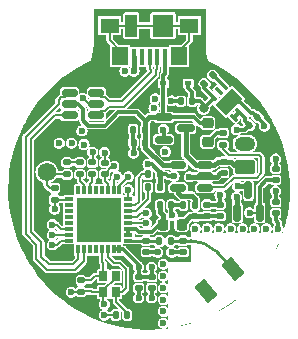
<source format=gtl>
G04 #@! TF.GenerationSoftware,KiCad,Pcbnew,(6.0.1)*
G04 #@! TF.CreationDate,2023-01-15T15:55:40+01:00*
G04 #@! TF.ProjectId,ESP32-IoT-Board-ChipAnt,45535033-322d-4496-9f54-2d426f617264,rev?*
G04 #@! TF.SameCoordinates,Original*
G04 #@! TF.FileFunction,Copper,L1,Top*
G04 #@! TF.FilePolarity,Positive*
%FSLAX46Y46*%
G04 Gerber Fmt 4.6, Leading zero omitted, Abs format (unit mm)*
G04 Created by KiCad (PCBNEW (6.0.1)) date 2023-01-15 15:55:40*
%MOMM*%
%LPD*%
G01*
G04 APERTURE LIST*
G04 Aperture macros list*
%AMRoundRect*
0 Rectangle with rounded corners*
0 $1 Rounding radius*
0 $2 $3 $4 $5 $6 $7 $8 $9 X,Y pos of 4 corners*
0 Add a 4 corners polygon primitive as box body*
4,1,4,$2,$3,$4,$5,$6,$7,$8,$9,$2,$3,0*
0 Add four circle primitives for the rounded corners*
1,1,$1+$1,$2,$3*
1,1,$1+$1,$4,$5*
1,1,$1+$1,$6,$7*
1,1,$1+$1,$8,$9*
0 Add four rect primitives between the rounded corners*
20,1,$1+$1,$2,$3,$4,$5,0*
20,1,$1+$1,$4,$5,$6,$7,0*
20,1,$1+$1,$6,$7,$8,$9,0*
20,1,$1+$1,$8,$9,$2,$3,0*%
%AMRotRect*
0 Rectangle, with rotation*
0 The origin of the aperture is its center*
0 $1 length*
0 $2 width*
0 $3 Rotation angle, in degrees counterclockwise*
0 Add horizontal line*
21,1,$1,$2,0,0,$3*%
G04 Aperture macros list end*
G04 #@! TA.AperFunction,SMDPad,CuDef*
%ADD10RoundRect,0.135000X-0.135000X-0.185000X0.135000X-0.185000X0.135000X0.185000X-0.135000X0.185000X0*%
G04 #@! TD*
G04 #@! TA.AperFunction,SMDPad,CuDef*
%ADD11RoundRect,0.135000X-0.185000X0.135000X-0.185000X-0.135000X0.185000X-0.135000X0.185000X0.135000X0*%
G04 #@! TD*
G04 #@! TA.AperFunction,SMDPad,CuDef*
%ADD12RoundRect,0.140000X-0.170000X0.140000X-0.170000X-0.140000X0.170000X-0.140000X0.170000X0.140000X0*%
G04 #@! TD*
G04 #@! TA.AperFunction,SMDPad,CuDef*
%ADD13RoundRect,0.140000X0.170000X-0.140000X0.170000X0.140000X-0.170000X0.140000X-0.170000X-0.140000X0*%
G04 #@! TD*
G04 #@! TA.AperFunction,SMDPad,CuDef*
%ADD14RoundRect,0.150000X0.512500X0.150000X-0.512500X0.150000X-0.512500X-0.150000X0.512500X-0.150000X0*%
G04 #@! TD*
G04 #@! TA.AperFunction,SMDPad,CuDef*
%ADD15RoundRect,0.140000X-0.140000X-0.170000X0.140000X-0.170000X0.140000X0.170000X-0.140000X0.170000X0*%
G04 #@! TD*
G04 #@! TA.AperFunction,SMDPad,CuDef*
%ADD16RoundRect,0.218750X0.218750X0.256250X-0.218750X0.256250X-0.218750X-0.256250X0.218750X-0.256250X0*%
G04 #@! TD*
G04 #@! TA.AperFunction,SMDPad,CuDef*
%ADD17RoundRect,0.135000X0.185000X-0.135000X0.185000X0.135000X-0.185000X0.135000X-0.185000X-0.135000X0*%
G04 #@! TD*
G04 #@! TA.AperFunction,SMDPad,CuDef*
%ADD18RotRect,1.100000X1.800000X220.000000*%
G04 #@! TD*
G04 #@! TA.AperFunction,SMDPad,CuDef*
%ADD19RoundRect,0.075000X0.265165X-0.159099X-0.159099X0.265165X-0.265165X0.159099X0.159099X-0.265165X0*%
G04 #@! TD*
G04 #@! TA.AperFunction,SMDPad,CuDef*
%ADD20RotRect,1.300000X2.000000X135.000000*%
G04 #@! TD*
G04 #@! TA.AperFunction,SMDPad,CuDef*
%ADD21RoundRect,0.218750X0.256250X-0.218750X0.256250X0.218750X-0.256250X0.218750X-0.256250X-0.218750X0*%
G04 #@! TD*
G04 #@! TA.AperFunction,SMDPad,CuDef*
%ADD22R,0.800000X0.300000*%
G04 #@! TD*
G04 #@! TA.AperFunction,SMDPad,CuDef*
%ADD23R,0.300000X0.800000*%
G04 #@! TD*
G04 #@! TA.AperFunction,SMDPad,CuDef*
%ADD24R,3.750000X3.750000*%
G04 #@! TD*
G04 #@! TA.AperFunction,SMDPad,CuDef*
%ADD25RoundRect,0.147500X0.147500X0.172500X-0.147500X0.172500X-0.147500X-0.172500X0.147500X-0.172500X0*%
G04 #@! TD*
G04 #@! TA.AperFunction,SMDPad,CuDef*
%ADD26R,0.450000X1.380000*%
G04 #@! TD*
G04 #@! TA.AperFunction,SMDPad,CuDef*
%ADD27R,1.650000X1.300000*%
G04 #@! TD*
G04 #@! TA.AperFunction,SMDPad,CuDef*
%ADD28R,1.800000X1.900000*%
G04 #@! TD*
G04 #@! TA.AperFunction,SMDPad,CuDef*
%ADD29R,1.425000X1.550000*%
G04 #@! TD*
G04 #@! TA.AperFunction,SMDPad,CuDef*
%ADD30R,1.000000X1.900000*%
G04 #@! TD*
G04 #@! TA.AperFunction,SMDPad,CuDef*
%ADD31RoundRect,0.135000X0.035355X-0.226274X0.226274X-0.035355X-0.035355X0.226274X-0.226274X0.035355X0*%
G04 #@! TD*
G04 #@! TA.AperFunction,SMDPad,CuDef*
%ADD32R,0.600000X0.450000*%
G04 #@! TD*
G04 #@! TA.AperFunction,SMDPad,CuDef*
%ADD33RoundRect,0.150000X0.150000X-0.587500X0.150000X0.587500X-0.150000X0.587500X-0.150000X-0.587500X0*%
G04 #@! TD*
G04 #@! TA.AperFunction,SMDPad,CuDef*
%ADD34RoundRect,0.135000X0.135000X0.185000X-0.135000X0.185000X-0.135000X-0.185000X0.135000X-0.185000X0*%
G04 #@! TD*
G04 #@! TA.AperFunction,SMDPad,CuDef*
%ADD35RoundRect,0.140000X0.140000X0.170000X-0.140000X0.170000X-0.140000X-0.170000X0.140000X-0.170000X0*%
G04 #@! TD*
G04 #@! TA.AperFunction,SMDPad,CuDef*
%ADD36R,0.750000X0.850000*%
G04 #@! TD*
G04 #@! TA.AperFunction,SMDPad,CuDef*
%ADD37RoundRect,0.150000X-0.587500X-0.150000X0.587500X-0.150000X0.587500X0.150000X-0.587500X0.150000X0*%
G04 #@! TD*
G04 #@! TA.AperFunction,SMDPad,CuDef*
%ADD38RoundRect,0.140000X0.021213X-0.219203X0.219203X-0.021213X-0.021213X0.219203X-0.219203X0.021213X0*%
G04 #@! TD*
G04 #@! TA.AperFunction,ComponentPad*
%ADD39C,1.560000*%
G04 #@! TD*
G04 #@! TA.AperFunction,ComponentPad*
%ADD40RoundRect,0.250000X0.625000X-0.350000X0.625000X0.350000X-0.625000X0.350000X-0.625000X-0.350000X0*%
G04 #@! TD*
G04 #@! TA.AperFunction,ComponentPad*
%ADD41O,1.750000X1.200000*%
G04 #@! TD*
G04 #@! TA.AperFunction,ViaPad*
%ADD42C,0.600000*%
G04 #@! TD*
G04 #@! TA.AperFunction,ViaPad*
%ADD43C,0.800000*%
G04 #@! TD*
G04 #@! TA.AperFunction,Conductor*
%ADD44C,0.300000*%
G04 #@! TD*
G04 #@! TA.AperFunction,Conductor*
%ADD45C,0.200000*%
G04 #@! TD*
G04 #@! TA.AperFunction,Conductor*
%ADD46C,0.400000*%
G04 #@! TD*
G04 #@! TA.AperFunction,Conductor*
%ADD47C,0.293370*%
G04 #@! TD*
G04 APERTURE END LIST*
D10*
X143865000Y-105800000D03*
X144885000Y-105800000D03*
D11*
X137030000Y-104775000D03*
X137030000Y-105795000D03*
D12*
X143075000Y-114470000D03*
X143075000Y-115430000D03*
D13*
X135955000Y-107930000D03*
X135955000Y-106970000D03*
X154675000Y-106280000D03*
X154675000Y-105320000D03*
D14*
X139500000Y-100800000D03*
X139500000Y-99850000D03*
X139500000Y-98900000D03*
X137225000Y-98900000D03*
X137225000Y-99850000D03*
X137225000Y-100800000D03*
D12*
X150275000Y-104720000D03*
X150275000Y-105680000D03*
D15*
X144895000Y-108400000D03*
X145855000Y-108400000D03*
D16*
X146712500Y-110050000D03*
X145137500Y-110050000D03*
D17*
X139155000Y-105800000D03*
X139155000Y-104780000D03*
X138105000Y-105800000D03*
X138105000Y-104780000D03*
D12*
X143725000Y-111420000D03*
X143725000Y-112380000D03*
D18*
X151073134Y-113771638D03*
X148775000Y-115700000D03*
D19*
X151149264Y-100993503D03*
X151608883Y-100533883D03*
X152068503Y-100074264D03*
X150300736Y-98306497D03*
X149841117Y-98766117D03*
X149381497Y-99225736D03*
D20*
X150725000Y-99650000D03*
D13*
X140205000Y-105770000D03*
X140205000Y-104810000D03*
D12*
X138225000Y-114770000D03*
X138225000Y-115730000D03*
X146845000Y-111420000D03*
X146845000Y-112380000D03*
D21*
X148925000Y-103037500D03*
X148925000Y-101462500D03*
D10*
X143865000Y-106900000D03*
X144885000Y-106900000D03*
D22*
X142205000Y-111400000D03*
X142205000Y-110900000D03*
X142205000Y-110400000D03*
X142205000Y-109900000D03*
X142205000Y-109400000D03*
X142205000Y-108900000D03*
X142205000Y-108400000D03*
X142205000Y-107900000D03*
D23*
X141455000Y-107150000D03*
X140955000Y-107150000D03*
X140455000Y-107150000D03*
X139955000Y-107150000D03*
X139455000Y-107150000D03*
X138955000Y-107150000D03*
X138455000Y-107150000D03*
X137955000Y-107150000D03*
D22*
X137205000Y-107900000D03*
X137205000Y-108400000D03*
X137205000Y-108900000D03*
X137205000Y-109400000D03*
X137205000Y-109900000D03*
X137205000Y-110400000D03*
X137205000Y-110900000D03*
X137205000Y-111400000D03*
D23*
X137955000Y-112150000D03*
X138455000Y-112150000D03*
X138955000Y-112150000D03*
X139455000Y-112150000D03*
X139955000Y-112150000D03*
X140455000Y-112150000D03*
X140955000Y-112150000D03*
X141455000Y-112150000D03*
D24*
X139705000Y-109650000D03*
D25*
X145780000Y-111450000D03*
X144810000Y-111450000D03*
D26*
X145300000Y-95860000D03*
X144650000Y-95860000D03*
X144000000Y-95860000D03*
X143350000Y-95860000D03*
X142700000Y-95860000D03*
D27*
X147375000Y-93200000D03*
D28*
X145150000Y-93200000D03*
D29*
X146487500Y-95775000D03*
D30*
X142450000Y-93200000D03*
D27*
X140625000Y-93200000D03*
D29*
X141512500Y-95775000D03*
D13*
X149975000Y-109330000D03*
X149975000Y-108370000D03*
D10*
X146852500Y-108400000D03*
X147872500Y-108400000D03*
D31*
X148639376Y-98135624D03*
X149360624Y-97414376D03*
D12*
X144175000Y-114470000D03*
X144175000Y-115430000D03*
D32*
X145175000Y-98100000D03*
X147275000Y-98100000D03*
D33*
X151425000Y-109037500D03*
X153325000Y-109037500D03*
X152375000Y-107162500D03*
D34*
X143635000Y-102000000D03*
X142615000Y-102000000D03*
D13*
X148875000Y-109330000D03*
X148875000Y-108370000D03*
D35*
X143605000Y-103100000D03*
X142645000Y-103100000D03*
D36*
X141150000Y-115775000D03*
X141150000Y-114425000D03*
X140100000Y-114425000D03*
X140100000Y-115775000D03*
D35*
X142105000Y-117700000D03*
X141145000Y-117700000D03*
D37*
X145187500Y-100950000D03*
X145187500Y-102850000D03*
X147062500Y-101900000D03*
D12*
X154675000Y-108120000D03*
X154675000Y-109080000D03*
D14*
X148685000Y-106925000D03*
X148685000Y-105975000D03*
X148685000Y-105025000D03*
X146410000Y-105025000D03*
X146410000Y-106925000D03*
D38*
X152446178Y-101628822D03*
X153125000Y-100950000D03*
D35*
X147605000Y-99600000D03*
X146645000Y-99600000D03*
D11*
X150225000Y-102290000D03*
X150225000Y-103310000D03*
D39*
X135290000Y-105600000D03*
D40*
X152075000Y-105200000D03*
D41*
X152075000Y-103200000D03*
D42*
X135775000Y-110050000D03*
X147875000Y-109350000D03*
X151375000Y-102000000D03*
X154675000Y-107200000D03*
X146075000Y-105950000D03*
X143875000Y-104950000D03*
X135975000Y-108750000D03*
X144175000Y-113650000D03*
X143075000Y-113650000D03*
X137400000Y-103150000D03*
X139175000Y-103900000D03*
X136350000Y-103150000D03*
X140975000Y-105125000D03*
X151375000Y-107700000D03*
X151125000Y-99250000D03*
X141925000Y-97050000D03*
X145175000Y-116400000D03*
X149875000Y-110400000D03*
X138275000Y-102100000D03*
X150875000Y-110400000D03*
D43*
X138255000Y-108200000D03*
D42*
X143075000Y-116250000D03*
X145175000Y-118400000D03*
X138450000Y-103275000D03*
X140175000Y-116800000D03*
X150375000Y-99950000D03*
X148875000Y-110400000D03*
X145325000Y-103875000D03*
X153725000Y-101700000D03*
X154675000Y-104500000D03*
X145875000Y-112400000D03*
X144675000Y-112400000D03*
X147875000Y-110400000D03*
X140200000Y-103950000D03*
X145175000Y-115400000D03*
X144375000Y-100200000D03*
X151875000Y-110400000D03*
X151475000Y-106800000D03*
D43*
X141155000Y-111100000D03*
D42*
X138350000Y-99350000D03*
X144475000Y-99400000D03*
X152875000Y-110400000D03*
X145850000Y-99575000D03*
X137375000Y-115750000D03*
X142675000Y-97050000D03*
X149975000Y-107550000D03*
X145175000Y-114400000D03*
D43*
X138255000Y-111100000D03*
D42*
X145175000Y-117400000D03*
D43*
X141155000Y-108200000D03*
D42*
X147375000Y-106000000D03*
X153875000Y-110400000D03*
D43*
X139705000Y-109650000D03*
D42*
X154875000Y-110400000D03*
X145175000Y-113400000D03*
X142650000Y-104000000D03*
X144175000Y-116250000D03*
X140175000Y-117700000D03*
X145925000Y-109250000D03*
X143725000Y-109950000D03*
X152475000Y-109050000D03*
X135775000Y-110900000D03*
X135775000Y-111750000D03*
D43*
X148575000Y-100200000D03*
D42*
X145175000Y-102000000D03*
X141255000Y-106000000D03*
X142205000Y-106000000D03*
X142205000Y-107100000D03*
X143725000Y-109100000D03*
D44*
X145875000Y-99600000D02*
X145850000Y-99575000D01*
X146645000Y-99600000D02*
X145875000Y-99600000D01*
D45*
X137205000Y-110400000D02*
X136475000Y-110400000D01*
X136475000Y-110400000D02*
X136125000Y-110050000D01*
X136125000Y-110050000D02*
X135775000Y-110050000D01*
D44*
X149381497Y-99393503D02*
X148575000Y-100200000D01*
X149381497Y-99225736D02*
X149381497Y-99393503D01*
X148275000Y-99600000D02*
X147605000Y-99600000D01*
X147605000Y-99600000D02*
X147605000Y-98855000D01*
X138825000Y-101675000D02*
X140200000Y-101675000D01*
X142895000Y-100550000D02*
X143635000Y-101290000D01*
X138350000Y-101200000D02*
X138825000Y-101675000D01*
X140200000Y-101675000D02*
X141325000Y-100550000D01*
X138350000Y-100225000D02*
X138350000Y-101200000D01*
X137975000Y-99850000D02*
X138350000Y-100225000D01*
X141325000Y-100550000D02*
X142895000Y-100550000D01*
X137225000Y-99850000D02*
X137975000Y-99850000D01*
X145175000Y-100937500D02*
X145187500Y-100950000D01*
X145175000Y-98100000D02*
X145175000Y-100937500D01*
X148639376Y-98483615D02*
X149381497Y-99225736D01*
X148639376Y-98135624D02*
X148639376Y-98483615D01*
X149408615Y-97414376D02*
X150300736Y-98306497D01*
X149360624Y-97414376D02*
X149408615Y-97414376D01*
X147275000Y-98525000D02*
X147605000Y-98855000D01*
X147275000Y-98100000D02*
X147275000Y-98525000D01*
X145300000Y-97275000D02*
X145300000Y-95860000D01*
X145175000Y-97400000D02*
X145300000Y-97275000D01*
X145175000Y-98100000D02*
X145175000Y-97400000D01*
D45*
X140850000Y-105125000D02*
X140205000Y-105770000D01*
D44*
X144885000Y-105660000D02*
X144175000Y-104950000D01*
X152075000Y-101257644D02*
X152446178Y-101628822D01*
X146075000Y-105950000D02*
X145575000Y-105950000D01*
X143075000Y-113650000D02*
X143075000Y-114470000D01*
D45*
X140455000Y-107150000D02*
X140455000Y-106580000D01*
D44*
X141455000Y-112150000D02*
X141775000Y-112150000D01*
D46*
X144885000Y-105800000D02*
X144885000Y-106900000D01*
D45*
X135955000Y-107930000D02*
X137175000Y-107930000D01*
D44*
X154675000Y-107200000D02*
X154675000Y-108120000D01*
X140955000Y-112150000D02*
X141455000Y-112150000D01*
X152075000Y-101000000D02*
X152075000Y-101257644D01*
X144885000Y-105800000D02*
X144885000Y-105660000D01*
X141775000Y-112150000D02*
X143075000Y-113450000D01*
X144175000Y-113650000D02*
X144175000Y-114470000D01*
X151608883Y-100533883D02*
X152075000Y-101000000D01*
D45*
X137175000Y-107930000D02*
X137205000Y-107900000D01*
D46*
X147875000Y-109350000D02*
X148855000Y-109350000D01*
D44*
X143075000Y-113450000D02*
X143075000Y-113650000D01*
D46*
X147875000Y-109350000D02*
X147412500Y-109350000D01*
D44*
X145575000Y-105950000D02*
X145425000Y-105800000D01*
D45*
X135975000Y-107950000D02*
X135955000Y-107930000D01*
D44*
X151149264Y-100993502D02*
X151608883Y-100533883D01*
D45*
X140975000Y-105125000D02*
X140850000Y-105125000D01*
D46*
X151375000Y-107700000D02*
X151375000Y-108987500D01*
D44*
X151149264Y-100993503D02*
X151149264Y-100993502D01*
D45*
X140205000Y-106330000D02*
X140205000Y-105770000D01*
D46*
X148855000Y-109350000D02*
X148875000Y-109330000D01*
D45*
X139175000Y-103900000D02*
X139175000Y-104760000D01*
D44*
X145425000Y-105800000D02*
X144885000Y-105800000D01*
X152075000Y-102000000D02*
X152446178Y-101628822D01*
D45*
X135975000Y-108750000D02*
X135975000Y-107950000D01*
D44*
X151375000Y-102000000D02*
X152075000Y-102000000D01*
X143075000Y-114470000D02*
X144175000Y-114470000D01*
X148875000Y-109330000D02*
X149975000Y-109330000D01*
D45*
X139175000Y-104760000D02*
X139155000Y-104780000D01*
D44*
X144175000Y-104950000D02*
X143875000Y-104950000D01*
D46*
X147412500Y-109350000D02*
X146712500Y-110050000D01*
D45*
X140455000Y-106580000D02*
X140205000Y-106330000D01*
D46*
X151375000Y-108987500D02*
X151425000Y-109037500D01*
X148660000Y-106000000D02*
X148685000Y-105975000D01*
D45*
X137375000Y-115750000D02*
X138205000Y-115750000D01*
X140100000Y-115775000D02*
X140100000Y-116725000D01*
D44*
X144655000Y-112380000D02*
X144675000Y-112400000D01*
X154675000Y-109700000D02*
X154875000Y-109900000D01*
X142645000Y-103995000D02*
X142650000Y-104000000D01*
X142615000Y-102000000D02*
X142615000Y-103070000D01*
D45*
X138255000Y-115700000D02*
X138225000Y-115730000D01*
D46*
X151475000Y-106800000D02*
X152012500Y-106800000D01*
D45*
X135290000Y-106715000D02*
X135290000Y-105600000D01*
X140100000Y-115775000D02*
X140100000Y-115625000D01*
D46*
X150275000Y-105680000D02*
X149995000Y-105680000D01*
D45*
X135955000Y-106970000D02*
X135545000Y-106970000D01*
X140205000Y-104810000D02*
X140205000Y-103955000D01*
D44*
X154875000Y-109900000D02*
X154875000Y-110400000D01*
D45*
X140100000Y-115625000D02*
X141150000Y-114575000D01*
D44*
X151644239Y-99650000D02*
X150725000Y-99650000D01*
X153725000Y-101550000D02*
X153125000Y-100950000D01*
X148875000Y-108370000D02*
X149975000Y-108370000D01*
D46*
X149675000Y-106000000D02*
X148710000Y-106000000D01*
X152012500Y-106800000D02*
X152375000Y-107162500D01*
X149995000Y-105680000D02*
X149675000Y-106000000D01*
D45*
X138850000Y-99850000D02*
X138350000Y-99350000D01*
D46*
X142700000Y-97025000D02*
X142675000Y-97050000D01*
D44*
X152575000Y-100600000D02*
X152068503Y-100093503D01*
D45*
X135485000Y-105795000D02*
X135290000Y-105600000D01*
D44*
X145875000Y-112400000D02*
X146825000Y-112400000D01*
D46*
X142700000Y-95860000D02*
X142700000Y-97025000D01*
D44*
X153125000Y-100950000D02*
X152775000Y-100600000D01*
X144175000Y-116250000D02*
X144175000Y-115430000D01*
X149975000Y-107550000D02*
X149975000Y-108370000D01*
D45*
X141150000Y-114575000D02*
X141150000Y-114425000D01*
D44*
X145855000Y-109180000D02*
X145925000Y-109250000D01*
D45*
X135545000Y-106970000D02*
X135290000Y-106715000D01*
D44*
X153725000Y-101700000D02*
X153725000Y-101550000D01*
X152068503Y-100093503D02*
X152068503Y-100074264D01*
X145855000Y-108400000D02*
X145855000Y-109180000D01*
X143075000Y-116250000D02*
X143075000Y-115430000D01*
D45*
X139075000Y-115700000D02*
X138255000Y-115700000D01*
D44*
X154675000Y-109080000D02*
X154675000Y-109700000D01*
D45*
X139500000Y-99850000D02*
X138850000Y-99850000D01*
X140100000Y-115775000D02*
X139150000Y-115775000D01*
D46*
X148710000Y-106000000D02*
X148685000Y-105975000D01*
D44*
X142645000Y-103100000D02*
X142645000Y-103995000D01*
D45*
X138205000Y-115750000D02*
X138225000Y-115730000D01*
D44*
X152775000Y-100600000D02*
X152575000Y-100600000D01*
D45*
X140175000Y-117700000D02*
X141145000Y-117700000D01*
X139150000Y-115775000D02*
X139075000Y-115700000D01*
D44*
X142615000Y-103070000D02*
X142645000Y-103100000D01*
D45*
X137030000Y-105795000D02*
X135485000Y-105795000D01*
D44*
X152068503Y-100074264D02*
X151644239Y-99650000D01*
X143725000Y-112380000D02*
X144655000Y-112380000D01*
X146825000Y-112400000D02*
X146845000Y-112380000D01*
D46*
X147375000Y-106000000D02*
X148660000Y-106000000D01*
D45*
X140100000Y-116725000D02*
X140175000Y-116800000D01*
D44*
X145855000Y-108400000D02*
X146852500Y-108400000D01*
X154675000Y-104500000D02*
X154675000Y-105320000D01*
D45*
X140205000Y-103955000D02*
X140200000Y-103950000D01*
D44*
X150225000Y-102290000D02*
X149672500Y-102290000D01*
X149672500Y-102290000D02*
X148925000Y-103037500D01*
D45*
X136844520Y-99280480D02*
X136538730Y-99280480D01*
X136538730Y-99280480D02*
X136292980Y-99526230D01*
X133500000Y-110843200D02*
X134400000Y-111743200D01*
X135331800Y-113875000D02*
X137718200Y-113875000D01*
X138430000Y-112775001D02*
X138455000Y-112750001D01*
X134400000Y-111743200D02*
X134400000Y-112943200D01*
X133500000Y-102625000D02*
X133500000Y-110843200D01*
X136292980Y-99526230D02*
X136292980Y-99832020D01*
X134400000Y-112943200D02*
X135331800Y-113875000D01*
X137718200Y-113875000D02*
X138430000Y-113163200D01*
X138430000Y-113163200D02*
X138430000Y-112775001D01*
X136292980Y-99832020D02*
X133500000Y-102625000D01*
X137225000Y-98900000D02*
X136844520Y-99280480D01*
X138455000Y-112750001D02*
X138455000Y-112150000D01*
D44*
X147725000Y-100950000D02*
X148237500Y-101462500D01*
D46*
X143635000Y-101290000D02*
X143635000Y-102000000D01*
X143635000Y-103070000D02*
X143605000Y-103100000D01*
X143635000Y-102000000D02*
X143635000Y-103070000D01*
X145100000Y-105025000D02*
X146410000Y-105025000D01*
D44*
X148237500Y-101462500D02*
X148925000Y-101462500D01*
D46*
X143975000Y-100950000D02*
X143635000Y-101290000D01*
D44*
X145187500Y-100950000D02*
X147725000Y-100950000D01*
D46*
X143605000Y-103100000D02*
X143605000Y-103530000D01*
X143605000Y-103530000D02*
X145100000Y-105025000D01*
X145187500Y-100950000D02*
X143975000Y-100950000D01*
D45*
X133950000Y-110656800D02*
X134850000Y-111556800D01*
X137225000Y-100800000D02*
X135961397Y-100800000D01*
X137531800Y-113425000D02*
X137980000Y-112976800D01*
X137980000Y-112775001D02*
X137955000Y-112750001D01*
X133950000Y-102811397D02*
X133950000Y-110656800D01*
X137980000Y-112976800D02*
X137980000Y-112775001D01*
X135961397Y-100800000D02*
X133950000Y-102811397D01*
X134850000Y-112756800D02*
X135518200Y-113425000D01*
X134850000Y-111556800D02*
X134850000Y-112756800D01*
X135518200Y-113425000D02*
X137531800Y-113425000D01*
X137955000Y-112750001D02*
X137955000Y-112150000D01*
D44*
X153325000Y-106850000D02*
X153325000Y-109037500D01*
X154675000Y-106280000D02*
X153895000Y-106280000D01*
D45*
X142205000Y-109900000D02*
X143675000Y-109900000D01*
X143675000Y-109900000D02*
X143725000Y-109950000D01*
D44*
X153895000Y-106280000D02*
X153325000Y-106850000D01*
D45*
X152487500Y-109037500D02*
X152475000Y-109050000D01*
X153325000Y-109037500D02*
X152487500Y-109037500D01*
D47*
X151073134Y-113771638D02*
X149600175Y-112298679D01*
X145810000Y-111420000D02*
X145780000Y-111450000D01*
X146845000Y-111420000D02*
X145810000Y-111420000D01*
X147478855Y-111420000D02*
X146845000Y-111420000D01*
X147478855Y-111420000D02*
G75*
G02*
X149600175Y-112298679I1J-2999998D01*
G01*
D45*
X137205000Y-110900000D02*
X135775000Y-110900000D01*
X137205000Y-111400000D02*
X136475000Y-111400000D01*
X136475000Y-111400000D02*
X136125000Y-111750000D01*
X136125000Y-111750000D02*
X135775000Y-111750000D01*
X142875000Y-108900000D02*
X142205000Y-108900000D01*
X143865000Y-106900000D02*
X143865000Y-107910000D01*
X143865000Y-107910000D02*
X142875000Y-108900000D01*
X137035000Y-104780000D02*
X137030000Y-104775000D01*
X138105000Y-104780000D02*
X137035000Y-104780000D01*
X139155000Y-106420000D02*
X139155000Y-105800000D01*
X138955000Y-107150000D02*
X138955000Y-106620000D01*
X138955000Y-106620000D02*
X139155000Y-106420000D01*
X138105000Y-106330000D02*
X138105000Y-105800000D01*
X138455000Y-107150000D02*
X138455000Y-106680000D01*
X138455000Y-106680000D02*
X138105000Y-106330000D01*
D46*
X147062500Y-104187500D02*
X147062500Y-101900000D01*
X150275000Y-104720000D02*
X149755000Y-104720000D01*
X150895000Y-104720000D02*
X150275000Y-104720000D01*
X152075000Y-105300000D02*
X151475000Y-105300000D01*
X149755000Y-104720000D02*
X149450000Y-105025000D01*
X148685000Y-105025000D02*
X147900000Y-105025000D01*
X147900000Y-105025000D02*
X147062500Y-104187500D01*
X149450000Y-105025000D02*
X148685000Y-105025000D01*
X151475000Y-105300000D02*
X150895000Y-104720000D01*
D45*
X151125000Y-106100000D02*
X150325000Y-106900000D01*
X150225000Y-103310000D02*
X150225000Y-103650000D01*
X153475000Y-105700000D02*
X153075000Y-106100000D01*
X150725000Y-104150000D02*
X153275000Y-104150000D01*
X150225000Y-103650000D02*
X150725000Y-104150000D01*
X153275000Y-104150000D02*
X153475000Y-104350000D01*
X148710000Y-106900000D02*
X148685000Y-106925000D01*
X153075000Y-106100000D02*
X151125000Y-106100000D01*
X153475000Y-104350000D02*
X153475000Y-105700000D01*
X150325000Y-106900000D02*
X148710000Y-106900000D01*
D46*
X147575000Y-107600000D02*
X146675000Y-107600000D01*
X147872500Y-108400000D02*
X147872500Y-107897500D01*
X146410000Y-107335000D02*
X146410000Y-106925000D01*
X146675000Y-107600000D02*
X146410000Y-107335000D01*
X147872500Y-107897500D02*
X147575000Y-107600000D01*
D45*
X141512500Y-95337500D02*
X140625000Y-94450000D01*
X141512500Y-95775000D02*
X141512500Y-95337500D01*
X145150000Y-93200000D02*
X147375000Y-93200000D01*
X146487500Y-95775000D02*
X146487500Y-95387500D01*
X140625000Y-93200000D02*
X142450000Y-93200000D01*
X140625000Y-94450000D02*
X140625000Y-93200000D01*
X146487500Y-95387500D02*
X147375000Y-94500000D01*
X142450000Y-93200000D02*
X145150000Y-93200000D01*
X147375000Y-94500000D02*
X147375000Y-93200000D01*
X143375000Y-105800000D02*
X143865000Y-105800000D01*
X142775000Y-108400000D02*
X143075000Y-108100000D01*
X143075000Y-108100000D02*
X143075000Y-106100000D01*
X142205000Y-108400000D02*
X142775000Y-108400000D01*
X143075000Y-106100000D02*
X143375000Y-105800000D01*
X140186270Y-100419520D02*
X140530789Y-100075001D01*
X144550000Y-97343200D02*
X144550000Y-96995001D01*
X141818199Y-100075001D02*
X144550000Y-97343200D01*
X139500000Y-100800000D02*
X139880480Y-100419520D01*
X139880480Y-100419520D02*
X140186270Y-100419520D01*
X140530789Y-100075001D02*
X141818199Y-100075001D01*
X144550000Y-96995001D02*
X144650000Y-96895001D01*
X144650000Y-96895001D02*
X144650000Y-95860000D01*
D47*
X143705000Y-111400000D02*
X143725000Y-111420000D01*
X143755000Y-111450000D02*
X143725000Y-111420000D01*
X142205000Y-111400000D02*
X143705000Y-111400000D01*
X144810000Y-111450000D02*
X143755000Y-111450000D01*
D45*
X140455000Y-112780000D02*
X140455000Y-112150000D01*
X141475000Y-113300000D02*
X140975000Y-113300000D01*
X142105000Y-117530000D02*
X141150000Y-116575000D01*
X142025000Y-113850000D02*
X141475000Y-113300000D01*
X142025000Y-115450000D02*
X142025000Y-113850000D01*
X142105000Y-117700000D02*
X142105000Y-117530000D01*
X141700000Y-115775000D02*
X142025000Y-115450000D01*
X140975000Y-113300000D02*
X140455000Y-112780000D01*
X141150000Y-116575000D02*
X141150000Y-115775000D01*
X141150000Y-115775000D02*
X141700000Y-115775000D01*
X139005000Y-114770000D02*
X139350000Y-114425000D01*
X139955000Y-113180000D02*
X140100000Y-113325000D01*
X138225000Y-114770000D02*
X139005000Y-114770000D01*
X139955000Y-112150000D02*
X139955000Y-113180000D01*
X139350000Y-114425000D02*
X140100000Y-114425000D01*
X140100000Y-113325000D02*
X140100000Y-114425000D01*
D44*
X148575000Y-100200000D02*
X148575000Y-99900000D01*
X145187500Y-102850000D02*
X145187500Y-102012500D01*
X145187500Y-102012500D02*
X145175000Y-102000000D01*
X148575000Y-99900000D02*
X148275000Y-99600000D01*
D46*
X145137500Y-109262500D02*
X145137500Y-110050000D01*
D44*
X145137500Y-110050000D02*
X144775000Y-110050000D01*
D46*
X144895000Y-108400000D02*
X144895000Y-109020000D01*
X144895000Y-109020000D02*
X145137500Y-109262500D01*
D44*
X142825000Y-110400000D02*
X142205000Y-110400000D01*
X144175000Y-110650000D02*
X143075000Y-110650000D01*
X142205000Y-110400000D02*
X142205000Y-110900000D01*
X143075000Y-110650000D02*
X142825000Y-110400000D01*
X144775000Y-110050000D02*
X144175000Y-110650000D01*
D45*
X144100000Y-96995001D02*
X144000000Y-96895001D01*
X144100000Y-97156800D02*
X144100000Y-96995001D01*
X139880480Y-99280480D02*
X140186270Y-99280480D01*
X139500000Y-98900000D02*
X139880480Y-99280480D01*
X140530789Y-99624999D02*
X141631801Y-99624999D01*
X144000000Y-96895001D02*
X144000000Y-95860000D01*
X140186270Y-99280480D02*
X140530789Y-99624999D01*
X141631801Y-99624999D02*
X144100000Y-97156800D01*
X140955000Y-106300000D02*
X141255000Y-106000000D01*
X140955000Y-107150000D02*
X140955000Y-106300000D01*
X141455000Y-107150000D02*
X141455000Y-106750000D01*
X141455000Y-106750000D02*
X142205000Y-106000000D01*
X142205000Y-107100000D02*
X142205000Y-107900000D01*
X142975000Y-109400000D02*
X143275000Y-109100000D01*
X142205000Y-109400000D02*
X142975000Y-109400000D01*
X143275000Y-109100000D02*
X143725000Y-109100000D01*
G04 #@! TA.AperFunction,NonConductor*
G36*
X155332361Y-110571185D02*
G01*
X155338313Y-110577876D01*
X155338368Y-110585388D01*
X155270562Y-110790386D01*
X155264711Y-110797165D01*
X155259457Y-110798412D01*
X155227132Y-110798418D01*
X155174430Y-110798429D01*
X155166157Y-110795004D01*
X155162728Y-110786731D01*
X155166153Y-110778458D01*
X155168306Y-110776758D01*
X155180507Y-110769267D01*
X155180508Y-110769267D01*
X155181212Y-110768834D01*
X155188605Y-110760667D01*
X155247655Y-110695428D01*
X155272423Y-110668065D01*
X155316732Y-110576612D01*
X155323422Y-110570661D01*
X155332361Y-110571185D01*
G37*
G04 #@! TD.AperFunction*
G04 #@! TA.AperFunction,NonConductor*
G36*
X154921374Y-111693828D02*
G01*
X154927450Y-111700406D01*
X154927352Y-111708754D01*
X154918619Y-111730840D01*
X154918356Y-111731454D01*
X154632733Y-112348358D01*
X154632435Y-112348956D01*
X154628835Y-112355693D01*
X154621914Y-112361375D01*
X154613002Y-112360498D01*
X154607320Y-112353577D01*
X154607892Y-112345279D01*
X154905848Y-111699550D01*
X154912426Y-111693474D01*
X154921374Y-111693828D01*
G37*
G04 #@! TD.AperFunction*
G04 #@! TA.AperFunction,NonConductor*
G36*
X151320938Y-116393312D02*
G01*
X151323079Y-116402007D01*
X151318875Y-116409337D01*
X151202775Y-116503322D01*
X151195230Y-116509430D01*
X151194705Y-116509831D01*
X150642771Y-116906726D01*
X150642239Y-116907086D01*
X150071258Y-117270128D01*
X150068561Y-117271843D01*
X150067991Y-117272182D01*
X149750250Y-117449606D01*
X149742171Y-117454117D01*
X149733277Y-117455159D01*
X149726252Y-117449606D01*
X149725210Y-117440712D01*
X149730164Y-117434045D01*
X150924842Y-116670101D01*
X150924841Y-116670101D01*
X150925000Y-116670000D01*
X151197037Y-116469917D01*
X151304581Y-116390819D01*
X151313276Y-116388678D01*
X151320938Y-116393312D01*
G37*
G04 #@! TD.AperFunction*
G04 #@! TA.AperFunction,NonConductor*
G36*
X148002130Y-118224137D02*
G01*
X148007498Y-118231305D01*
X148006226Y-118240169D01*
X148000042Y-118245239D01*
X147592372Y-118388533D01*
X147591736Y-118388736D01*
X147316842Y-118468058D01*
X146938574Y-118577209D01*
X146937958Y-118577368D01*
X146721652Y-118626611D01*
X146499448Y-118677196D01*
X146490621Y-118675691D01*
X146485443Y-118668385D01*
X146486948Y-118659558D01*
X146493464Y-118654590D01*
X147529473Y-118341378D01*
X147529947Y-118341245D01*
X147993266Y-118222865D01*
X148002130Y-118224137D01*
G37*
G04 #@! TD.AperFunction*
G04 #@! TA.AperFunction,NonConductor*
G36*
X146357945Y-118689153D02*
G01*
X146362928Y-118696593D01*
X146361190Y-118705378D01*
X146354052Y-118710296D01*
X146275104Y-118728269D01*
X146274449Y-118728399D01*
X146205542Y-118739997D01*
X146196815Y-118737991D01*
X146192062Y-118730401D01*
X146194068Y-118721674D01*
X146201304Y-118716987D01*
X146349161Y-118687415D01*
X146357945Y-118689153D01*
G37*
G04 #@! TD.AperFunction*
G04 #@! TA.AperFunction,NonConductor*
G36*
X145575869Y-118681694D02*
G01*
X145579717Y-118690368D01*
X145579717Y-118833453D01*
X145576290Y-118841726D01*
X145569298Y-118845083D01*
X145448959Y-118858334D01*
X145343979Y-118869894D01*
X145335381Y-118867393D01*
X145331069Y-118859545D01*
X145333570Y-118850946D01*
X145339621Y-118846976D01*
X145364578Y-118840172D01*
X145364580Y-118840171D01*
X145365384Y-118839952D01*
X145376826Y-118832927D01*
X145480507Y-118769267D01*
X145480508Y-118769266D01*
X145481212Y-118768834D01*
X145491173Y-118757829D01*
X145559343Y-118682516D01*
X145567435Y-118678682D01*
X145575869Y-118681694D01*
G37*
G04 #@! TD.AperFunction*
G04 #@! TA.AperFunction,NonConductor*
G36*
X150333065Y-98782217D02*
G01*
X150364045Y-98802918D01*
X150365174Y-98803143D01*
X150365175Y-98803143D01*
X150382343Y-98806558D01*
X150389788Y-98811533D01*
X150391535Y-98820316D01*
X150388334Y-98826304D01*
X150366916Y-98847723D01*
X150360926Y-98853713D01*
X150352653Y-98857140D01*
X150344380Y-98853713D01*
X150341178Y-98847723D01*
X150337763Y-98830556D01*
X150337763Y-98830555D01*
X150337538Y-98829426D01*
X150316837Y-98798445D01*
X150315090Y-98789662D01*
X150320065Y-98782217D01*
X150328848Y-98780470D01*
X150333065Y-98782217D01*
G37*
G04 #@! TD.AperFunction*
G04 #@! TA.AperFunction,NonConductor*
G36*
X149873445Y-99241837D02*
G01*
X149897732Y-99258065D01*
X149904426Y-99262538D01*
X149905555Y-99262763D01*
X149905556Y-99262763D01*
X149922723Y-99266178D01*
X149930168Y-99271153D01*
X149931915Y-99279936D01*
X149928713Y-99285926D01*
X149901306Y-99313333D01*
X149893033Y-99316760D01*
X149884760Y-99313333D01*
X149881558Y-99307343D01*
X149878143Y-99290175D01*
X149878143Y-99290174D01*
X149877918Y-99289045D01*
X149857217Y-99258064D01*
X149855470Y-99249283D01*
X149860445Y-99241837D01*
X149869227Y-99240090D01*
X149873445Y-99241837D01*
G37*
G04 #@! TD.AperFunction*
G04 #@! TA.AperFunction,NonConductor*
G36*
X151546445Y-100005462D02*
G01*
X151560639Y-100019656D01*
X151564066Y-100027929D01*
X151560639Y-100036202D01*
X151552366Y-100039629D01*
X151547729Y-100038223D01*
X151547596Y-100038543D01*
X151546532Y-100038102D01*
X151545574Y-100037462D01*
X151544445Y-100037237D01*
X151544444Y-100037237D01*
X151527277Y-100033822D01*
X151519832Y-100028847D01*
X151518085Y-100020064D01*
X151521287Y-100014074D01*
X151529899Y-100005462D01*
X151538172Y-100002035D01*
X151546445Y-100005462D01*
G37*
G04 #@! TD.AperFunction*
G04 #@! TA.AperFunction,NonConductor*
G36*
X151105620Y-100446287D02*
G01*
X151108822Y-100452277D01*
X151111364Y-100465053D01*
X151112462Y-100470574D01*
X151113102Y-100471532D01*
X151133163Y-100501555D01*
X151134910Y-100510338D01*
X151129935Y-100517783D01*
X151121152Y-100519530D01*
X151116935Y-100517783D01*
X151086913Y-100497722D01*
X151086912Y-100497722D01*
X151085955Y-100497082D01*
X151084826Y-100496857D01*
X151084825Y-100496857D01*
X151067657Y-100493442D01*
X151060212Y-100488467D01*
X151058465Y-100479684D01*
X151061666Y-100473696D01*
X151089074Y-100446287D01*
X151097347Y-100442860D01*
X151105620Y-100446287D01*
G37*
G04 #@! TD.AperFunction*
G04 #@! TA.AperFunction,NonConductor*
G36*
X151663491Y-101041747D02*
G01*
X151751073Y-101129329D01*
X151754500Y-101137602D01*
X151754500Y-101243144D01*
X151754455Y-101244164D01*
X151750794Y-101286009D01*
X151751060Y-101287001D01*
X151751060Y-101287002D01*
X151761668Y-101326590D01*
X151761889Y-101327586D01*
X151766635Y-101354500D01*
X151769183Y-101368952D01*
X151769695Y-101369840D01*
X151769696Y-101369841D01*
X151775572Y-101380017D01*
X151776740Y-101382837D01*
X151780048Y-101395183D01*
X151780634Y-101396020D01*
X151780635Y-101396022D01*
X151804141Y-101429591D01*
X151804689Y-101430450D01*
X151825695Y-101466835D01*
X151826474Y-101467489D01*
X151826476Y-101467491D01*
X151857877Y-101493839D01*
X151858629Y-101494529D01*
X151912966Y-101548866D01*
X151916393Y-101557129D01*
X151916485Y-101663471D01*
X151916487Y-101665715D01*
X151916600Y-101666008D01*
X151914828Y-101674412D01*
X151907325Y-101679301D01*
X151905175Y-101679500D01*
X151730600Y-101679500D01*
X151721737Y-101675437D01*
X151719871Y-101673271D01*
X151690132Y-101638758D01*
X151576077Y-101564831D01*
X151456437Y-101529051D01*
X151446657Y-101526126D01*
X151446655Y-101526126D01*
X151445857Y-101525887D01*
X151426927Y-101525771D01*
X151345170Y-101525271D01*
X151336918Y-101521793D01*
X151333542Y-101513499D01*
X151337020Y-101505247D01*
X151342958Y-101502097D01*
X151384471Y-101493839D01*
X151403023Y-101490149D01*
X151403024Y-101490149D01*
X151404153Y-101489924D01*
X151419320Y-101479790D01*
X151464383Y-101449679D01*
X151464859Y-101449361D01*
X151605121Y-101309098D01*
X151634940Y-101264472D01*
X151645045Y-101249350D01*
X151645045Y-101249349D01*
X151645685Y-101248392D01*
X151646349Y-101245057D01*
X151664514Y-101153733D01*
X151664739Y-101152602D01*
X151654484Y-101101046D01*
X151645910Y-101057942D01*
X151645910Y-101057941D01*
X151645685Y-101056812D01*
X151645045Y-101055854D01*
X151644604Y-101054790D01*
X151645104Y-101054583D01*
X151643743Y-101047735D01*
X151648720Y-101040290D01*
X151657503Y-101038545D01*
X151663491Y-101041747D01*
G37*
G04 #@! TD.AperFunction*
G04 #@! TA.AperFunction,NonConductor*
G36*
X141776074Y-93473927D02*
G01*
X141779501Y-93482200D01*
X141779501Y-94166790D01*
X141789393Y-94216526D01*
X141827077Y-94272923D01*
X141883474Y-94310607D01*
X141884603Y-94310832D01*
X141884604Y-94310832D01*
X141932640Y-94320387D01*
X141932642Y-94320387D01*
X141933209Y-94320500D01*
X142450000Y-94320500D01*
X142966790Y-94320499D01*
X142967356Y-94320386D01*
X142967360Y-94320386D01*
X143015392Y-94310833D01*
X143015394Y-94310832D01*
X143016526Y-94310607D01*
X143072923Y-94272923D01*
X143110607Y-94216526D01*
X143120500Y-94166791D01*
X143120500Y-93482200D01*
X143123927Y-93473927D01*
X143132200Y-93470500D01*
X144067801Y-93470500D01*
X144076074Y-93473927D01*
X144079501Y-93482200D01*
X144079501Y-94166790D01*
X144089393Y-94216526D01*
X144127077Y-94272923D01*
X144183474Y-94310607D01*
X144184603Y-94310832D01*
X144184604Y-94310832D01*
X144232640Y-94320387D01*
X144232642Y-94320387D01*
X144233209Y-94320500D01*
X145150000Y-94320500D01*
X146066790Y-94320499D01*
X146067356Y-94320386D01*
X146067360Y-94320386D01*
X146115392Y-94310833D01*
X146115394Y-94310832D01*
X146116526Y-94310607D01*
X146172923Y-94272923D01*
X146210607Y-94216526D01*
X146220500Y-94166791D01*
X146220500Y-93482200D01*
X146223927Y-93473927D01*
X146232200Y-93470500D01*
X146367801Y-93470500D01*
X146376074Y-93473927D01*
X146379501Y-93482200D01*
X146379501Y-93866790D01*
X146389393Y-93916526D01*
X146427077Y-93972923D01*
X146483474Y-94010607D01*
X146484603Y-94010832D01*
X146484604Y-94010832D01*
X146532640Y-94020387D01*
X146532642Y-94020387D01*
X146533209Y-94020500D01*
X147092800Y-94020500D01*
X147101073Y-94023927D01*
X147104500Y-94032200D01*
X147104500Y-94383109D01*
X147101073Y-94391382D01*
X146666382Y-94826073D01*
X146658109Y-94829500D01*
X145854921Y-94829501D01*
X145758210Y-94829501D01*
X145757644Y-94829614D01*
X145757640Y-94829614D01*
X145709608Y-94839167D01*
X145709606Y-94839168D01*
X145708474Y-94839393D01*
X145707514Y-94840035D01*
X145707513Y-94840035D01*
X145697036Y-94847036D01*
X145652077Y-94877077D01*
X145614393Y-94933474D01*
X145604500Y-94983209D01*
X145604500Y-94997717D01*
X145601073Y-95005990D01*
X145592800Y-95009417D01*
X145590517Y-95009192D01*
X145542360Y-94999613D01*
X145542358Y-94999613D01*
X145541791Y-94999500D01*
X145541211Y-94999500D01*
X145300001Y-94999501D01*
X145058210Y-94999501D01*
X145057644Y-94999614D01*
X145057640Y-94999614D01*
X145009608Y-95009167D01*
X145009606Y-95009168D01*
X145008474Y-95009393D01*
X145007514Y-95010035D01*
X145007513Y-95010035D01*
X144981500Y-95027417D01*
X144972718Y-95029164D01*
X144968500Y-95027417D01*
X144942484Y-95010033D01*
X144941526Y-95009393D01*
X144940397Y-95009168D01*
X144940396Y-95009168D01*
X144892360Y-94999613D01*
X144892358Y-94999613D01*
X144891791Y-94999500D01*
X144891211Y-94999500D01*
X144650001Y-94999501D01*
X144408210Y-94999501D01*
X144407644Y-94999614D01*
X144407640Y-94999614D01*
X144359608Y-95009167D01*
X144359606Y-95009168D01*
X144358474Y-95009393D01*
X144357514Y-95010035D01*
X144357513Y-95010035D01*
X144331500Y-95027417D01*
X144322718Y-95029164D01*
X144318500Y-95027417D01*
X144292484Y-95010033D01*
X144291526Y-95009393D01*
X144290397Y-95009168D01*
X144290396Y-95009168D01*
X144242360Y-94999613D01*
X144242358Y-94999613D01*
X144241791Y-94999500D01*
X144241211Y-94999500D01*
X144000001Y-94999501D01*
X143758210Y-94999501D01*
X143757644Y-94999614D01*
X143757640Y-94999614D01*
X143709608Y-95009167D01*
X143709606Y-95009168D01*
X143708474Y-95009393D01*
X143707514Y-95010035D01*
X143707513Y-95010035D01*
X143681500Y-95027417D01*
X143672718Y-95029164D01*
X143668500Y-95027417D01*
X143642484Y-95010033D01*
X143641526Y-95009393D01*
X143640397Y-95009168D01*
X143640396Y-95009168D01*
X143592360Y-94999613D01*
X143592358Y-94999613D01*
X143591791Y-94999500D01*
X143591211Y-94999500D01*
X143350001Y-94999501D01*
X143108210Y-94999501D01*
X143107644Y-94999614D01*
X143107640Y-94999614D01*
X143059608Y-95009167D01*
X143059606Y-95009168D01*
X143058474Y-95009393D01*
X143057514Y-95010035D01*
X143057513Y-95010035D01*
X143031500Y-95027417D01*
X143022718Y-95029164D01*
X143018500Y-95027417D01*
X142992484Y-95010033D01*
X142991526Y-95009393D01*
X142990397Y-95009168D01*
X142990396Y-95009168D01*
X142942360Y-94999613D01*
X142942358Y-94999613D01*
X142941791Y-94999500D01*
X142941211Y-94999500D01*
X142700001Y-94999501D01*
X142458210Y-94999501D01*
X142457644Y-94999614D01*
X142457640Y-94999614D01*
X142430410Y-95005030D01*
X142409480Y-95009193D01*
X142400699Y-95007446D01*
X142395724Y-95000000D01*
X142395499Y-94997718D01*
X142395499Y-94983210D01*
X142385607Y-94933474D01*
X142347923Y-94877077D01*
X142302964Y-94847036D01*
X142292484Y-94840033D01*
X142292483Y-94840033D01*
X142291526Y-94839393D01*
X142290397Y-94839168D01*
X142290396Y-94839168D01*
X142242360Y-94829613D01*
X142242358Y-94829613D01*
X142241791Y-94829500D01*
X142150425Y-94829500D01*
X141391892Y-94829501D01*
X141383619Y-94826074D01*
X140898927Y-94341382D01*
X140895500Y-94333109D01*
X140895500Y-94032199D01*
X140898927Y-94023926D01*
X140907200Y-94020499D01*
X141466790Y-94020499D01*
X141467356Y-94020386D01*
X141467360Y-94020386D01*
X141515392Y-94010833D01*
X141515394Y-94010832D01*
X141516526Y-94010607D01*
X141572923Y-93972923D01*
X141610607Y-93916526D01*
X141620500Y-93866791D01*
X141620500Y-93482200D01*
X141623927Y-93473927D01*
X141632200Y-93470500D01*
X141767801Y-93470500D01*
X141776074Y-93473927D01*
G37*
G04 #@! TD.AperFunction*
G04 #@! TA.AperFunction,NonConductor*
G36*
X142327528Y-96700622D02*
G01*
X142329500Y-96707122D01*
X142329500Y-96719917D01*
X142326570Y-96727662D01*
X142308664Y-96747937D01*
X142300619Y-96751870D01*
X142292149Y-96748962D01*
X142291040Y-96747840D01*
X142276818Y-96731333D01*
X142274014Y-96722831D01*
X142278045Y-96714834D01*
X142283399Y-96712223D01*
X142291526Y-96710607D01*
X142311300Y-96697394D01*
X142320082Y-96695647D01*
X142327528Y-96700622D01*
G37*
G04 #@! TD.AperFunction*
G04 #@! TA.AperFunction,NonConductor*
G36*
X144331499Y-96692583D02*
G01*
X144358474Y-96710607D01*
X144366599Y-96712223D01*
X144370083Y-96712916D01*
X144377528Y-96717891D01*
X144379500Y-96724391D01*
X144379500Y-96777345D01*
X144376073Y-96785618D01*
X144374300Y-96787073D01*
X144354981Y-96799982D01*
X144339892Y-96822564D01*
X144339890Y-96822566D01*
X144339887Y-96822571D01*
X144334728Y-96830292D01*
X144327283Y-96835267D01*
X144318500Y-96833520D01*
X144315272Y-96830292D01*
X144295659Y-96800940D01*
X144295019Y-96799982D01*
X144275699Y-96787073D01*
X144270725Y-96779629D01*
X144270500Y-96777346D01*
X144270500Y-96724391D01*
X144273927Y-96716118D01*
X144279917Y-96712916D01*
X144283401Y-96712223D01*
X144291526Y-96710607D01*
X144318501Y-96692583D01*
X144327282Y-96690836D01*
X144331499Y-96692583D01*
G37*
G04 #@! TD.AperFunction*
G04 #@! TA.AperFunction,NonConductor*
G36*
X137871410Y-99354099D02*
G01*
X137872407Y-99357527D01*
X137875429Y-99380634D01*
X137876851Y-99391511D01*
X137874526Y-99400159D01*
X137866767Y-99404629D01*
X137860305Y-99403632D01*
X137821731Y-99385645D01*
X137821949Y-99385178D01*
X137816281Y-99380634D01*
X137815300Y-99371733D01*
X137820901Y-99364746D01*
X137821749Y-99364394D01*
X137821731Y-99364355D01*
X137836792Y-99357332D01*
X137855861Y-99348440D01*
X137864808Y-99348050D01*
X137871410Y-99354099D01*
G37*
G04 #@! TD.AperFunction*
G04 #@! TA.AperFunction,NonConductor*
G36*
X138845886Y-99337597D02*
G01*
X138903269Y-99364355D01*
X138903051Y-99364822D01*
X138908719Y-99369366D01*
X138909700Y-99378267D01*
X138904099Y-99385254D01*
X138903251Y-99385606D01*
X138903269Y-99385645D01*
X138838741Y-99415735D01*
X138829794Y-99416125D01*
X138823192Y-99410076D01*
X138822258Y-99403190D01*
X138829162Y-99362152D01*
X138829236Y-99361712D01*
X138829379Y-99350000D01*
X138829316Y-99349561D01*
X138829286Y-99349099D01*
X138829557Y-99349081D01*
X138831581Y-99341181D01*
X138839286Y-99336619D01*
X138845886Y-99337597D01*
G37*
G04 #@! TD.AperFunction*
G04 #@! TA.AperFunction,NonConductor*
G36*
X140351200Y-99830328D02*
G01*
X140354931Y-99832821D01*
X140366082Y-99840272D01*
X140371057Y-99847718D01*
X140369310Y-99856500D01*
X140366082Y-99859728D01*
X140351200Y-99869672D01*
X140342418Y-99871419D01*
X140334972Y-99866444D01*
X140333000Y-99859944D01*
X140333000Y-99840056D01*
X140336427Y-99831783D01*
X140344700Y-99828356D01*
X140351200Y-99830328D01*
G37*
G04 #@! TD.AperFunction*
G04 #@! TA.AperFunction,NonConductor*
G36*
X144850652Y-99709553D02*
G01*
X144854500Y-99718227D01*
X144854500Y-100054097D01*
X144851073Y-100062370D01*
X144842800Y-100065797D01*
X144834527Y-100062370D01*
X144832149Y-100058940D01*
X144829473Y-100053053D01*
X144796461Y-99980449D01*
X144779197Y-99942479D01*
X144779196Y-99942478D01*
X144778854Y-99941725D01*
X144770238Y-99931725D01*
X144691216Y-99840016D01*
X144688412Y-99831512D01*
X144692443Y-99823515D01*
X144693958Y-99822408D01*
X144780507Y-99769267D01*
X144780508Y-99769266D01*
X144781212Y-99768834D01*
X144792173Y-99756725D01*
X144834126Y-99710375D01*
X144842218Y-99706541D01*
X144850652Y-99709553D01*
G37*
G04 #@! TD.AperFunction*
G04 #@! TA.AperFunction,NonConductor*
G36*
X137939313Y-100267569D02*
G01*
X138026073Y-100354329D01*
X138029500Y-100362602D01*
X138029500Y-100465053D01*
X138026073Y-100473326D01*
X138017800Y-100476753D01*
X138009527Y-100473326D01*
X138007196Y-100469998D01*
X138004520Y-100464258D01*
X138004518Y-100464255D01*
X138004088Y-100463333D01*
X137924167Y-100383412D01*
X137923245Y-100382982D01*
X137923242Y-100382980D01*
X137821731Y-100335645D01*
X137821949Y-100335178D01*
X137816281Y-100330634D01*
X137815300Y-100321733D01*
X137820901Y-100314746D01*
X137821749Y-100314394D01*
X137821731Y-100314355D01*
X137923241Y-100267020D01*
X137923242Y-100267019D01*
X137924167Y-100266588D01*
X137924545Y-100266210D01*
X137933072Y-100264320D01*
X137939313Y-100267569D01*
G37*
G04 #@! TD.AperFunction*
G04 #@! TA.AperFunction,NonConductor*
G36*
X144853198Y-100343652D02*
G01*
X144854500Y-100349016D01*
X144854500Y-100467800D01*
X144851073Y-100476073D01*
X144842800Y-100479500D01*
X144785552Y-100479500D01*
X144777279Y-100476073D01*
X144773852Y-100467800D01*
X144775023Y-100462699D01*
X144831321Y-100346501D01*
X144831322Y-100346499D01*
X144831686Y-100345747D01*
X144831755Y-100345338D01*
X144837436Y-100338618D01*
X144846359Y-100337870D01*
X144853198Y-100343652D01*
G37*
G04 #@! TD.AperFunction*
G04 #@! TA.AperFunction,NonConductor*
G36*
X136410880Y-100113211D02*
G01*
X136413209Y-100116536D01*
X136421747Y-100134846D01*
X136445480Y-100185742D01*
X136445482Y-100185745D01*
X136445912Y-100186667D01*
X136525833Y-100266588D01*
X136526755Y-100267018D01*
X136526758Y-100267020D01*
X136628269Y-100314355D01*
X136628051Y-100314822D01*
X136633719Y-100319366D01*
X136634700Y-100328267D01*
X136629099Y-100335254D01*
X136628251Y-100335606D01*
X136628269Y-100335645D01*
X136526758Y-100382980D01*
X136526755Y-100382982D01*
X136525833Y-100383412D01*
X136445912Y-100463333D01*
X136419707Y-100519530D01*
X136418208Y-100522745D01*
X136411606Y-100528794D01*
X136407604Y-100529500D01*
X136006291Y-100529500D01*
X135998018Y-100526073D01*
X135994591Y-100517800D01*
X135998018Y-100509527D01*
X136394334Y-100113211D01*
X136402607Y-100109784D01*
X136410880Y-100113211D01*
G37*
G04 #@! TD.AperFunction*
G04 #@! TA.AperFunction,NonConductor*
G36*
X138438228Y-99821355D02*
G01*
X138440695Y-99823240D01*
X138639077Y-100021622D01*
X138640532Y-100023395D01*
X138654981Y-100045019D01*
X138664830Y-100051600D01*
X138669929Y-100059800D01*
X138670043Y-100060667D01*
X138672852Y-100082002D01*
X138673145Y-100084231D01*
X138673523Y-100085041D01*
X138673523Y-100085042D01*
X138720480Y-100185742D01*
X138720482Y-100185745D01*
X138720912Y-100186667D01*
X138800833Y-100266588D01*
X138801755Y-100267018D01*
X138801758Y-100267020D01*
X138903269Y-100314355D01*
X138903051Y-100314822D01*
X138908719Y-100319366D01*
X138909700Y-100328267D01*
X138904099Y-100335254D01*
X138903251Y-100335606D01*
X138903269Y-100335645D01*
X138801758Y-100382980D01*
X138801755Y-100382982D01*
X138800833Y-100383412D01*
X138720912Y-100463333D01*
X138720482Y-100464255D01*
X138720480Y-100464258D01*
X138692804Y-100523610D01*
X138686202Y-100529659D01*
X138677255Y-100529269D01*
X138671206Y-100522667D01*
X138670500Y-100518665D01*
X138670500Y-100239500D01*
X138670545Y-100238480D01*
X138673845Y-100200760D01*
X138674206Y-100196635D01*
X138663332Y-100156054D01*
X138663111Y-100155058D01*
X138655995Y-100114702D01*
X138655817Y-100113692D01*
X138649427Y-100102626D01*
X138648259Y-100099805D01*
X138647713Y-100097765D01*
X138644952Y-100087461D01*
X138643259Y-100085042D01*
X138625614Y-100059843D01*
X138620857Y-100053050D01*
X138620310Y-100052192D01*
X138617869Y-100047963D01*
X138607865Y-100030635D01*
X138599815Y-100016692D01*
X138599814Y-100016691D01*
X138599305Y-100015809D01*
X138598526Y-100015155D01*
X138598524Y-100015153D01*
X138567123Y-99988805D01*
X138566371Y-99988115D01*
X138419350Y-99841094D01*
X138415923Y-99832821D01*
X138419350Y-99824548D01*
X138424546Y-99821533D01*
X138429345Y-99820225D01*
X138438228Y-99821355D01*
G37*
G04 #@! TD.AperFunction*
G04 #@! TA.AperFunction,NonConductor*
G36*
X144977528Y-96700622D02*
G01*
X144979500Y-96707122D01*
X144979500Y-97137398D01*
X144976073Y-97145671D01*
X144958629Y-97163115D01*
X144957877Y-97163805D01*
X144926476Y-97190153D01*
X144926474Y-97190155D01*
X144925695Y-97190809D01*
X144925186Y-97191691D01*
X144925185Y-97191692D01*
X144904690Y-97227192D01*
X144904141Y-97228053D01*
X144880707Y-97261520D01*
X144880048Y-97262461D01*
X144879783Y-97263451D01*
X144876741Y-97274805D01*
X144875573Y-97277626D01*
X144869183Y-97288692D01*
X144869005Y-97289702D01*
X144861889Y-97330058D01*
X144861668Y-97331054D01*
X144856036Y-97352073D01*
X144850794Y-97371635D01*
X144850884Y-97372660D01*
X144854455Y-97413480D01*
X144854500Y-97414500D01*
X144854500Y-97695637D01*
X144851073Y-97703910D01*
X144845082Y-97707112D01*
X144809608Y-97714167D01*
X144809606Y-97714168D01*
X144808474Y-97714393D01*
X144752077Y-97752077D01*
X144714393Y-97808474D01*
X144704500Y-97858209D01*
X144704501Y-98341790D01*
X144704614Y-98342356D01*
X144704614Y-98342360D01*
X144710298Y-98370936D01*
X144714393Y-98391526D01*
X144715035Y-98392486D01*
X144715035Y-98392487D01*
X144733557Y-98420206D01*
X144752077Y-98447923D01*
X144808474Y-98485607D01*
X144809603Y-98485832D01*
X144809604Y-98485832D01*
X144845083Y-98492889D01*
X144852528Y-98497864D01*
X144854500Y-98504364D01*
X144854500Y-99081958D01*
X144851073Y-99090231D01*
X144842800Y-99093658D01*
X144833936Y-99089595D01*
X144790675Y-99039388D01*
X144790674Y-99039387D01*
X144790132Y-99038758D01*
X144789437Y-99038307D01*
X144789434Y-99038305D01*
X144676776Y-98965284D01*
X144676077Y-98964831D01*
X144610967Y-98945359D01*
X144546657Y-98926126D01*
X144546655Y-98926126D01*
X144545857Y-98925887D01*
X144480180Y-98925485D01*
X144410774Y-98925061D01*
X144410773Y-98925061D01*
X144409941Y-98925056D01*
X144342131Y-98944436D01*
X144280052Y-98962178D01*
X144280051Y-98962179D01*
X144279255Y-98962406D01*
X144275412Y-98964831D01*
X144165011Y-99034489D01*
X144165009Y-99034491D01*
X144164305Y-99034935D01*
X144163757Y-99035556D01*
X144163753Y-99035559D01*
X144151685Y-99049224D01*
X144074332Y-99136810D01*
X144016568Y-99259843D01*
X143995657Y-99394143D01*
X144013280Y-99528915D01*
X144013616Y-99529678D01*
X144013616Y-99529679D01*
X144040993Y-99591898D01*
X144068021Y-99653322D01*
X144155478Y-99757366D01*
X144156173Y-99757828D01*
X144156795Y-99758385D01*
X144156570Y-99758637D01*
X144160898Y-99765092D01*
X144159164Y-99773878D01*
X144155669Y-99777288D01*
X144065011Y-99834489D01*
X144065009Y-99834491D01*
X144064305Y-99834935D01*
X144063757Y-99835556D01*
X144063753Y-99835559D01*
X144036832Y-99866042D01*
X143974332Y-99936810D01*
X143916568Y-100059843D01*
X143895657Y-100194143D01*
X143913280Y-100328915D01*
X143913616Y-100329678D01*
X143913616Y-100329679D01*
X143937355Y-100383629D01*
X143968021Y-100453322D01*
X143982523Y-100470574D01*
X144035951Y-100534135D01*
X144055478Y-100557366D01*
X144056174Y-100557829D01*
X144056519Y-100558059D01*
X144056652Y-100558257D01*
X144056795Y-100558385D01*
X144056762Y-100558422D01*
X144061509Y-100565495D01*
X144059779Y-100574281D01*
X144052343Y-100579271D01*
X144050038Y-100579500D01*
X144015798Y-100579500D01*
X144013336Y-100579238D01*
X143993639Y-100574997D01*
X143993636Y-100574997D01*
X143992694Y-100574794D01*
X143957710Y-100578934D01*
X143953616Y-100579419D01*
X143952241Y-100579500D01*
X143944222Y-100579500D01*
X143943749Y-100579579D01*
X143943746Y-100579579D01*
X143934172Y-100581173D01*
X143923055Y-100583024D01*
X143922533Y-100583098D01*
X143870205Y-100589291D01*
X143863642Y-100592443D01*
X143860501Y-100593435D01*
X143853329Y-100594629D01*
X143806981Y-100619637D01*
X143806505Y-100619879D01*
X143759680Y-100642363D01*
X143759676Y-100642366D01*
X143759015Y-100642683D01*
X143754845Y-100646188D01*
X143752625Y-100648408D01*
X143749908Y-100650432D01*
X143745628Y-100652741D01*
X143745626Y-100652742D01*
X143744778Y-100653200D01*
X143744124Y-100653907D01*
X143744122Y-100653909D01*
X143707572Y-100693449D01*
X143707253Y-100693780D01*
X143607918Y-100793116D01*
X143599645Y-100796543D01*
X143591372Y-100793116D01*
X143131885Y-100333629D01*
X143131195Y-100332877D01*
X143104847Y-100301476D01*
X143104845Y-100301474D01*
X143104191Y-100300695D01*
X143067806Y-100279689D01*
X143066947Y-100279141D01*
X143033378Y-100255635D01*
X143033376Y-100255634D01*
X143032539Y-100255048D01*
X143020193Y-100251740D01*
X143017373Y-100250572D01*
X143007197Y-100244696D01*
X143007196Y-100244695D01*
X143006308Y-100244183D01*
X142997277Y-100242591D01*
X142964942Y-100236889D01*
X142963946Y-100236668D01*
X142924358Y-100226060D01*
X142924357Y-100226060D01*
X142923365Y-100225794D01*
X142884995Y-100229151D01*
X142881520Y-100229455D01*
X142880500Y-100229500D01*
X142074491Y-100229500D01*
X142066218Y-100226073D01*
X142062791Y-100217800D01*
X142066218Y-100209527D01*
X144721622Y-97554123D01*
X144723395Y-97552668D01*
X144744061Y-97538859D01*
X144745019Y-97538219D01*
X144760108Y-97515637D01*
X144760112Y-97515633D01*
X144790008Y-97470889D01*
X144804165Y-97449702D01*
X144804805Y-97448744D01*
X144810755Y-97418834D01*
X144820500Y-97369840D01*
X144820500Y-97369836D01*
X144825573Y-97344331D01*
X144825798Y-97343200D01*
X144820725Y-97317695D01*
X144820500Y-97315413D01*
X144820500Y-97112656D01*
X144823927Y-97104383D01*
X144825697Y-97102930D01*
X144845019Y-97090020D01*
X144904805Y-97000545D01*
X144920500Y-96921641D01*
X144920500Y-96921637D01*
X144925798Y-96895001D01*
X144920725Y-96869496D01*
X144920500Y-96867214D01*
X144920500Y-96724391D01*
X144923927Y-96716118D01*
X144929917Y-96712916D01*
X144933401Y-96712223D01*
X144941526Y-96710607D01*
X144961300Y-96697394D01*
X144970082Y-96695647D01*
X144977528Y-96700622D01*
G37*
G04 #@! TD.AperFunction*
G04 #@! TA.AperFunction,NonConductor*
G36*
X141056271Y-100348928D02*
G01*
X141059698Y-100357201D01*
X141056271Y-100365474D01*
X140320775Y-101100969D01*
X140312502Y-101104396D01*
X140304229Y-101100969D01*
X140300802Y-101092696D01*
X140301898Y-101087751D01*
X140326477Y-101035042D01*
X140326477Y-101035041D01*
X140326855Y-101034231D01*
X140328506Y-101021694D01*
X140332506Y-100991305D01*
X140333000Y-100987554D01*
X140333000Y-100653059D01*
X140336427Y-100644786D01*
X140338200Y-100643331D01*
X140358705Y-100629630D01*
X140358707Y-100629628D01*
X140380331Y-100615179D01*
X140381289Y-100614539D01*
X140395738Y-100592915D01*
X140397193Y-100591142D01*
X140517761Y-100470574D01*
X140639406Y-100348928D01*
X140647679Y-100345501D01*
X141047998Y-100345501D01*
X141056271Y-100348928D01*
G37*
G04 #@! TD.AperFunction*
G04 #@! TA.AperFunction,NonConductor*
G36*
X140165800Y-101245057D02*
G01*
X140166190Y-101254004D01*
X140163469Y-101258275D01*
X140070671Y-101351073D01*
X140062398Y-101354500D01*
X138962601Y-101354500D01*
X138954328Y-101351073D01*
X138883374Y-101280118D01*
X138879947Y-101271845D01*
X138883374Y-101263572D01*
X138891647Y-101260145D01*
X138896590Y-101261241D01*
X138903269Y-101264355D01*
X138904156Y-101264472D01*
X138904157Y-101264472D01*
X138925778Y-101267318D01*
X138949946Y-101270500D01*
X140050054Y-101270500D01*
X140074222Y-101267318D01*
X140095843Y-101264472D01*
X140095844Y-101264472D01*
X140096731Y-101264355D01*
X140098411Y-101263572D01*
X140150251Y-101239398D01*
X140159198Y-101239008D01*
X140165800Y-101245057D01*
G37*
G04 #@! TD.AperFunction*
G04 #@! TA.AperFunction,NonConductor*
G36*
X151333336Y-104423927D02*
G01*
X151336763Y-104432200D01*
X151333336Y-104440473D01*
X151326893Y-104443756D01*
X151318438Y-104445095D01*
X151211546Y-104499559D01*
X151210494Y-104500095D01*
X151201566Y-104500797D01*
X151196909Y-104497943D01*
X151185832Y-104486866D01*
X151184276Y-104484940D01*
X151176542Y-104472963D01*
X151172822Y-104467201D01*
X151141923Y-104442842D01*
X151140893Y-104441927D01*
X151139439Y-104440473D01*
X151136012Y-104432200D01*
X151139439Y-104423927D01*
X151147712Y-104420500D01*
X151325063Y-104420500D01*
X151333336Y-104423927D01*
G37*
G04 #@! TD.AperFunction*
G04 #@! TA.AperFunction,NonConductor*
G36*
X147595671Y-101273927D02*
G01*
X147736528Y-101414784D01*
X147739955Y-101423057D01*
X147736528Y-101431330D01*
X147728255Y-101434757D01*
X147726728Y-101434657D01*
X147691458Y-101430014D01*
X147687554Y-101429500D01*
X146437446Y-101429500D01*
X146413278Y-101432682D01*
X146391657Y-101435528D01*
X146391656Y-101435528D01*
X146390769Y-101435645D01*
X146389959Y-101436023D01*
X146389958Y-101436023D01*
X146289258Y-101482980D01*
X146289255Y-101482982D01*
X146288333Y-101483412D01*
X146208412Y-101563333D01*
X146207982Y-101564255D01*
X146207980Y-101564258D01*
X146161180Y-101664621D01*
X146160645Y-101665769D01*
X146160528Y-101666656D01*
X146160528Y-101666657D01*
X146158837Y-101679500D01*
X146154500Y-101712446D01*
X146154500Y-102087554D01*
X146160645Y-102134231D01*
X146161023Y-102135041D01*
X146161023Y-102135042D01*
X146207980Y-102235742D01*
X146207982Y-102235745D01*
X146208412Y-102236667D01*
X146288333Y-102316588D01*
X146289255Y-102317018D01*
X146289258Y-102317020D01*
X146389958Y-102363977D01*
X146390769Y-102364355D01*
X146391656Y-102364472D01*
X146391657Y-102364472D01*
X146399451Y-102365498D01*
X146437446Y-102370500D01*
X146680300Y-102370500D01*
X146688573Y-102373927D01*
X146692000Y-102382200D01*
X146692000Y-104146702D01*
X146691738Y-104149164D01*
X146687536Y-104168684D01*
X146687294Y-104169806D01*
X146688213Y-104177570D01*
X146691919Y-104208884D01*
X146692000Y-104210259D01*
X146692000Y-104218278D01*
X146694982Y-104236187D01*
X146695522Y-104239433D01*
X146695598Y-104239967D01*
X146701791Y-104292295D01*
X146702208Y-104293163D01*
X146704942Y-104298856D01*
X146705935Y-104301999D01*
X146707129Y-104309171D01*
X146707588Y-104310021D01*
X146707588Y-104310022D01*
X146712343Y-104318834D01*
X146731414Y-104354178D01*
X146732134Y-104355513D01*
X146732376Y-104355988D01*
X146755184Y-104403485D01*
X146758689Y-104407655D01*
X146760907Y-104409873D01*
X146762931Y-104412590D01*
X146765700Y-104417722D01*
X146766407Y-104418376D01*
X146766409Y-104418378D01*
X146805961Y-104454939D01*
X146806292Y-104455258D01*
X146885561Y-104534527D01*
X146888988Y-104542800D01*
X146885561Y-104551073D01*
X146877288Y-104554500D01*
X145859946Y-104554500D01*
X145835778Y-104557682D01*
X145814157Y-104560528D01*
X145814156Y-104560528D01*
X145813269Y-104560645D01*
X145812459Y-104561023D01*
X145812458Y-104561023D01*
X145711758Y-104607980D01*
X145711755Y-104607982D01*
X145710833Y-104608412D01*
X145668172Y-104651073D01*
X145659899Y-104654500D01*
X145258312Y-104654500D01*
X145250039Y-104651073D01*
X144468109Y-103869143D01*
X144845657Y-103869143D01*
X144863280Y-104003915D01*
X144863616Y-104004678D01*
X144863616Y-104004679D01*
X144876533Y-104034034D01*
X144918021Y-104128322D01*
X144953698Y-104170766D01*
X144986315Y-104209568D01*
X145005478Y-104232366D01*
X145006171Y-104232828D01*
X145006173Y-104232829D01*
X145086839Y-104286524D01*
X145118622Y-104307680D01*
X145248356Y-104348212D01*
X145325451Y-104349625D01*
X145383421Y-104350688D01*
X145383423Y-104350688D01*
X145384252Y-104350703D01*
X145515384Y-104314952D01*
X145523414Y-104310022D01*
X145630507Y-104244267D01*
X145630508Y-104244266D01*
X145631212Y-104243834D01*
X145632439Y-104242479D01*
X145668575Y-104202556D01*
X145722423Y-104143065D01*
X145781686Y-104020747D01*
X145785177Y-104000000D01*
X145804162Y-103887152D01*
X145804236Y-103886712D01*
X145804379Y-103875000D01*
X145802327Y-103860667D01*
X145786579Y-103750703D01*
X145785111Y-103740454D01*
X145783171Y-103736187D01*
X145729197Y-103617479D01*
X145729196Y-103617478D01*
X145728854Y-103616725D01*
X145724082Y-103611187D01*
X145640675Y-103514388D01*
X145640674Y-103514387D01*
X145640132Y-103513758D01*
X145639437Y-103513307D01*
X145639434Y-103513305D01*
X145526776Y-103440284D01*
X145526077Y-103439831D01*
X145408537Y-103404679D01*
X145396657Y-103401126D01*
X145396655Y-103401126D01*
X145395857Y-103400887D01*
X145330180Y-103400485D01*
X145260774Y-103400061D01*
X145260773Y-103400061D01*
X145259941Y-103400056D01*
X145191974Y-103419481D01*
X145130052Y-103437178D01*
X145130051Y-103437179D01*
X145129255Y-103437406D01*
X145125412Y-103439831D01*
X145015011Y-103509489D01*
X145015009Y-103509491D01*
X145014305Y-103509935D01*
X145013757Y-103510556D01*
X145013753Y-103510559D01*
X144977698Y-103551384D01*
X144924332Y-103611810D01*
X144866568Y-103734843D01*
X144845657Y-103869143D01*
X144468109Y-103869143D01*
X144024117Y-103425151D01*
X144020690Y-103416878D01*
X144021689Y-103412147D01*
X144024991Y-103404679D01*
X144052406Y-103342668D01*
X144052508Y-103341796D01*
X144055461Y-103316467D01*
X144055461Y-103316460D01*
X144055500Y-103316129D01*
X144055499Y-103037554D01*
X144279500Y-103037554D01*
X144285645Y-103084231D01*
X144286023Y-103085041D01*
X144286023Y-103085042D01*
X144332980Y-103185742D01*
X144332982Y-103185745D01*
X144333412Y-103186667D01*
X144413333Y-103266588D01*
X144414255Y-103267018D01*
X144414258Y-103267020D01*
X144514958Y-103313977D01*
X144515769Y-103314355D01*
X144516656Y-103314472D01*
X144516657Y-103314472D01*
X144538278Y-103317318D01*
X144562446Y-103320500D01*
X145812554Y-103320500D01*
X145836722Y-103317318D01*
X145858343Y-103314472D01*
X145858344Y-103314472D01*
X145859231Y-103314355D01*
X145860042Y-103313977D01*
X145960742Y-103267020D01*
X145960745Y-103267018D01*
X145961667Y-103266588D01*
X146041588Y-103186667D01*
X146042018Y-103185745D01*
X146042020Y-103185742D01*
X146088977Y-103085042D01*
X146088977Y-103085041D01*
X146089355Y-103084231D01*
X146095500Y-103037554D01*
X146095500Y-102662446D01*
X146090421Y-102623869D01*
X146089472Y-102616657D01*
X146089472Y-102616656D01*
X146089355Y-102615769D01*
X146082632Y-102601351D01*
X146042020Y-102514258D01*
X146042018Y-102514255D01*
X146041588Y-102513333D01*
X145961667Y-102433412D01*
X145960745Y-102432982D01*
X145960742Y-102432980D01*
X145860042Y-102386023D01*
X145860041Y-102386023D01*
X145859231Y-102385645D01*
X145858344Y-102385528D01*
X145858343Y-102385528D01*
X145828224Y-102381563D01*
X145812554Y-102379500D01*
X145519700Y-102379500D01*
X145511427Y-102376073D01*
X145508000Y-102367800D01*
X145508000Y-102343748D01*
X145511026Y-102335896D01*
X145524921Y-102320545D01*
X145572423Y-102268065D01*
X145631686Y-102145747D01*
X145632735Y-102139515D01*
X145654162Y-102012152D01*
X145654236Y-102011712D01*
X145654379Y-102000000D01*
X145654253Y-101999116D01*
X145641788Y-101912078D01*
X145635111Y-101865454D01*
X145634766Y-101864695D01*
X145579197Y-101742479D01*
X145579196Y-101742478D01*
X145578854Y-101741725D01*
X145553626Y-101712446D01*
X145490675Y-101639388D01*
X145490674Y-101639387D01*
X145490132Y-101638758D01*
X145489437Y-101638307D01*
X145489434Y-101638305D01*
X145376776Y-101565284D01*
X145376077Y-101564831D01*
X145256437Y-101529051D01*
X145246657Y-101526126D01*
X145246655Y-101526126D01*
X145245857Y-101525887D01*
X145180180Y-101525485D01*
X145110774Y-101525061D01*
X145110773Y-101525061D01*
X145109941Y-101525056D01*
X145044315Y-101543812D01*
X144980052Y-101562178D01*
X144980051Y-101562179D01*
X144979255Y-101562406D01*
X144975627Y-101564695D01*
X144865011Y-101634489D01*
X144865009Y-101634491D01*
X144864305Y-101634935D01*
X144863757Y-101635556D01*
X144863753Y-101635559D01*
X144824843Y-101679617D01*
X144774332Y-101736810D01*
X144716568Y-101859843D01*
X144695657Y-101994143D01*
X144713280Y-102128915D01*
X144713616Y-102129678D01*
X144713616Y-102129679D01*
X144732662Y-102172963D01*
X144768021Y-102253322D01*
X144855478Y-102357366D01*
X144856524Y-102358062D01*
X144856658Y-102358262D01*
X144856793Y-102358383D01*
X144856762Y-102358418D01*
X144861510Y-102365498D01*
X144859778Y-102374284D01*
X144852341Y-102379271D01*
X144850039Y-102379500D01*
X144562446Y-102379500D01*
X144546776Y-102381563D01*
X144516657Y-102385528D01*
X144516656Y-102385528D01*
X144515769Y-102385645D01*
X144514959Y-102386023D01*
X144514958Y-102386023D01*
X144414258Y-102432980D01*
X144414255Y-102432982D01*
X144413333Y-102433412D01*
X144333412Y-102513333D01*
X144332982Y-102514255D01*
X144332980Y-102514258D01*
X144292368Y-102601351D01*
X144285645Y-102615769D01*
X144285528Y-102616656D01*
X144285528Y-102616657D01*
X144284579Y-102623869D01*
X144279500Y-102662446D01*
X144279500Y-103037554D01*
X144055499Y-103037554D01*
X144055499Y-102883872D01*
X144054154Y-102872565D01*
X144052382Y-102857667D01*
X144052381Y-102857665D01*
X144052278Y-102856796D01*
X144006507Y-102753750D01*
X144005500Y-102749001D01*
X144005500Y-102386403D01*
X144008920Y-102378137D01*
X144012766Y-102374284D01*
X144026439Y-102360587D01*
X144072456Y-102256498D01*
X144072752Y-102253963D01*
X144075461Y-102230728D01*
X144075461Y-102230721D01*
X144075500Y-102230390D01*
X144075500Y-101769610D01*
X144074586Y-101761927D01*
X144072435Y-101743846D01*
X144072434Y-101743844D01*
X144072331Y-101742975D01*
X144026132Y-101638965D01*
X144008934Y-101621797D01*
X144005500Y-101613517D01*
X144005500Y-101448312D01*
X144008927Y-101440039D01*
X144125039Y-101323927D01*
X144133312Y-101320500D01*
X144362399Y-101320500D01*
X144370672Y-101323927D01*
X144413333Y-101366588D01*
X144414255Y-101367018D01*
X144414258Y-101367020D01*
X144514958Y-101413977D01*
X144515769Y-101414355D01*
X144516656Y-101414472D01*
X144516657Y-101414472D01*
X144538278Y-101417318D01*
X144562446Y-101420500D01*
X145812554Y-101420500D01*
X145836722Y-101417318D01*
X145858343Y-101414472D01*
X145858344Y-101414472D01*
X145859231Y-101414355D01*
X145860042Y-101413977D01*
X145960742Y-101367020D01*
X145960745Y-101367018D01*
X145961667Y-101366588D01*
X146041588Y-101286667D01*
X146042018Y-101285745D01*
X146042020Y-101285742D01*
X146045977Y-101277255D01*
X146052579Y-101271206D01*
X146056581Y-101270500D01*
X147587398Y-101270500D01*
X147595671Y-101273927D01*
G37*
G04 #@! TD.AperFunction*
G04 #@! TA.AperFunction,NonConductor*
G36*
X145668172Y-105398927D02*
G01*
X145710833Y-105441588D01*
X145711755Y-105442018D01*
X145711758Y-105442020D01*
X145812458Y-105488977D01*
X145813269Y-105489355D01*
X145814156Y-105489472D01*
X145814157Y-105489472D01*
X145835778Y-105492318D01*
X145859946Y-105495500D01*
X145865580Y-105495500D01*
X145873853Y-105498927D01*
X145877280Y-105507200D01*
X145873853Y-105515473D01*
X145871823Y-105517095D01*
X145765011Y-105584489D01*
X145765009Y-105584491D01*
X145764305Y-105584935D01*
X145733682Y-105619610D01*
X145728440Y-105625545D01*
X145719670Y-105629500D01*
X145712602Y-105629500D01*
X145704329Y-105626073D01*
X145661885Y-105583629D01*
X145661195Y-105582877D01*
X145634847Y-105551476D01*
X145634845Y-105551474D01*
X145634191Y-105550695D01*
X145624665Y-105545195D01*
X145605282Y-105534005D01*
X145597806Y-105529689D01*
X145596947Y-105529141D01*
X145596335Y-105528712D01*
X145579634Y-105517018D01*
X145563378Y-105505635D01*
X145563376Y-105505634D01*
X145562539Y-105505048D01*
X145550193Y-105501740D01*
X145547373Y-105500572D01*
X145537197Y-105494696D01*
X145537196Y-105494695D01*
X145536308Y-105494183D01*
X145514853Y-105490400D01*
X145494942Y-105486889D01*
X145493946Y-105486668D01*
X145454358Y-105476060D01*
X145454357Y-105476060D01*
X145453365Y-105475794D01*
X145414995Y-105479151D01*
X145411520Y-105479455D01*
X145410500Y-105479500D01*
X145301742Y-105479500D01*
X145293469Y-105476073D01*
X145291049Y-105472549D01*
X145282156Y-105452526D01*
X145276132Y-105438965D01*
X145260933Y-105423792D01*
X145252606Y-105415480D01*
X145249172Y-105407210D01*
X145252592Y-105398934D01*
X145260872Y-105395500D01*
X145659899Y-105395500D01*
X145668172Y-105398927D01*
G37*
G04 #@! TD.AperFunction*
G04 #@! TA.AperFunction,NonConductor*
G36*
X153166382Y-104423927D02*
G01*
X153201073Y-104458618D01*
X153204500Y-104466891D01*
X153204500Y-105583110D01*
X153201073Y-105591383D01*
X153129240Y-105663216D01*
X153120967Y-105666643D01*
X153112694Y-105663216D01*
X153109267Y-105654943D01*
X153109411Y-105653113D01*
X153120428Y-105583552D01*
X153120428Y-105583551D01*
X153120500Y-105583097D01*
X153120499Y-104816904D01*
X153119119Y-104808187D01*
X153105049Y-104719348D01*
X153104905Y-104718438D01*
X153044433Y-104599755D01*
X152950245Y-104505567D01*
X152831562Y-104445095D01*
X152823108Y-104443756D01*
X152815472Y-104439077D01*
X152813382Y-104430370D01*
X152818061Y-104422734D01*
X152824938Y-104420500D01*
X153158109Y-104420500D01*
X153166382Y-104423927D01*
G37*
G04 #@! TD.AperFunction*
G04 #@! TA.AperFunction,NonConductor*
G36*
X140799184Y-105567228D02*
G01*
X140841195Y-105580353D01*
X140898356Y-105598212D01*
X140960451Y-105599350D01*
X140968660Y-105602928D01*
X140971935Y-105611262D01*
X140968357Y-105619471D01*
X140966480Y-105620943D01*
X140945011Y-105634489D01*
X140945009Y-105634491D01*
X140944305Y-105634935D01*
X140943757Y-105635556D01*
X140943753Y-105635559D01*
X140909367Y-105674495D01*
X140854332Y-105736810D01*
X140796568Y-105859843D01*
X140775657Y-105994143D01*
X140785053Y-106065995D01*
X140786781Y-106079212D01*
X140784456Y-106087860D01*
X140783453Y-106089002D01*
X140783378Y-106089077D01*
X140781605Y-106090532D01*
X140776099Y-106094211D01*
X140759981Y-106104981D01*
X140744892Y-106127563D01*
X140744890Y-106127565D01*
X140732238Y-106146501D01*
X140730449Y-106149178D01*
X140701920Y-106191875D01*
X140700195Y-106194456D01*
X140699970Y-106195588D01*
X140699969Y-106195590D01*
X140692616Y-106232558D01*
X140687990Y-106255817D01*
X140679201Y-106300000D01*
X140680758Y-106307829D01*
X140684275Y-106325509D01*
X140684500Y-106327792D01*
X140684500Y-106398016D01*
X140681073Y-106406289D01*
X140672800Y-106409716D01*
X140664527Y-106406289D01*
X140663072Y-106404516D01*
X140653951Y-106390865D01*
X140650019Y-106384981D01*
X140628392Y-106370530D01*
X140626619Y-106369075D01*
X140478927Y-106221382D01*
X140475500Y-106213109D01*
X140475500Y-106212760D01*
X140478927Y-106204487D01*
X140482450Y-106202067D01*
X140552929Y-106170761D01*
X140553915Y-106170323D01*
X140635635Y-106088461D01*
X140682406Y-105982668D01*
X140682561Y-105981342D01*
X140685461Y-105956467D01*
X140685461Y-105956460D01*
X140685500Y-105956129D01*
X140685499Y-105676892D01*
X140688926Y-105668619D01*
X140787422Y-105570123D01*
X140795695Y-105566696D01*
X140799184Y-105567228D01*
G37*
G04 #@! TD.AperFunction*
G04 #@! TA.AperFunction,NonConductor*
G36*
X151956913Y-106373927D02*
G01*
X151960340Y-106382200D01*
X151958406Y-106388330D01*
X151958412Y-106388333D01*
X151947122Y-106412544D01*
X151942365Y-106422745D01*
X151935763Y-106428794D01*
X151931761Y-106429500D01*
X151779309Y-106429500D01*
X151772945Y-106427618D01*
X151769968Y-106425688D01*
X151718021Y-106392018D01*
X151712943Y-106384643D01*
X151714567Y-106375836D01*
X151721942Y-106370758D01*
X151724385Y-106370500D01*
X151948640Y-106370500D01*
X151956913Y-106373927D01*
G37*
G04 #@! TD.AperFunction*
G04 #@! TA.AperFunction,NonConductor*
G36*
X141286464Y-106475194D02*
G01*
X141313421Y-106475688D01*
X141313423Y-106475688D01*
X141314252Y-106475703D01*
X141315055Y-106475484D01*
X141315056Y-106475484D01*
X141316436Y-106475108D01*
X141325319Y-106476238D01*
X141330801Y-106483319D01*
X141329671Y-106492202D01*
X141327786Y-106494669D01*
X141283378Y-106539077D01*
X141281605Y-106540532D01*
X141259981Y-106554981D01*
X141255758Y-106561301D01*
X141246928Y-106574516D01*
X141239483Y-106579491D01*
X141230700Y-106577744D01*
X141225725Y-106570299D01*
X141225500Y-106568016D01*
X141225500Y-106485992D01*
X141228927Y-106477719D01*
X141237414Y-106474294D01*
X141286464Y-106475194D01*
G37*
G04 #@! TD.AperFunction*
G04 #@! TA.AperFunction,NonConductor*
G36*
X150744961Y-105093927D02*
G01*
X151026074Y-105375040D01*
X151029501Y-105383313D01*
X151029501Y-105583096D01*
X151029573Y-105583550D01*
X151029573Y-105583551D01*
X151031149Y-105593502D01*
X151045095Y-105681562D01*
X151105567Y-105800245D01*
X151113295Y-105807973D01*
X151116722Y-105816246D01*
X151113295Y-105824519D01*
X151107304Y-105827721D01*
X151098359Y-105829500D01*
X151020587Y-105844970D01*
X151019456Y-105845195D01*
X150986127Y-105867465D01*
X150952565Y-105889890D01*
X150952563Y-105889892D01*
X150929981Y-105904981D01*
X150929341Y-105905939D01*
X150915532Y-105926605D01*
X150914077Y-105928378D01*
X150216382Y-106626073D01*
X150208109Y-106629500D01*
X149490739Y-106629500D01*
X149482466Y-106626073D01*
X149480135Y-106622745D01*
X149464520Y-106589258D01*
X149464518Y-106589255D01*
X149464088Y-106588333D01*
X149384167Y-106508412D01*
X149383245Y-106507982D01*
X149383242Y-106507980D01*
X149281731Y-106460645D01*
X149281949Y-106460178D01*
X149276281Y-106455634D01*
X149275300Y-106446733D01*
X149280901Y-106439746D01*
X149281749Y-106439394D01*
X149281731Y-106439355D01*
X149383242Y-106392020D01*
X149383245Y-106392018D01*
X149384167Y-106391588D01*
X149401828Y-106373927D01*
X149410101Y-106370500D01*
X149634202Y-106370500D01*
X149636664Y-106370762D01*
X149656361Y-106375003D01*
X149656364Y-106375003D01*
X149657306Y-106375206D01*
X149692290Y-106371066D01*
X149696384Y-106370581D01*
X149697759Y-106370500D01*
X149705778Y-106370500D01*
X149706251Y-106370421D01*
X149706254Y-106370421D01*
X149715828Y-106368827D01*
X149726945Y-106366976D01*
X149727467Y-106366902D01*
X149779795Y-106360709D01*
X149786358Y-106357557D01*
X149789499Y-106356565D01*
X149796671Y-106355371D01*
X149843029Y-106330358D01*
X149843488Y-106330124D01*
X149883728Y-106310801D01*
X149890323Y-106307634D01*
X149890324Y-106307634D01*
X149890985Y-106307316D01*
X149895155Y-106303811D01*
X149897373Y-106301593D01*
X149900090Y-106299569D01*
X149904372Y-106297259D01*
X149904374Y-106297258D01*
X149905222Y-106296800D01*
X149905876Y-106296093D01*
X149905878Y-106296091D01*
X149942439Y-106256539D01*
X149942758Y-106256208D01*
X150065039Y-106133927D01*
X150073312Y-106130500D01*
X150463494Y-106130499D01*
X150491128Y-106130499D01*
X150491463Y-106130459D01*
X150491465Y-106130459D01*
X150517333Y-106127382D01*
X150517335Y-106127381D01*
X150518204Y-106127278D01*
X150623915Y-106080323D01*
X150631774Y-106072451D01*
X150694680Y-106009435D01*
X150705635Y-105998461D01*
X150752406Y-105892668D01*
X150752669Y-105890413D01*
X150755461Y-105866467D01*
X150755461Y-105866460D01*
X150755500Y-105866129D01*
X150755499Y-105493872D01*
X150755459Y-105493535D01*
X150752382Y-105467667D01*
X150752381Y-105467665D01*
X150752278Y-105466796D01*
X150706027Y-105362669D01*
X150705761Y-105362071D01*
X150705323Y-105361085D01*
X150703868Y-105359632D01*
X150660233Y-105316073D01*
X150623461Y-105279365D01*
X150517668Y-105232594D01*
X150516798Y-105232493D01*
X150516796Y-105232492D01*
X150491467Y-105229539D01*
X150491460Y-105229539D01*
X150491129Y-105229500D01*
X150275320Y-105229500D01*
X150058872Y-105229501D01*
X150058537Y-105229541D01*
X150058535Y-105229541D01*
X150032667Y-105232618D01*
X150032665Y-105232619D01*
X150031796Y-105232722D01*
X149926085Y-105279677D01*
X149925323Y-105280440D01*
X149925322Y-105280441D01*
X149885436Y-105320397D01*
X149879077Y-105323672D01*
X149874280Y-105324470D01*
X149874276Y-105324471D01*
X149873329Y-105324629D01*
X149826968Y-105349644D01*
X149826492Y-105349886D01*
X149779680Y-105372364D01*
X149779676Y-105372367D01*
X149779015Y-105372684D01*
X149774845Y-105376189D01*
X149772627Y-105378407D01*
X149769910Y-105380431D01*
X149765628Y-105382741D01*
X149765626Y-105382742D01*
X149764778Y-105383200D01*
X149764124Y-105383907D01*
X149764122Y-105383909D01*
X149727561Y-105423461D01*
X149727242Y-105423792D01*
X149524961Y-105626073D01*
X149516688Y-105629500D01*
X149460101Y-105629500D01*
X149451828Y-105626073D01*
X149384167Y-105558412D01*
X149383245Y-105557982D01*
X149383242Y-105557980D01*
X149281731Y-105510645D01*
X149281949Y-105510178D01*
X149276281Y-105505634D01*
X149275300Y-105496733D01*
X149280901Y-105489746D01*
X149281749Y-105489394D01*
X149281731Y-105489355D01*
X149383242Y-105442020D01*
X149383245Y-105442018D01*
X149384167Y-105441588D01*
X149422347Y-105403408D01*
X149431170Y-105399994D01*
X149431364Y-105400003D01*
X149432306Y-105400206D01*
X149433262Y-105400093D01*
X149433265Y-105400093D01*
X149471384Y-105395581D01*
X149472759Y-105395500D01*
X149480778Y-105395500D01*
X149481251Y-105395421D01*
X149481254Y-105395421D01*
X149491687Y-105393684D01*
X149501945Y-105391976D01*
X149502467Y-105391902D01*
X149554795Y-105385709D01*
X149561358Y-105382557D01*
X149564499Y-105381565D01*
X149571671Y-105380371D01*
X149618029Y-105355358D01*
X149618488Y-105355124D01*
X149665985Y-105332316D01*
X149670155Y-105328811D01*
X149672373Y-105326593D01*
X149675090Y-105324569D01*
X149679372Y-105322259D01*
X149679374Y-105322258D01*
X149680222Y-105321800D01*
X149680876Y-105321093D01*
X149680878Y-105321091D01*
X149717439Y-105281539D01*
X149717758Y-105281208D01*
X149894148Y-105104818D01*
X149902421Y-105101391D01*
X149910688Y-105104811D01*
X149926539Y-105120635D01*
X150032332Y-105167406D01*
X150033202Y-105167507D01*
X150033204Y-105167508D01*
X150058533Y-105170461D01*
X150058540Y-105170461D01*
X150058871Y-105170500D01*
X150274680Y-105170500D01*
X150491128Y-105170499D01*
X150491463Y-105170459D01*
X150491465Y-105170459D01*
X150517333Y-105167382D01*
X150517335Y-105167381D01*
X150518204Y-105167278D01*
X150623915Y-105120323D01*
X150636884Y-105107332D01*
X150650258Y-105093934D01*
X150658538Y-105090500D01*
X150736688Y-105090500D01*
X150744961Y-105093927D01*
G37*
G04 #@! TD.AperFunction*
G04 #@! TA.AperFunction,NonConductor*
G36*
X141795473Y-107349506D02*
G01*
X141797126Y-107351925D01*
X141797245Y-107351851D01*
X141797684Y-107352556D01*
X141798021Y-107353322D01*
X141826309Y-107386975D01*
X141882618Y-107453963D01*
X141885478Y-107457366D01*
X141886171Y-107457828D01*
X141886173Y-107457829D01*
X141903357Y-107469267D01*
X141929283Y-107486525D01*
X141934271Y-107493961D01*
X141934500Y-107496264D01*
X141934500Y-107567801D01*
X141931073Y-107576074D01*
X141922800Y-107579501D01*
X141788210Y-107579501D01*
X141788117Y-107579519D01*
X141779665Y-107576953D01*
X141775446Y-107569055D01*
X141775446Y-107567062D01*
X141775500Y-107566791D01*
X141775500Y-107357779D01*
X141778927Y-107349506D01*
X141787200Y-107346079D01*
X141795473Y-107349506D01*
G37*
G04 #@! TD.AperFunction*
G04 #@! TA.AperFunction,NonConductor*
G36*
X147424961Y-107973927D02*
G01*
X147478268Y-108027234D01*
X147481695Y-108035507D01*
X147480696Y-108040238D01*
X147467340Y-108070450D01*
X147435044Y-108143502D01*
X147434943Y-108144372D01*
X147434942Y-108144374D01*
X147432139Y-108168419D01*
X147432000Y-108169610D01*
X147432000Y-108630390D01*
X147432040Y-108630725D01*
X147432040Y-108630727D01*
X147435003Y-108655626D01*
X147435169Y-108657025D01*
X147481368Y-108761035D01*
X147482131Y-108761797D01*
X147482132Y-108761798D01*
X147521640Y-108801237D01*
X147561913Y-108841439D01*
X147666002Y-108887456D01*
X147666872Y-108887557D01*
X147666874Y-108887558D01*
X147679260Y-108889002D01*
X147687081Y-108893364D01*
X147689526Y-108901978D01*
X147685164Y-108909799D01*
X147681120Y-108911873D01*
X147680052Y-108912178D01*
X147680051Y-108912179D01*
X147679255Y-108912406D01*
X147578362Y-108976066D01*
X147575780Y-108977695D01*
X147569537Y-108979500D01*
X147453293Y-108979500D01*
X147450832Y-108979238D01*
X147436098Y-108976066D01*
X147431138Y-108974998D01*
X147431137Y-108974998D01*
X147430194Y-108974795D01*
X147397918Y-108978615D01*
X147391124Y-108979419D01*
X147389749Y-108979500D01*
X147381722Y-108979500D01*
X147381249Y-108979579D01*
X147381246Y-108979579D01*
X147371742Y-108981161D01*
X147360535Y-108983027D01*
X147360013Y-108983101D01*
X147341549Y-108985286D01*
X147308663Y-108989178D01*
X147308660Y-108989179D01*
X147307704Y-108989292D01*
X147303945Y-108991097D01*
X147301147Y-108992440D01*
X147298005Y-108993434D01*
X147295546Y-108993844D01*
X147290829Y-108994629D01*
X147244468Y-109019644D01*
X147243992Y-109019886D01*
X147197180Y-109042364D01*
X147197176Y-109042367D01*
X147196515Y-109042684D01*
X147192345Y-109046189D01*
X147190127Y-109048407D01*
X147187410Y-109050431D01*
X147183128Y-109052741D01*
X147183126Y-109052742D01*
X147182278Y-109053200D01*
X147181624Y-109053907D01*
X147181622Y-109053909D01*
X147145061Y-109093461D01*
X147144742Y-109093792D01*
X146837461Y-109401073D01*
X146829188Y-109404500D01*
X146463116Y-109404500D01*
X146462662Y-109404572D01*
X146462661Y-109404572D01*
X146392452Y-109415692D01*
X146383745Y-109413601D01*
X146379066Y-109405966D01*
X146380093Y-109399035D01*
X146381320Y-109396502D01*
X146381686Y-109395747D01*
X146404236Y-109261712D01*
X146404307Y-109255856D01*
X146404374Y-109250447D01*
X146404374Y-109250441D01*
X146404379Y-109250000D01*
X146402058Y-109233789D01*
X146388865Y-109141671D01*
X146385111Y-109115454D01*
X146363244Y-109067360D01*
X146329197Y-108992479D01*
X146329196Y-108992478D01*
X146328854Y-108991725D01*
X146318320Y-108979500D01*
X146240675Y-108889388D01*
X146240674Y-108889387D01*
X146240132Y-108888758D01*
X146239437Y-108888307D01*
X146239434Y-108888305D01*
X146198369Y-108861688D01*
X146180836Y-108850323D01*
X146175758Y-108842949D01*
X146175500Y-108840506D01*
X146175500Y-108833575D01*
X146178920Y-108825309D01*
X146183762Y-108820459D01*
X146255635Y-108748461D01*
X146264916Y-108727469D01*
X146271396Y-108721288D01*
X146275617Y-108720500D01*
X146435758Y-108720500D01*
X146444031Y-108723927D01*
X146446450Y-108727449D01*
X146461368Y-108761035D01*
X146462131Y-108761797D01*
X146462132Y-108761798D01*
X146501640Y-108801237D01*
X146541913Y-108841439D01*
X146646002Y-108887456D01*
X146646872Y-108887557D01*
X146646874Y-108887558D01*
X146671772Y-108890461D01*
X146671779Y-108890461D01*
X146672110Y-108890500D01*
X147032890Y-108890500D01*
X147033225Y-108890460D01*
X147033227Y-108890460D01*
X147058654Y-108887435D01*
X147058656Y-108887434D01*
X147059525Y-108887331D01*
X147159444Y-108842949D01*
X147162549Y-108841570D01*
X147163535Y-108841132D01*
X147175911Y-108828735D01*
X147221078Y-108783488D01*
X147243939Y-108760587D01*
X147289956Y-108656498D01*
X147290058Y-108655626D01*
X147292961Y-108630728D01*
X147292961Y-108630721D01*
X147293000Y-108630390D01*
X147293000Y-108169610D01*
X147291539Y-108157332D01*
X147289935Y-108143846D01*
X147289934Y-108143844D01*
X147289831Y-108142975D01*
X147243632Y-108038965D01*
X147231881Y-108027234D01*
X147195062Y-107990480D01*
X147191628Y-107982210D01*
X147195048Y-107973934D01*
X147203328Y-107970500D01*
X147416688Y-107970500D01*
X147424961Y-107973927D01*
G37*
G04 #@! TD.AperFunction*
G04 #@! TA.AperFunction,NonConductor*
G36*
X143364915Y-109409176D02*
G01*
X143365588Y-109409910D01*
X143405478Y-109457366D01*
X143406171Y-109457828D01*
X143406173Y-109457829D01*
X143493133Y-109515714D01*
X143498121Y-109523151D01*
X143496390Y-109531937D01*
X143492893Y-109535349D01*
X143415011Y-109584489D01*
X143415009Y-109584491D01*
X143414305Y-109584935D01*
X143389653Y-109612849D01*
X143378440Y-109625545D01*
X143369670Y-109629500D01*
X143156984Y-109629500D01*
X143148711Y-109626073D01*
X143145284Y-109617800D01*
X143148711Y-109609527D01*
X143150484Y-109608072D01*
X143169061Y-109595659D01*
X143170019Y-109595019D01*
X143184468Y-109573395D01*
X143185923Y-109571622D01*
X143348369Y-109409176D01*
X143356642Y-109405749D01*
X143364915Y-109409176D01*
G37*
G04 #@! TD.AperFunction*
G04 #@! TA.AperFunction,NonConductor*
G36*
X143304218Y-110173927D02*
G01*
X143306653Y-110177487D01*
X143318021Y-110203322D01*
X143318560Y-110203963D01*
X143402618Y-110303963D01*
X143405478Y-110307366D01*
X143406174Y-110307829D01*
X143406519Y-110308059D01*
X143406652Y-110308257D01*
X143406795Y-110308385D01*
X143406762Y-110308422D01*
X143411509Y-110315495D01*
X143409779Y-110324281D01*
X143402343Y-110329271D01*
X143400038Y-110329500D01*
X143212601Y-110329500D01*
X143204328Y-110326073D01*
X143068729Y-110190473D01*
X143065302Y-110182200D01*
X143068729Y-110173927D01*
X143077002Y-110170500D01*
X143295945Y-110170500D01*
X143304218Y-110173927D01*
G37*
G04 #@! TD.AperFunction*
G04 #@! TA.AperFunction,NonConductor*
G36*
X136104197Y-110411742D02*
G01*
X136264077Y-110571622D01*
X136265532Y-110573395D01*
X136279981Y-110595019D01*
X136280939Y-110595659D01*
X136299516Y-110608072D01*
X136304491Y-110615517D01*
X136302744Y-110624300D01*
X136295299Y-110629275D01*
X136293016Y-110629500D01*
X136173683Y-110629500D01*
X136164819Y-110625437D01*
X136156272Y-110615517D01*
X136090132Y-110538758D01*
X136089437Y-110538307D01*
X136089434Y-110538305D01*
X136006339Y-110484446D01*
X136001261Y-110477071D01*
X136002885Y-110468264D01*
X136006581Y-110464657D01*
X136080507Y-110419267D01*
X136080508Y-110419266D01*
X136081212Y-110418834D01*
X136081766Y-110418222D01*
X136081772Y-110418217D01*
X136087250Y-110412164D01*
X136095342Y-110408329D01*
X136104197Y-110411742D01*
G37*
G04 #@! TD.AperFunction*
G04 #@! TA.AperFunction,NonConductor*
G36*
X142795472Y-110823728D02*
G01*
X142838110Y-110866365D01*
X142838800Y-110867117D01*
X142865809Y-110899305D01*
X142866696Y-110899817D01*
X142902187Y-110920308D01*
X142903048Y-110920856D01*
X142936622Y-110944365D01*
X142936624Y-110944366D01*
X142937461Y-110944952D01*
X142938450Y-110945217D01*
X142949802Y-110948259D01*
X142952623Y-110949427D01*
X142961896Y-110954780D01*
X142963692Y-110955817D01*
X142964699Y-110955995D01*
X142964700Y-110955995D01*
X143005065Y-110963113D01*
X143006061Y-110963334D01*
X143045641Y-110973939D01*
X143045643Y-110973939D01*
X143046635Y-110974205D01*
X143088472Y-110970545D01*
X143089493Y-110970500D01*
X143431636Y-110970500D01*
X143439909Y-110973927D01*
X143443336Y-110982200D01*
X143439909Y-110990473D01*
X143436386Y-110992892D01*
X143376085Y-111019677D01*
X143375323Y-111020440D01*
X143375322Y-111020441D01*
X143316485Y-111079381D01*
X143308205Y-111082815D01*
X142786569Y-111082815D01*
X142778296Y-111079388D01*
X142774869Y-111071115D01*
X142775094Y-111068833D01*
X142775387Y-111067362D01*
X142775388Y-111067356D01*
X142775500Y-111066791D01*
X142775499Y-110832001D01*
X142778926Y-110823728D01*
X142787199Y-110820301D01*
X142795472Y-110823728D01*
G37*
G04 #@! TD.AperFunction*
G04 #@! TA.AperFunction,NonConductor*
G36*
X136301289Y-111173927D02*
G01*
X136304716Y-111182200D01*
X136301289Y-111190473D01*
X136299516Y-111191928D01*
X136279981Y-111204981D01*
X136279341Y-111205939D01*
X136265532Y-111226605D01*
X136264077Y-111228378D01*
X136105022Y-111387433D01*
X136096749Y-111390860D01*
X136090326Y-111388458D01*
X136090132Y-111388758D01*
X136006339Y-111334446D01*
X136001261Y-111327071D01*
X136002885Y-111318264D01*
X136006581Y-111314657D01*
X136080507Y-111269267D01*
X136080508Y-111269266D01*
X136081212Y-111268834D01*
X136092173Y-111256725D01*
X136166736Y-111174348D01*
X136175410Y-111170500D01*
X136293016Y-111170500D01*
X136301289Y-111173927D01*
G37*
G04 #@! TD.AperFunction*
G04 #@! TA.AperFunction,NonConductor*
G36*
X142765671Y-100873927D02*
G01*
X143261073Y-101369329D01*
X143264500Y-101377602D01*
X143264500Y-101613597D01*
X143261080Y-101621863D01*
X143243561Y-101639413D01*
X143197544Y-101743502D01*
X143197443Y-101744372D01*
X143197442Y-101744374D01*
X143194651Y-101768317D01*
X143194500Y-101769610D01*
X143194500Y-102230390D01*
X143194540Y-102230725D01*
X143194540Y-102230727D01*
X143197503Y-102255626D01*
X143197669Y-102257025D01*
X143243868Y-102361035D01*
X143244631Y-102361797D01*
X143244632Y-102361798D01*
X143261066Y-102378203D01*
X143264500Y-102386483D01*
X143264500Y-102686460D01*
X143261080Y-102694726D01*
X143204365Y-102751539D01*
X143157594Y-102857332D01*
X143157493Y-102858202D01*
X143157492Y-102858204D01*
X143155821Y-102872544D01*
X143154500Y-102883871D01*
X143154501Y-103316128D01*
X143154541Y-103316463D01*
X143154541Y-103316465D01*
X143157555Y-103341796D01*
X143157722Y-103343204D01*
X143204677Y-103448915D01*
X143205440Y-103449677D01*
X143205441Y-103449678D01*
X143231066Y-103475258D01*
X143234500Y-103483538D01*
X143234500Y-103489202D01*
X143234238Y-103491664D01*
X143230758Y-103507829D01*
X143229794Y-103512306D01*
X143233934Y-103547290D01*
X143234419Y-103551384D01*
X143234500Y-103552759D01*
X143234500Y-103560778D01*
X143234579Y-103561251D01*
X143234579Y-103561254D01*
X143238022Y-103581933D01*
X143238098Y-103582467D01*
X143244291Y-103634795D01*
X143247318Y-103641097D01*
X143247442Y-103641356D01*
X143248435Y-103644499D01*
X143249629Y-103651671D01*
X143268073Y-103685853D01*
X143274634Y-103698013D01*
X143274876Y-103698488D01*
X143282572Y-103714515D01*
X143294664Y-103739695D01*
X143297684Y-103745985D01*
X143301189Y-103750155D01*
X143303407Y-103752373D01*
X143305431Y-103755090D01*
X143307588Y-103759087D01*
X143308200Y-103760222D01*
X143308907Y-103760876D01*
X143308909Y-103760878D01*
X143348461Y-103797439D01*
X143348792Y-103797758D01*
X144028754Y-104477720D01*
X144032181Y-104485993D01*
X144028754Y-104494266D01*
X144020481Y-104497693D01*
X144017129Y-104497202D01*
X144009663Y-104494969D01*
X143976128Y-104484940D01*
X143946657Y-104476126D01*
X143946655Y-104476126D01*
X143945857Y-104475887D01*
X143880180Y-104475485D01*
X143810774Y-104475061D01*
X143810773Y-104475061D01*
X143809941Y-104475056D01*
X143742726Y-104494266D01*
X143680052Y-104512178D01*
X143680051Y-104512179D01*
X143679255Y-104512406D01*
X143678553Y-104512849D01*
X143565011Y-104584489D01*
X143565009Y-104584491D01*
X143564305Y-104584935D01*
X143563757Y-104585556D01*
X143563753Y-104585559D01*
X143525463Y-104628915D01*
X143474332Y-104686810D01*
X143416568Y-104809843D01*
X143395657Y-104944143D01*
X143413280Y-105078915D01*
X143413616Y-105079678D01*
X143413616Y-105079679D01*
X143437313Y-105133533D01*
X143468021Y-105203322D01*
X143490060Y-105229541D01*
X143532872Y-105280472D01*
X143555478Y-105307366D01*
X143556170Y-105307826D01*
X143556177Y-105307833D01*
X143583561Y-105326061D01*
X143588549Y-105333498D01*
X143586817Y-105342283D01*
X143581828Y-105346492D01*
X143553965Y-105358868D01*
X143553203Y-105359631D01*
X143553202Y-105359632D01*
X143519828Y-105393065D01*
X143473561Y-105439413D01*
X143444786Y-105504500D01*
X143436815Y-105522531D01*
X143430335Y-105528712D01*
X143426114Y-105529500D01*
X143402787Y-105529500D01*
X143400505Y-105529275D01*
X143379319Y-105525061D01*
X143375000Y-105524202D01*
X143369555Y-105525285D01*
X143348369Y-105529499D01*
X143348361Y-105529500D01*
X143348358Y-105529500D01*
X143348353Y-105529501D01*
X143275725Y-105543948D01*
X143270586Y-105544970D01*
X143270585Y-105544970D01*
X143269456Y-105545195D01*
X143268498Y-105545835D01*
X143205459Y-105587956D01*
X143202565Y-105589890D01*
X143202563Y-105589892D01*
X143179981Y-105604981D01*
X143179341Y-105605939D01*
X143165532Y-105626605D01*
X143164077Y-105628378D01*
X142903378Y-105889077D01*
X142901605Y-105890532D01*
X142879981Y-105904981D01*
X142864892Y-105927563D01*
X142864890Y-105927565D01*
X142864887Y-105927570D01*
X142845018Y-105957306D01*
X142828072Y-105982668D01*
X142820195Y-105994456D01*
X142819970Y-105995585D01*
X142819970Y-105995586D01*
X142807695Y-106057300D01*
X142805806Y-106066796D01*
X142799201Y-106100000D01*
X142799426Y-106101131D01*
X142804275Y-106125509D01*
X142804500Y-106127792D01*
X142804500Y-107983109D01*
X142801073Y-107991382D01*
X142795473Y-107996982D01*
X142787200Y-108000409D01*
X142778927Y-107996982D01*
X142775500Y-107988709D01*
X142775499Y-107733790D01*
X142775499Y-107733210D01*
X142774663Y-107729005D01*
X142765833Y-107684608D01*
X142765832Y-107684606D01*
X142765607Y-107683474D01*
X142759219Y-107673913D01*
X142728563Y-107628035D01*
X142727923Y-107627077D01*
X142671526Y-107589393D01*
X142670397Y-107589168D01*
X142670396Y-107589168D01*
X142622360Y-107579613D01*
X142622358Y-107579613D01*
X142621791Y-107579500D01*
X142487200Y-107579500D01*
X142478927Y-107576073D01*
X142475500Y-107567800D01*
X142475500Y-107497307D01*
X142478927Y-107489034D01*
X142481078Y-107487336D01*
X142488968Y-107482492D01*
X142511212Y-107468834D01*
X142522173Y-107456725D01*
X142539516Y-107437564D01*
X142602423Y-107368065D01*
X142661686Y-107245747D01*
X142662489Y-107240978D01*
X142684162Y-107112152D01*
X142684236Y-107111712D01*
X142684379Y-107100000D01*
X142683529Y-107094061D01*
X142665229Y-106966279D01*
X142665111Y-106965454D01*
X142648845Y-106929679D01*
X142609197Y-106842479D01*
X142609196Y-106842478D01*
X142608854Y-106841725D01*
X142606840Y-106839388D01*
X142520675Y-106739388D01*
X142520674Y-106739387D01*
X142520132Y-106738758D01*
X142519437Y-106738307D01*
X142519434Y-106738305D01*
X142406776Y-106665284D01*
X142406077Y-106664831D01*
X142334758Y-106643502D01*
X142276657Y-106626126D01*
X142276655Y-106626126D01*
X142275857Y-106625887D01*
X142210180Y-106625485D01*
X142140774Y-106625061D01*
X142140773Y-106625061D01*
X142139941Y-106625056D01*
X142074196Y-106643846D01*
X142010052Y-106662178D01*
X142010051Y-106662179D01*
X142009255Y-106662406D01*
X142005412Y-106664831D01*
X141895011Y-106734489D01*
X141895009Y-106734491D01*
X141894305Y-106734935D01*
X141893757Y-106735556D01*
X141893753Y-106735559D01*
X141854454Y-106780058D01*
X141804332Y-106836810D01*
X141803978Y-106837564D01*
X141797790Y-106850744D01*
X141791172Y-106856777D01*
X141782227Y-106856363D01*
X141776194Y-106849745D01*
X141775499Y-106845772D01*
X141775499Y-106816892D01*
X141778926Y-106808619D01*
X142112665Y-106474880D01*
X142120938Y-106471453D01*
X142124426Y-106471985D01*
X142127557Y-106472963D01*
X142127561Y-106472964D01*
X142128356Y-106473212D01*
X142205451Y-106474625D01*
X142263421Y-106475688D01*
X142263423Y-106475688D01*
X142264252Y-106475703D01*
X142395384Y-106439952D01*
X142396357Y-106439355D01*
X142510507Y-106369267D01*
X142510508Y-106369266D01*
X142511212Y-106368834D01*
X142518567Y-106360709D01*
X142546148Y-106330237D01*
X142602423Y-106268065D01*
X142661686Y-106145747D01*
X142664088Y-106131473D01*
X142684162Y-106012152D01*
X142684236Y-106011712D01*
X142684361Y-106001498D01*
X142684374Y-106000447D01*
X142684374Y-106000441D01*
X142684379Y-106000000D01*
X142682089Y-105984005D01*
X142670083Y-105900174D01*
X142665111Y-105865454D01*
X142664766Y-105864695D01*
X142609197Y-105742479D01*
X142609196Y-105742478D01*
X142608854Y-105741725D01*
X142608313Y-105741097D01*
X142520675Y-105639388D01*
X142520674Y-105639387D01*
X142520132Y-105638758D01*
X142519437Y-105638307D01*
X142519434Y-105638305D01*
X142406776Y-105565284D01*
X142406077Y-105564831D01*
X142336249Y-105543948D01*
X142276657Y-105526126D01*
X142276655Y-105526126D01*
X142275857Y-105525887D01*
X142210180Y-105525485D01*
X142140774Y-105525061D01*
X142140773Y-105525061D01*
X142139941Y-105525056D01*
X142073839Y-105543948D01*
X142010052Y-105562178D01*
X142010051Y-105562179D01*
X142009255Y-105562406D01*
X142005412Y-105564831D01*
X141895011Y-105634489D01*
X141895009Y-105634491D01*
X141894305Y-105634935D01*
X141893757Y-105635556D01*
X141893753Y-105635559D01*
X141859367Y-105674495D01*
X141804332Y-105736810D01*
X141746568Y-105859843D01*
X141743361Y-105880441D01*
X141741808Y-105890413D01*
X141737149Y-105898061D01*
X141728447Y-105900174D01*
X141720799Y-105895515D01*
X141718665Y-105890272D01*
X141715229Y-105866279D01*
X141715111Y-105865454D01*
X141714766Y-105864695D01*
X141659197Y-105742479D01*
X141659196Y-105742478D01*
X141658854Y-105741725D01*
X141658313Y-105741097D01*
X141570675Y-105639388D01*
X141570674Y-105639387D01*
X141570132Y-105638758D01*
X141569437Y-105638307D01*
X141569434Y-105638305D01*
X141456776Y-105565284D01*
X141456077Y-105564831D01*
X141386249Y-105543948D01*
X141326657Y-105526126D01*
X141326655Y-105526126D01*
X141325857Y-105525887D01*
X141305678Y-105525764D01*
X141270900Y-105525551D01*
X141262648Y-105522073D01*
X141259272Y-105513779D01*
X141262750Y-105505527D01*
X141264850Y-105503880D01*
X141265849Y-105503267D01*
X141276491Y-105496733D01*
X141280507Y-105494267D01*
X141280508Y-105494267D01*
X141281212Y-105493834D01*
X141284844Y-105489822D01*
X141329157Y-105440865D01*
X141372423Y-105393065D01*
X141372988Y-105391900D01*
X141401856Y-105332316D01*
X141431686Y-105270747D01*
X141433624Y-105259231D01*
X141454162Y-105137152D01*
X141454236Y-105136712D01*
X141454379Y-105125000D01*
X141449310Y-105089600D01*
X141435972Y-104996465D01*
X141435111Y-104990454D01*
X141431279Y-104982025D01*
X141379197Y-104867479D01*
X141379196Y-104867478D01*
X141378854Y-104866725D01*
X141366975Y-104852939D01*
X141290675Y-104764388D01*
X141290674Y-104764387D01*
X141290132Y-104763758D01*
X141289437Y-104763307D01*
X141289434Y-104763305D01*
X141176776Y-104690284D01*
X141176077Y-104689831D01*
X141110967Y-104670359D01*
X141046657Y-104651126D01*
X141046655Y-104651126D01*
X141045857Y-104650887D01*
X140980180Y-104650485D01*
X140910774Y-104650061D01*
X140910773Y-104650061D01*
X140909941Y-104650056D01*
X140859133Y-104664577D01*
X140780052Y-104687178D01*
X140780051Y-104687179D01*
X140779255Y-104687406D01*
X140728344Y-104719529D01*
X140703442Y-104735241D01*
X140694617Y-104736758D01*
X140687304Y-104731589D01*
X140685499Y-104725346D01*
X140685499Y-104623872D01*
X140683660Y-104608412D01*
X140682382Y-104597667D01*
X140682381Y-104597665D01*
X140682278Y-104596796D01*
X140635323Y-104491085D01*
X140629168Y-104484940D01*
X140584623Y-104440473D01*
X140553461Y-104409365D01*
X140482469Y-104377980D01*
X140476288Y-104371501D01*
X140475500Y-104367279D01*
X140475500Y-104344237D01*
X140478927Y-104335964D01*
X140481078Y-104334266D01*
X140505507Y-104319267D01*
X140505508Y-104319266D01*
X140506212Y-104318834D01*
X140510122Y-104314515D01*
X140548044Y-104272618D01*
X140597423Y-104218065D01*
X140656686Y-104095747D01*
X140672795Y-104000000D01*
X140673780Y-103994143D01*
X142170657Y-103994143D01*
X142188280Y-104128915D01*
X142188616Y-104129678D01*
X142188616Y-104129679D01*
X142199468Y-104154341D01*
X142243021Y-104253322D01*
X142270930Y-104286524D01*
X142326827Y-104353022D01*
X142330478Y-104357366D01*
X142331171Y-104357828D01*
X142331173Y-104357829D01*
X142383084Y-104392383D01*
X142443622Y-104432680D01*
X142573356Y-104473212D01*
X142650451Y-104474625D01*
X142708421Y-104475688D01*
X142708423Y-104475688D01*
X142709252Y-104475703D01*
X142840384Y-104439952D01*
X142851826Y-104432927D01*
X142955507Y-104369267D01*
X142955508Y-104369266D01*
X142956212Y-104368834D01*
X142959272Y-104365454D01*
X143000706Y-104319677D01*
X143047423Y-104268065D01*
X143106686Y-104145747D01*
X143107564Y-104140532D01*
X143129162Y-104012152D01*
X143129236Y-104011712D01*
X143129331Y-104003915D01*
X143129374Y-104000447D01*
X143129374Y-104000441D01*
X143129379Y-104000000D01*
X143122156Y-103949559D01*
X143119509Y-103931078D01*
X143110111Y-103865454D01*
X143108051Y-103860923D01*
X143054197Y-103742479D01*
X143054196Y-103742478D01*
X143053854Y-103741725D01*
X143047273Y-103734087D01*
X142968336Y-103642476D01*
X142965500Y-103634839D01*
X142965500Y-103533575D01*
X142968920Y-103525309D01*
X142979380Y-103514831D01*
X143045635Y-103448461D01*
X143092406Y-103342668D01*
X143092508Y-103341796D01*
X143095461Y-103316467D01*
X143095461Y-103316460D01*
X143095500Y-103316129D01*
X143095499Y-102883872D01*
X143094154Y-102872565D01*
X143092382Y-102857667D01*
X143092381Y-102857665D01*
X143092278Y-102856796D01*
X143045323Y-102751085D01*
X143043236Y-102749001D01*
X142998900Y-102704743D01*
X142963461Y-102669365D01*
X142942469Y-102660084D01*
X142936288Y-102653604D01*
X142935500Y-102649383D01*
X142935500Y-102436490D01*
X142938920Y-102428224D01*
X142981425Y-102385645D01*
X143006439Y-102360587D01*
X143052456Y-102256498D01*
X143052752Y-102253963D01*
X143055461Y-102230728D01*
X143055461Y-102230721D01*
X143055500Y-102230390D01*
X143055500Y-101769610D01*
X143054586Y-101761927D01*
X143052435Y-101743846D01*
X143052434Y-101743844D01*
X143052331Y-101742975D01*
X143006132Y-101638965D01*
X142972706Y-101605597D01*
X142960093Y-101593007D01*
X142925587Y-101558561D01*
X142821498Y-101512544D01*
X142820628Y-101512443D01*
X142820626Y-101512442D01*
X142795728Y-101509539D01*
X142795721Y-101509539D01*
X142795390Y-101509500D01*
X142434610Y-101509500D01*
X142434275Y-101509540D01*
X142434273Y-101509540D01*
X142408846Y-101512565D01*
X142408844Y-101512566D01*
X142407975Y-101512669D01*
X142303965Y-101558868D01*
X142303203Y-101559631D01*
X142303202Y-101559632D01*
X142296567Y-101566279D01*
X142223561Y-101639413D01*
X142177544Y-101743502D01*
X142177443Y-101744372D01*
X142177442Y-101744374D01*
X142174651Y-101768317D01*
X142174500Y-101769610D01*
X142174500Y-102230390D01*
X142174540Y-102230725D01*
X142174540Y-102230727D01*
X142177503Y-102255626D01*
X142177669Y-102257025D01*
X142223868Y-102361035D01*
X142224631Y-102361797D01*
X142224632Y-102361798D01*
X142291066Y-102428115D01*
X142294500Y-102436395D01*
X142294500Y-102696477D01*
X142291080Y-102704743D01*
X142244365Y-102751539D01*
X142197594Y-102857332D01*
X142197493Y-102858202D01*
X142197492Y-102858204D01*
X142195821Y-102872544D01*
X142194500Y-102883871D01*
X142194501Y-103316128D01*
X142194541Y-103316463D01*
X142194541Y-103316465D01*
X142197555Y-103341796D01*
X142197722Y-103343204D01*
X142244677Y-103448915D01*
X142245440Y-103449677D01*
X142245441Y-103449678D01*
X142321066Y-103525172D01*
X142324500Y-103533452D01*
X142324500Y-103647271D01*
X142321570Y-103655015D01*
X142249332Y-103736810D01*
X142191568Y-103859843D01*
X142170657Y-103994143D01*
X140673780Y-103994143D01*
X140679162Y-103962152D01*
X140679236Y-103961712D01*
X140679379Y-103950000D01*
X140677932Y-103939892D01*
X140667607Y-103867800D01*
X140660111Y-103815454D01*
X140659766Y-103814695D01*
X140604197Y-103692479D01*
X140604196Y-103692478D01*
X140603854Y-103691725D01*
X140580145Y-103664209D01*
X140515675Y-103589388D01*
X140515674Y-103589387D01*
X140515132Y-103588758D01*
X140514437Y-103588307D01*
X140514434Y-103588305D01*
X140401776Y-103515284D01*
X140401077Y-103514831D01*
X140320479Y-103490727D01*
X140271657Y-103476126D01*
X140271655Y-103476126D01*
X140270857Y-103475887D01*
X140205180Y-103475485D01*
X140135774Y-103475061D01*
X140135773Y-103475061D01*
X140134941Y-103475056D01*
X140053676Y-103498282D01*
X140005052Y-103512178D01*
X140005051Y-103512179D01*
X140004255Y-103512406D01*
X139994067Y-103518834D01*
X139890011Y-103584489D01*
X139890009Y-103584491D01*
X139889305Y-103584935D01*
X139888757Y-103585556D01*
X139888753Y-103585559D01*
X139841393Y-103639185D01*
X139799332Y-103686810D01*
X139741568Y-103809843D01*
X139720657Y-103944143D01*
X139738280Y-104078915D01*
X139738616Y-104079678D01*
X139738616Y-104079679D01*
X139764612Y-104138758D01*
X139793021Y-104203322D01*
X139827438Y-104244267D01*
X139874586Y-104300356D01*
X139880478Y-104307366D01*
X139881171Y-104307828D01*
X139881173Y-104307829D01*
X139900120Y-104320441D01*
X139928813Y-104339540D01*
X139929283Y-104339853D01*
X139934271Y-104347290D01*
X139934500Y-104349593D01*
X139934500Y-104367240D01*
X139931073Y-104375513D01*
X139927550Y-104377933D01*
X139881914Y-104398204D01*
X139856085Y-104409677D01*
X139774365Y-104491539D01*
X139727594Y-104597332D01*
X139727493Y-104598202D01*
X139727492Y-104598204D01*
X139726353Y-104607980D01*
X139724500Y-104623871D01*
X139724501Y-104996128D01*
X139727722Y-105023204D01*
X139774677Y-105128915D01*
X139775440Y-105129677D01*
X139775441Y-105129678D01*
X139782928Y-105137152D01*
X139856539Y-105210635D01*
X139962332Y-105257406D01*
X139963202Y-105257507D01*
X139963204Y-105257508D01*
X139988533Y-105260461D01*
X139988540Y-105260461D01*
X139988871Y-105260500D01*
X139992928Y-105260500D01*
X140303710Y-105260499D01*
X140311983Y-105263926D01*
X140315410Y-105272199D01*
X140311983Y-105280472D01*
X140276382Y-105316073D01*
X140268109Y-105319500D01*
X140007446Y-105319501D01*
X139988872Y-105319501D01*
X139988537Y-105319541D01*
X139988535Y-105319541D01*
X139962667Y-105322618D01*
X139962665Y-105322619D01*
X139961796Y-105322722D01*
X139856085Y-105369677D01*
X139855323Y-105370440D01*
X139855322Y-105370441D01*
X139822260Y-105403561D01*
X139774365Y-105451539D01*
X139727594Y-105557332D01*
X139727493Y-105558202D01*
X139727492Y-105558204D01*
X139724589Y-105583110D01*
X139724500Y-105583871D01*
X139724501Y-105956128D01*
X139724541Y-105956463D01*
X139724541Y-105956465D01*
X139727555Y-105981796D01*
X139727722Y-105983204D01*
X139774677Y-106088915D01*
X139775440Y-106089677D01*
X139775441Y-106089678D01*
X139815512Y-106129679D01*
X139856539Y-106170635D01*
X139919623Y-106198524D01*
X139927531Y-106202020D01*
X139933712Y-106208499D01*
X139934500Y-106212721D01*
X139934500Y-106302208D01*
X139934275Y-106304491D01*
X139929201Y-106330000D01*
X139929426Y-106331131D01*
X139934500Y-106356640D01*
X139948238Y-106425703D01*
X139950195Y-106435544D01*
X139950835Y-106436502D01*
X139972465Y-106468873D01*
X139994888Y-106502433D01*
X139994892Y-106502437D01*
X140009981Y-106525019D01*
X140016464Y-106529351D01*
X140031605Y-106539468D01*
X140033378Y-106540923D01*
X140051982Y-106559527D01*
X140055409Y-106567800D01*
X140051982Y-106576073D01*
X140043709Y-106579500D01*
X139793919Y-106579501D01*
X139788210Y-106579501D01*
X139787644Y-106579614D01*
X139787640Y-106579614D01*
X139739608Y-106589167D01*
X139739606Y-106589168D01*
X139738474Y-106589393D01*
X139737514Y-106590035D01*
X139737513Y-106590035D01*
X139729593Y-106595327D01*
X139718178Y-106602955D01*
X139711500Y-106607417D01*
X139702718Y-106609164D01*
X139698500Y-106607417D01*
X139691823Y-106602955D01*
X139680407Y-106595327D01*
X139672484Y-106590033D01*
X139671526Y-106589393D01*
X139670397Y-106589168D01*
X139670396Y-106589168D01*
X139622360Y-106579613D01*
X139622358Y-106579613D01*
X139621791Y-106579500D01*
X139615388Y-106579500D01*
X139395641Y-106579501D01*
X139387368Y-106576074D01*
X139383941Y-106567801D01*
X139385913Y-106561301D01*
X139400538Y-106539413D01*
X139409165Y-106526502D01*
X139409805Y-106525544D01*
X139410367Y-106522722D01*
X139425500Y-106446640D01*
X139429808Y-106424981D01*
X139430799Y-106420000D01*
X139425725Y-106394491D01*
X139425500Y-106392208D01*
X139425500Y-106238951D01*
X139428927Y-106230678D01*
X139432449Y-106228259D01*
X139516035Y-106191132D01*
X139521027Y-106186132D01*
X139573166Y-106133901D01*
X139596439Y-106110587D01*
X139642456Y-106006498D01*
X139642558Y-106005626D01*
X139645461Y-105980728D01*
X139645461Y-105980721D01*
X139645500Y-105980390D01*
X139645500Y-105619610D01*
X139645460Y-105619272D01*
X139642435Y-105593846D01*
X139642434Y-105593844D01*
X139642331Y-105592975D01*
X139599035Y-105495500D01*
X139596570Y-105489951D01*
X139596132Y-105488965D01*
X139594053Y-105486889D01*
X139545280Y-105438202D01*
X139515587Y-105408561D01*
X139411498Y-105362544D01*
X139410628Y-105362443D01*
X139410626Y-105362442D01*
X139385728Y-105359539D01*
X139385721Y-105359539D01*
X139385390Y-105359500D01*
X138924610Y-105359500D01*
X138924275Y-105359540D01*
X138924273Y-105359540D01*
X138898846Y-105362565D01*
X138898844Y-105362566D01*
X138897975Y-105362669D01*
X138793965Y-105408868D01*
X138793203Y-105409631D01*
X138793202Y-105409632D01*
X138779239Y-105423620D01*
X138713561Y-105489413D01*
X138667544Y-105593502D01*
X138667443Y-105594372D01*
X138667442Y-105594374D01*
X138666206Y-105604981D01*
X138664500Y-105619610D01*
X138664500Y-105980390D01*
X138664540Y-105980725D01*
X138664540Y-105980727D01*
X138667503Y-106005626D01*
X138667669Y-106007025D01*
X138678530Y-106031476D01*
X138712285Y-106107470D01*
X138713868Y-106111035D01*
X138714631Y-106111797D01*
X138714632Y-106111798D01*
X138730423Y-106127561D01*
X138794413Y-106191439D01*
X138860960Y-106220859D01*
X138877531Y-106228185D01*
X138883712Y-106234665D01*
X138884500Y-106238886D01*
X138884500Y-106303109D01*
X138881073Y-106311382D01*
X138783378Y-106409077D01*
X138781605Y-106410532D01*
X138778407Y-106412669D01*
X138759981Y-106424981D01*
X138744892Y-106447563D01*
X138744890Y-106447565D01*
X138732261Y-106466467D01*
X138727754Y-106473212D01*
X138704234Y-106508412D01*
X138700195Y-106514456D01*
X138699970Y-106515589D01*
X138698713Y-106521906D01*
X138693738Y-106529351D01*
X138684955Y-106531098D01*
X138677510Y-106526123D01*
X138665116Y-106507573D01*
X138665103Y-106507555D01*
X138653345Y-106489958D01*
X138650019Y-106484981D01*
X138632033Y-106472963D01*
X138628395Y-106470532D01*
X138626622Y-106469077D01*
X138396821Y-106239276D01*
X138393394Y-106231003D01*
X138396821Y-106222730D01*
X138400345Y-106220310D01*
X138465049Y-106191570D01*
X138466035Y-106191132D01*
X138471027Y-106186132D01*
X138523166Y-106133901D01*
X138546439Y-106110587D01*
X138592456Y-106006498D01*
X138592558Y-106005626D01*
X138595461Y-105980728D01*
X138595461Y-105980721D01*
X138595500Y-105980390D01*
X138595500Y-105619610D01*
X138595460Y-105619272D01*
X138592435Y-105593846D01*
X138592434Y-105593844D01*
X138592331Y-105592975D01*
X138549035Y-105495500D01*
X138546570Y-105489951D01*
X138546132Y-105488965D01*
X138544053Y-105486889D01*
X138495280Y-105438202D01*
X138465587Y-105408561D01*
X138361498Y-105362544D01*
X138360628Y-105362443D01*
X138360626Y-105362442D01*
X138335728Y-105359539D01*
X138335721Y-105359539D01*
X138335390Y-105359500D01*
X137874610Y-105359500D01*
X137874275Y-105359540D01*
X137874273Y-105359540D01*
X137848846Y-105362565D01*
X137848844Y-105362566D01*
X137847975Y-105362669D01*
X137743965Y-105408868D01*
X137743203Y-105409631D01*
X137743202Y-105409632D01*
X137729239Y-105423620D01*
X137663561Y-105489413D01*
X137617544Y-105593502D01*
X137617443Y-105594372D01*
X137617442Y-105594374D01*
X137616206Y-105604981D01*
X137614500Y-105619610D01*
X137614500Y-105980390D01*
X137614540Y-105980725D01*
X137614540Y-105980727D01*
X137617503Y-106005626D01*
X137617669Y-106007025D01*
X137628530Y-106031476D01*
X137662285Y-106107470D01*
X137663868Y-106111035D01*
X137664631Y-106111797D01*
X137664632Y-106111798D01*
X137680423Y-106127561D01*
X137744413Y-106191439D01*
X137810960Y-106220859D01*
X137827531Y-106228185D01*
X137833712Y-106234665D01*
X137834500Y-106238886D01*
X137834500Y-106302208D01*
X137834275Y-106304491D01*
X137829201Y-106330000D01*
X137829426Y-106331131D01*
X137834500Y-106356640D01*
X137848238Y-106425703D01*
X137850195Y-106435544D01*
X137850835Y-106436502D01*
X137872465Y-106468873D01*
X137894888Y-106502433D01*
X137894892Y-106502437D01*
X137909981Y-106525019D01*
X137916464Y-106529351D01*
X137931605Y-106539468D01*
X137933378Y-106540923D01*
X137951982Y-106559527D01*
X137955409Y-106567800D01*
X137951982Y-106576073D01*
X137943709Y-106579500D01*
X137791907Y-106579501D01*
X137788210Y-106579501D01*
X137787644Y-106579614D01*
X137787640Y-106579614D01*
X137739608Y-106589167D01*
X137739606Y-106589168D01*
X137738474Y-106589393D01*
X137737514Y-106590035D01*
X137737513Y-106590035D01*
X137718177Y-106602955D01*
X137682077Y-106627077D01*
X137681437Y-106628035D01*
X137648591Y-106677192D01*
X137644393Y-106683474D01*
X137644168Y-106684603D01*
X137644168Y-106684604D01*
X137635039Y-106730499D01*
X137634500Y-106733209D01*
X137634501Y-107566790D01*
X137634519Y-107566883D01*
X137631953Y-107575335D01*
X137624055Y-107579554D01*
X137622062Y-107579554D01*
X137621791Y-107579500D01*
X137207168Y-107579500D01*
X136788210Y-107579501D01*
X136787644Y-107579614D01*
X136787640Y-107579614D01*
X136739608Y-107589167D01*
X136739606Y-107589168D01*
X136738474Y-107589393D01*
X136682077Y-107627077D01*
X136681437Y-107628035D01*
X136663887Y-107654300D01*
X136656442Y-107659275D01*
X136654159Y-107659500D01*
X136414434Y-107659500D01*
X136406161Y-107656073D01*
X136403741Y-107652550D01*
X136402025Y-107648687D01*
X136385323Y-107611085D01*
X136364237Y-107590035D01*
X136327076Y-107552939D01*
X136303461Y-107529365D01*
X136197668Y-107482594D01*
X136196798Y-107482493D01*
X136196796Y-107482492D01*
X136171467Y-107479539D01*
X136171460Y-107479539D01*
X136171129Y-107479500D01*
X135955320Y-107479500D01*
X135738872Y-107479501D01*
X135738537Y-107479541D01*
X135738535Y-107479541D01*
X135712667Y-107482618D01*
X135712665Y-107482619D01*
X135711796Y-107482722D01*
X135606085Y-107529677D01*
X135605323Y-107530440D01*
X135605322Y-107530441D01*
X135573666Y-107562152D01*
X135524365Y-107611539D01*
X135477594Y-107717332D01*
X135477493Y-107718202D01*
X135477492Y-107718204D01*
X135476176Y-107729497D01*
X135474500Y-107743871D01*
X135474501Y-108116128D01*
X135474541Y-108116463D01*
X135474541Y-108116465D01*
X135474899Y-108119470D01*
X135477722Y-108143204D01*
X135524677Y-108248915D01*
X135525440Y-108249677D01*
X135525441Y-108249678D01*
X135549878Y-108274072D01*
X135606539Y-108330635D01*
X135612952Y-108333470D01*
X135671025Y-108359145D01*
X135677206Y-108365625D01*
X135676995Y-108374577D01*
X135672537Y-108379741D01*
X135664305Y-108384935D01*
X135663757Y-108385556D01*
X135663753Y-108385559D01*
X135617904Y-108437474D01*
X135574332Y-108486810D01*
X135516568Y-108609843D01*
X135495657Y-108744143D01*
X135513280Y-108878915D01*
X135513616Y-108879678D01*
X135513616Y-108879679D01*
X135553742Y-108970870D01*
X135568021Y-109003322D01*
X135575375Y-109012071D01*
X135648916Y-109099559D01*
X135655478Y-109107366D01*
X135656171Y-109107828D01*
X135656173Y-109107829D01*
X135710321Y-109143872D01*
X135768622Y-109182680D01*
X135898356Y-109223212D01*
X135975451Y-109224625D01*
X136033421Y-109225688D01*
X136033423Y-109225688D01*
X136034252Y-109225703D01*
X136165384Y-109189952D01*
X136167743Y-109188504D01*
X136280507Y-109119267D01*
X136280508Y-109119266D01*
X136281212Y-109118834D01*
X136282269Y-109117667D01*
X136312706Y-109084040D01*
X136372423Y-109018065D01*
X136376175Y-109010322D01*
X136386160Y-108989711D01*
X136431686Y-108895747D01*
X136431945Y-108894211D01*
X136454162Y-108762152D01*
X136454236Y-108761712D01*
X136454379Y-108750000D01*
X136454083Y-108747929D01*
X136440989Y-108656498D01*
X136435111Y-108615454D01*
X136433725Y-108612406D01*
X136379197Y-108492479D01*
X136379196Y-108492478D01*
X136378854Y-108491725D01*
X136347704Y-108455574D01*
X136290675Y-108389388D01*
X136290674Y-108389387D01*
X136290132Y-108388758D01*
X136289437Y-108388307D01*
X136289434Y-108388305D01*
X136260362Y-108369462D01*
X136255284Y-108362087D01*
X136256908Y-108353280D01*
X136261977Y-108348951D01*
X136302929Y-108330761D01*
X136303915Y-108330323D01*
X136328405Y-108305791D01*
X136370789Y-108263333D01*
X136385635Y-108248461D01*
X136403758Y-108207469D01*
X136410238Y-108201288D01*
X136414459Y-108200500D01*
X136626750Y-108200500D01*
X136635023Y-108203927D01*
X136638450Y-108212200D01*
X136638225Y-108214480D01*
X136634500Y-108233209D01*
X136634501Y-108566790D01*
X136634614Y-108567356D01*
X136634614Y-108567360D01*
X136644056Y-108614831D01*
X136644393Y-108616526D01*
X136655130Y-108632594D01*
X136662417Y-108643500D01*
X136664164Y-108652282D01*
X136662418Y-108656498D01*
X136644393Y-108683474D01*
X136644168Y-108684603D01*
X136644168Y-108684604D01*
X136643159Y-108689678D01*
X136634500Y-108733209D01*
X136634501Y-109066790D01*
X136634614Y-109067356D01*
X136634614Y-109067360D01*
X136644029Y-109114695D01*
X136644393Y-109116526D01*
X136645035Y-109117486D01*
X136645035Y-109117487D01*
X136662417Y-109143500D01*
X136664164Y-109152282D01*
X136662417Y-109156499D01*
X136644393Y-109183474D01*
X136644168Y-109184603D01*
X136644168Y-109184604D01*
X136635996Y-109225688D01*
X136634500Y-109233209D01*
X136634501Y-109566790D01*
X136634614Y-109567356D01*
X136634614Y-109567360D01*
X136644056Y-109614831D01*
X136644393Y-109616526D01*
X136645035Y-109617486D01*
X136645035Y-109617487D01*
X136662417Y-109643500D01*
X136664164Y-109652282D01*
X136662417Y-109656499D01*
X136644393Y-109683474D01*
X136644168Y-109684603D01*
X136644168Y-109684604D01*
X136635266Y-109729358D01*
X136634500Y-109733209D01*
X136634501Y-110066790D01*
X136634614Y-110067356D01*
X136634614Y-110067360D01*
X136644193Y-110115518D01*
X136642446Y-110124300D01*
X136635000Y-110129275D01*
X136632718Y-110129500D01*
X136591891Y-110129500D01*
X136583618Y-110126073D01*
X136335923Y-109878378D01*
X136334468Y-109876605D01*
X136320659Y-109855939D01*
X136320019Y-109854981D01*
X136297437Y-109839892D01*
X136297435Y-109839890D01*
X136263873Y-109817465D01*
X136254659Y-109811308D01*
X136231502Y-109795835D01*
X136230544Y-109795195D01*
X136229415Y-109794970D01*
X136229414Y-109794970D01*
X136204186Y-109789952D01*
X136175720Y-109784290D01*
X136169141Y-109780452D01*
X136090132Y-109688758D01*
X135976077Y-109614831D01*
X135906627Y-109594061D01*
X135846657Y-109576126D01*
X135846655Y-109576126D01*
X135845857Y-109575887D01*
X135780180Y-109575485D01*
X135710774Y-109575061D01*
X135710773Y-109575061D01*
X135709941Y-109575056D01*
X135637852Y-109595659D01*
X135580052Y-109612178D01*
X135580051Y-109612179D01*
X135579255Y-109612406D01*
X135575412Y-109614831D01*
X135465011Y-109684489D01*
X135465009Y-109684491D01*
X135464305Y-109684935D01*
X135463757Y-109685556D01*
X135463753Y-109685559D01*
X135416240Y-109739359D01*
X135374332Y-109786810D01*
X135316568Y-109909843D01*
X135295657Y-110044143D01*
X135313280Y-110178915D01*
X135313616Y-110179678D01*
X135313616Y-110179679D01*
X135355154Y-110274079D01*
X135368021Y-110303322D01*
X135396615Y-110337339D01*
X135451848Y-110403047D01*
X135455478Y-110407366D01*
X135456171Y-110407828D01*
X135456173Y-110407829D01*
X135543133Y-110465714D01*
X135548121Y-110473151D01*
X135546390Y-110481937D01*
X135542893Y-110485349D01*
X135465011Y-110534489D01*
X135465009Y-110534491D01*
X135464305Y-110534935D01*
X135463757Y-110535556D01*
X135463753Y-110535559D01*
X135432753Y-110570661D01*
X135374332Y-110636810D01*
X135316568Y-110759843D01*
X135295657Y-110894143D01*
X135313280Y-111028915D01*
X135313616Y-111029678D01*
X135313616Y-111029679D01*
X135341573Y-111093216D01*
X135368021Y-111153322D01*
X135455478Y-111257366D01*
X135456171Y-111257828D01*
X135456173Y-111257829D01*
X135543133Y-111315714D01*
X135548121Y-111323151D01*
X135546390Y-111331937D01*
X135542893Y-111335349D01*
X135465011Y-111384489D01*
X135465009Y-111384491D01*
X135464305Y-111384935D01*
X135463757Y-111385556D01*
X135463753Y-111385559D01*
X135431633Y-111421929D01*
X135374332Y-111486810D01*
X135316568Y-111609843D01*
X135295657Y-111744143D01*
X135313280Y-111878915D01*
X135313616Y-111879678D01*
X135313616Y-111879679D01*
X135347971Y-111957756D01*
X135368021Y-112003322D01*
X135368560Y-112003963D01*
X135417787Y-112062526D01*
X135455478Y-112107366D01*
X135456171Y-112107828D01*
X135456173Y-112107829D01*
X135545565Y-112167332D01*
X135568622Y-112182680D01*
X135698356Y-112223212D01*
X135775451Y-112224625D01*
X135833421Y-112225688D01*
X135833423Y-112225688D01*
X135834252Y-112225703D01*
X135965384Y-112189952D01*
X135976826Y-112182927D01*
X136080507Y-112119267D01*
X136080508Y-112119266D01*
X136081212Y-112118834D01*
X136092173Y-112106725D01*
X136132591Y-112062071D01*
X136171703Y-112018860D01*
X136178092Y-112015239D01*
X136209610Y-112008969D01*
X136229414Y-112005030D01*
X136229415Y-112005030D01*
X136230544Y-112004805D01*
X136232764Y-112003322D01*
X136268617Y-111979365D01*
X136297435Y-111960110D01*
X136297437Y-111960108D01*
X136312698Y-111949911D01*
X136320019Y-111945019D01*
X136334468Y-111923395D01*
X136335923Y-111921622D01*
X136583618Y-111673927D01*
X136591891Y-111670500D01*
X136675126Y-111670500D01*
X136681838Y-111673280D01*
X136682077Y-111672923D01*
X136738474Y-111710607D01*
X136739603Y-111710832D01*
X136739604Y-111710832D01*
X136787640Y-111720387D01*
X136787642Y-111720387D01*
X136788209Y-111720500D01*
X136788789Y-111720500D01*
X137207167Y-111720499D01*
X137621790Y-111720499D01*
X137621883Y-111720481D01*
X137630335Y-111723047D01*
X137634554Y-111730945D01*
X137634554Y-111732938D01*
X137634500Y-111733209D01*
X137634501Y-112566790D01*
X137634614Y-112567356D01*
X137634614Y-112567360D01*
X137643130Y-112610174D01*
X137644393Y-112616526D01*
X137645035Y-112617486D01*
X137645035Y-112617487D01*
X137682077Y-112672923D01*
X137681720Y-112673162D01*
X137684500Y-112679874D01*
X137684500Y-112722209D01*
X137684275Y-112724492D01*
X137679201Y-112750001D01*
X137680666Y-112757366D01*
X137684500Y-112776641D01*
X137694502Y-112826922D01*
X137700195Y-112855545D01*
X137702276Y-112858660D01*
X137704025Y-112867441D01*
X137700822Y-112873433D01*
X137423182Y-113151073D01*
X137414909Y-113154500D01*
X135635091Y-113154500D01*
X135626818Y-113151073D01*
X135123927Y-112648182D01*
X135120500Y-112639909D01*
X135120500Y-111584587D01*
X135120725Y-111582305D01*
X135125573Y-111557931D01*
X135125798Y-111556800D01*
X135120500Y-111530164D01*
X135120500Y-111530160D01*
X135104805Y-111451256D01*
X135085209Y-111421929D01*
X135060110Y-111384365D01*
X135060108Y-111384363D01*
X135045019Y-111361781D01*
X135023395Y-111347332D01*
X135021622Y-111345877D01*
X134223927Y-110548182D01*
X134220500Y-110539909D01*
X134220500Y-105586665D01*
X134334994Y-105586665D01*
X134335042Y-105587237D01*
X134347867Y-105739958D01*
X134350592Y-105772414D01*
X134350749Y-105772961D01*
X134350749Y-105772962D01*
X134360788Y-105807973D01*
X134401971Y-105951595D01*
X134430458Y-106007025D01*
X134484305Y-106111798D01*
X134487176Y-106117385D01*
X134602959Y-106263468D01*
X134603396Y-106263840D01*
X134603397Y-106263841D01*
X134649537Y-106303109D01*
X134744912Y-106384279D01*
X134907627Y-106475217D01*
X134908169Y-106475393D01*
X134908171Y-106475394D01*
X135011415Y-106508940D01*
X135018225Y-106514755D01*
X135019500Y-106520067D01*
X135019500Y-106687208D01*
X135019275Y-106689491D01*
X135014201Y-106715000D01*
X135014426Y-106716131D01*
X135019500Y-106741640D01*
X135034469Y-106816892D01*
X135035195Y-106820544D01*
X135035835Y-106821502D01*
X135057465Y-106853873D01*
X135079888Y-106887433D01*
X135079892Y-106887437D01*
X135094981Y-106910019D01*
X135095939Y-106910659D01*
X135116605Y-106924468D01*
X135118378Y-106925923D01*
X135334075Y-107141619D01*
X135335530Y-107143392D01*
X135349981Y-107165019D01*
X135439456Y-107224805D01*
X135440585Y-107225030D01*
X135440586Y-107225030D01*
X135495752Y-107236003D01*
X135503197Y-107240978D01*
X135504162Y-107242729D01*
X135520132Y-107278683D01*
X135524677Y-107288915D01*
X135525440Y-107289677D01*
X135525441Y-107289678D01*
X135565512Y-107329679D01*
X135606539Y-107370635D01*
X135712332Y-107417406D01*
X135713202Y-107417507D01*
X135713204Y-107417508D01*
X135738533Y-107420461D01*
X135738540Y-107420461D01*
X135738871Y-107420500D01*
X135954680Y-107420500D01*
X136171128Y-107420499D01*
X136171463Y-107420459D01*
X136171465Y-107420459D01*
X136197333Y-107417382D01*
X136197335Y-107417381D01*
X136198204Y-107417278D01*
X136303915Y-107370323D01*
X136308247Y-107365984D01*
X136358169Y-107315975D01*
X136385635Y-107288461D01*
X136432406Y-107182668D01*
X136433623Y-107172229D01*
X136435461Y-107156467D01*
X136435461Y-107156460D01*
X136435500Y-107156129D01*
X136435499Y-106783872D01*
X136433234Y-106764831D01*
X136432382Y-106757667D01*
X136432381Y-106757665D01*
X136432278Y-106756796D01*
X136385323Y-106651085D01*
X136378601Y-106644374D01*
X136332908Y-106598761D01*
X136303461Y-106569365D01*
X136197668Y-106522594D01*
X136196798Y-106522493D01*
X136196796Y-106522492D01*
X136171467Y-106519539D01*
X136171460Y-106519539D01*
X136171129Y-106519500D01*
X135955320Y-106519500D01*
X135738872Y-106519501D01*
X135738537Y-106519541D01*
X135738535Y-106519541D01*
X135712667Y-106522618D01*
X135712665Y-106522619D01*
X135711796Y-106522722D01*
X135606085Y-106569677D01*
X135586404Y-106589393D01*
X135580480Y-106595327D01*
X135572210Y-106598761D01*
X135563934Y-106595341D01*
X135560500Y-106587061D01*
X135560500Y-106520252D01*
X135563927Y-106511979D01*
X135569054Y-106508983D01*
X135634832Y-106490617D01*
X135635387Y-106490462D01*
X135665039Y-106475484D01*
X135768490Y-106423227D01*
X135801768Y-106406417D01*
X135804202Y-106404516D01*
X135860805Y-106360292D01*
X135948655Y-106291656D01*
X136001290Y-106230678D01*
X136070083Y-106150980D01*
X136070084Y-106150979D01*
X136070454Y-106150550D01*
X136115406Y-106071420D01*
X136122471Y-106065920D01*
X136125578Y-106065500D01*
X136563258Y-106065500D01*
X136571531Y-106068927D01*
X136573950Y-106072449D01*
X136588868Y-106106035D01*
X136589631Y-106106797D01*
X136589632Y-106106798D01*
X136616783Y-106133901D01*
X136669413Y-106186439D01*
X136773502Y-106232456D01*
X136774372Y-106232557D01*
X136774374Y-106232558D01*
X136799272Y-106235461D01*
X136799279Y-106235461D01*
X136799610Y-106235500D01*
X137260390Y-106235500D01*
X137260725Y-106235460D01*
X137260727Y-106235460D01*
X137286154Y-106232435D01*
X137286156Y-106232434D01*
X137287025Y-106232331D01*
X137391035Y-106186132D01*
X137406817Y-106170323D01*
X137443149Y-106133927D01*
X137471439Y-106105587D01*
X137517456Y-106001498D01*
X137517810Y-105998461D01*
X137520461Y-105975728D01*
X137520461Y-105975721D01*
X137520500Y-105975390D01*
X137520500Y-105614610D01*
X137520102Y-105611262D01*
X137517435Y-105588846D01*
X137517434Y-105588844D01*
X137517331Y-105587975D01*
X137471132Y-105483965D01*
X137454806Y-105467667D01*
X137426053Y-105438965D01*
X137390587Y-105403561D01*
X137286498Y-105357544D01*
X137285628Y-105357443D01*
X137285626Y-105357442D01*
X137260728Y-105354539D01*
X137260721Y-105354539D01*
X137260390Y-105354500D01*
X136799610Y-105354500D01*
X136799275Y-105354540D01*
X136799273Y-105354540D01*
X136773846Y-105357565D01*
X136773844Y-105357566D01*
X136772975Y-105357669D01*
X136713900Y-105383909D01*
X136673189Y-105401992D01*
X136668965Y-105403868D01*
X136668203Y-105404631D01*
X136668202Y-105404632D01*
X136649076Y-105423792D01*
X136588561Y-105484413D01*
X136576964Y-105510645D01*
X136573920Y-105517531D01*
X136567441Y-105523712D01*
X136563219Y-105524500D01*
X136248305Y-105524500D01*
X136240032Y-105521073D01*
X136236661Y-105513942D01*
X136227821Y-105423792D01*
X136226909Y-105414487D01*
X136225444Y-105409632D01*
X136186208Y-105279677D01*
X136173033Y-105236040D01*
X136171458Y-105233078D01*
X136085792Y-105071963D01*
X136085790Y-105071960D01*
X136085522Y-105071456D01*
X136080701Y-105065544D01*
X135990861Y-104955390D01*
X136539500Y-104955390D01*
X136539540Y-104955725D01*
X136539540Y-104955727D01*
X136540055Y-104960051D01*
X136542669Y-104982025D01*
X136588868Y-105086035D01*
X136589631Y-105086797D01*
X136589632Y-105086798D01*
X136594193Y-105091351D01*
X136669413Y-105166439D01*
X136773502Y-105212456D01*
X136774372Y-105212557D01*
X136774374Y-105212558D01*
X136799272Y-105215461D01*
X136799279Y-105215461D01*
X136799610Y-105215500D01*
X137260390Y-105215500D01*
X137260725Y-105215460D01*
X137260727Y-105215460D01*
X137286154Y-105212435D01*
X137286156Y-105212434D01*
X137287025Y-105212331D01*
X137388966Y-105167051D01*
X137390049Y-105166570D01*
X137391035Y-105166132D01*
X137420404Y-105136712D01*
X137437526Y-105119559D01*
X137471439Y-105085587D01*
X137483870Y-105057469D01*
X137490350Y-105051288D01*
X137494571Y-105050500D01*
X137638258Y-105050500D01*
X137646531Y-105053927D01*
X137648950Y-105057449D01*
X137663868Y-105091035D01*
X137664631Y-105091797D01*
X137664632Y-105091798D01*
X137693207Y-105120323D01*
X137744413Y-105171439D01*
X137848502Y-105217456D01*
X137849372Y-105217557D01*
X137849374Y-105217558D01*
X137874272Y-105220461D01*
X137874279Y-105220461D01*
X137874610Y-105220500D01*
X138335390Y-105220500D01*
X138335725Y-105220460D01*
X138335727Y-105220460D01*
X138361154Y-105217435D01*
X138361156Y-105217434D01*
X138362025Y-105217331D01*
X138466035Y-105171132D01*
X138469755Y-105167406D01*
X138545676Y-105091351D01*
X138546439Y-105090587D01*
X138592456Y-104986498D01*
X138595500Y-104960390D01*
X138595500Y-104599610D01*
X138594694Y-104592834D01*
X138592435Y-104573846D01*
X138592434Y-104573844D01*
X138592331Y-104572975D01*
X138548840Y-104475061D01*
X138546570Y-104469951D01*
X138546132Y-104468965D01*
X138545179Y-104468013D01*
X138474922Y-104397880D01*
X138465587Y-104388561D01*
X138361498Y-104342544D01*
X138360628Y-104342443D01*
X138360626Y-104342442D01*
X138335728Y-104339539D01*
X138335721Y-104339539D01*
X138335390Y-104339500D01*
X137874610Y-104339500D01*
X137874275Y-104339540D01*
X137874273Y-104339540D01*
X137848846Y-104342565D01*
X137848844Y-104342566D01*
X137847975Y-104342669D01*
X137743965Y-104388868D01*
X137743203Y-104389631D01*
X137743202Y-104389632D01*
X137714507Y-104418378D01*
X137663561Y-104469413D01*
X137648920Y-104502531D01*
X137642441Y-104508712D01*
X137638219Y-104509500D01*
X137498964Y-104509500D01*
X137490691Y-104506073D01*
X137488271Y-104502550D01*
X137471570Y-104464951D01*
X137471132Y-104463965D01*
X137390587Y-104383561D01*
X137286498Y-104337544D01*
X137285628Y-104337443D01*
X137285626Y-104337442D01*
X137260728Y-104334539D01*
X137260721Y-104334539D01*
X137260390Y-104334500D01*
X136799610Y-104334500D01*
X136799275Y-104334540D01*
X136799273Y-104334540D01*
X136773846Y-104337565D01*
X136773844Y-104337566D01*
X136772975Y-104337669D01*
X136668965Y-104383868D01*
X136668203Y-104384631D01*
X136668202Y-104384632D01*
X136641796Y-104411085D01*
X136588561Y-104464413D01*
X136542544Y-104568502D01*
X136542443Y-104569372D01*
X136542442Y-104569374D01*
X136539835Y-104591738D01*
X136539500Y-104594610D01*
X136539500Y-104955390D01*
X135990861Y-104955390D01*
X135968069Y-104927445D01*
X135968068Y-104927444D01*
X135967710Y-104927005D01*
X135824085Y-104808187D01*
X135710113Y-104746562D01*
X135660623Y-104719803D01*
X135660622Y-104719803D01*
X135660116Y-104719529D01*
X135482049Y-104664409D01*
X135481488Y-104664350D01*
X135481483Y-104664349D01*
X135297239Y-104644984D01*
X135296668Y-104644924D01*
X135111032Y-104661818D01*
X134932214Y-104714448D01*
X134931716Y-104714709D01*
X134931712Y-104714710D01*
X134767525Y-104800544D01*
X134767521Y-104800547D01*
X134767023Y-104800807D01*
X134766581Y-104801162D01*
X134766577Y-104801165D01*
X134628803Y-104911939D01*
X134621752Y-104917608D01*
X134621392Y-104918037D01*
X134621387Y-104918042D01*
X134533147Y-105023204D01*
X134501935Y-105060401D01*
X134501662Y-105060897D01*
X134501661Y-105060899D01*
X134413920Y-105220500D01*
X134412135Y-105223746D01*
X134411964Y-105224286D01*
X134411962Y-105224290D01*
X134370000Y-105356571D01*
X134355772Y-105401424D01*
X134355709Y-105401989D01*
X134355708Y-105401992D01*
X134335307Y-105583871D01*
X134334994Y-105586665D01*
X134220500Y-105586665D01*
X134220500Y-103144143D01*
X135870657Y-103144143D01*
X135888280Y-103278915D01*
X135888616Y-103279678D01*
X135888616Y-103279679D01*
X135904803Y-103316467D01*
X135943021Y-103403322D01*
X136030478Y-103507366D01*
X136031171Y-103507828D01*
X136031173Y-103507829D01*
X136110719Y-103560778D01*
X136143622Y-103582680D01*
X136273356Y-103623212D01*
X136350451Y-103624625D01*
X136408421Y-103625688D01*
X136408423Y-103625688D01*
X136409252Y-103625703D01*
X136540384Y-103589952D01*
X136543067Y-103588305D01*
X136655507Y-103519267D01*
X136655508Y-103519266D01*
X136656212Y-103518834D01*
X136657125Y-103517826D01*
X136695833Y-103475061D01*
X136747423Y-103418065D01*
X136806686Y-103295747D01*
X136808255Y-103286424D01*
X136829162Y-103162152D01*
X136829236Y-103161712D01*
X136829379Y-103150000D01*
X136828540Y-103144143D01*
X136920657Y-103144143D01*
X136938280Y-103278915D01*
X136938616Y-103279678D01*
X136938616Y-103279679D01*
X136954803Y-103316467D01*
X136993021Y-103403322D01*
X137080478Y-103507366D01*
X137081171Y-103507828D01*
X137081173Y-103507829D01*
X137160719Y-103560778D01*
X137193622Y-103582680D01*
X137323356Y-103623212D01*
X137400451Y-103624625D01*
X137458421Y-103625688D01*
X137458423Y-103625688D01*
X137459252Y-103625703D01*
X137590384Y-103589952D01*
X137593067Y-103588305D01*
X137705507Y-103519267D01*
X137705508Y-103519266D01*
X137706212Y-103518834D01*
X137707125Y-103517826D01*
X137745833Y-103475061D01*
X137797423Y-103418065D01*
X137856686Y-103295747D01*
X137858255Y-103286424D01*
X137861162Y-103269143D01*
X137970657Y-103269143D01*
X137988280Y-103403915D01*
X137988616Y-103404678D01*
X137988616Y-103404679D01*
X138004283Y-103440284D01*
X138043021Y-103528322D01*
X138051793Y-103538758D01*
X138124865Y-103625688D01*
X138130478Y-103632366D01*
X138131171Y-103632828D01*
X138131173Y-103632829D01*
X138179161Y-103664772D01*
X138243622Y-103707680D01*
X138373356Y-103748212D01*
X138450451Y-103749625D01*
X138508421Y-103750688D01*
X138508423Y-103750688D01*
X138509252Y-103750703D01*
X138640384Y-103714952D01*
X138651826Y-103707927D01*
X138688669Y-103685305D01*
X138743699Y-103651517D01*
X138752541Y-103650109D01*
X138759791Y-103655366D01*
X138761199Y-103664209D01*
X138760411Y-103666460D01*
X138727919Y-103735667D01*
X138716568Y-103759843D01*
X138695657Y-103894143D01*
X138713280Y-104028915D01*
X138713616Y-104029678D01*
X138713616Y-104029679D01*
X138729283Y-104065284D01*
X138768021Y-104153322D01*
X138788399Y-104177565D01*
X138852618Y-104253963D01*
X138855478Y-104257366D01*
X138856171Y-104257828D01*
X138856173Y-104257829D01*
X138873769Y-104269541D01*
X138899283Y-104286525D01*
X138904271Y-104293961D01*
X138904500Y-104296264D01*
X138904500Y-104332165D01*
X138901073Y-104340438D01*
X138897549Y-104342858D01*
X138806894Y-104383125D01*
X138793965Y-104388868D01*
X138793203Y-104389631D01*
X138793202Y-104389632D01*
X138764507Y-104418378D01*
X138713561Y-104469413D01*
X138667544Y-104573502D01*
X138667443Y-104574372D01*
X138667442Y-104574374D01*
X138664631Y-104598488D01*
X138664500Y-104599610D01*
X138664500Y-104960390D01*
X138664540Y-104960725D01*
X138664540Y-104960727D01*
X138667503Y-104985626D01*
X138667669Y-104987025D01*
X138713868Y-105091035D01*
X138714631Y-105091797D01*
X138714632Y-105091798D01*
X138743207Y-105120323D01*
X138794413Y-105171439D01*
X138898502Y-105217456D01*
X138899372Y-105217557D01*
X138899374Y-105217558D01*
X138924272Y-105220461D01*
X138924279Y-105220461D01*
X138924610Y-105220500D01*
X139385390Y-105220500D01*
X139385725Y-105220460D01*
X139385727Y-105220460D01*
X139411154Y-105217435D01*
X139411156Y-105217434D01*
X139412025Y-105217331D01*
X139516035Y-105171132D01*
X139519755Y-105167406D01*
X139595676Y-105091351D01*
X139596439Y-105090587D01*
X139642456Y-104986498D01*
X139645500Y-104960390D01*
X139645500Y-104599610D01*
X139644694Y-104592834D01*
X139642435Y-104573846D01*
X139642434Y-104573844D01*
X139642331Y-104572975D01*
X139598840Y-104475061D01*
X139596570Y-104469951D01*
X139596132Y-104468965D01*
X139595179Y-104468013D01*
X139524922Y-104397880D01*
X139515587Y-104388561D01*
X139452469Y-104360657D01*
X139446288Y-104354178D01*
X139445500Y-104349956D01*
X139445500Y-104297307D01*
X139448927Y-104289034D01*
X139451078Y-104287336D01*
X139480507Y-104269267D01*
X139480508Y-104269266D01*
X139481212Y-104268834D01*
X139491200Y-104257800D01*
X139509516Y-104237564D01*
X139572423Y-104168065D01*
X139631686Y-104045747D01*
X139639383Y-104000000D01*
X139654162Y-103912152D01*
X139654236Y-103911712D01*
X139654379Y-103900000D01*
X139651406Y-103879236D01*
X139643271Y-103822433D01*
X139635111Y-103765454D01*
X139632935Y-103760667D01*
X139595275Y-103677841D01*
X139578854Y-103641725D01*
X139578313Y-103641097D01*
X139490675Y-103539388D01*
X139490674Y-103539387D01*
X139490132Y-103538758D01*
X139489437Y-103538307D01*
X139489434Y-103538305D01*
X139376776Y-103465284D01*
X139376077Y-103464831D01*
X139310967Y-103445359D01*
X139246657Y-103426126D01*
X139246655Y-103426126D01*
X139245857Y-103425887D01*
X139180180Y-103425485D01*
X139110774Y-103425061D01*
X139110773Y-103425061D01*
X139109941Y-103425056D01*
X139058244Y-103439831D01*
X138980052Y-103462178D01*
X138980051Y-103462179D01*
X138979255Y-103462406D01*
X138890797Y-103518220D01*
X138880284Y-103524853D01*
X138871459Y-103526370D01*
X138864146Y-103521201D01*
X138862629Y-103512376D01*
X138863512Y-103509857D01*
X138906686Y-103420747D01*
X138909747Y-103402556D01*
X138929162Y-103287152D01*
X138929236Y-103286712D01*
X138929331Y-103278915D01*
X138929374Y-103275447D01*
X138929374Y-103275441D01*
X138929379Y-103275000D01*
X138910111Y-103140454D01*
X138909766Y-103139695D01*
X138854197Y-103017479D01*
X138854196Y-103017478D01*
X138853854Y-103016725D01*
X138847273Y-103009087D01*
X138765675Y-102914388D01*
X138765674Y-102914387D01*
X138765132Y-102913758D01*
X138764437Y-102913307D01*
X138764434Y-102913305D01*
X138651776Y-102840284D01*
X138651077Y-102839831D01*
X138585967Y-102820359D01*
X138521657Y-102801126D01*
X138521655Y-102801126D01*
X138520857Y-102800887D01*
X138455180Y-102800485D01*
X138385774Y-102800061D01*
X138385773Y-102800061D01*
X138384941Y-102800056D01*
X138303676Y-102823282D01*
X138255052Y-102837178D01*
X138255051Y-102837179D01*
X138254255Y-102837406D01*
X138250412Y-102839831D01*
X138140011Y-102909489D01*
X138140009Y-102909491D01*
X138139305Y-102909935D01*
X138138757Y-102910556D01*
X138138753Y-102910559D01*
X138123096Y-102928288D01*
X138049332Y-103011810D01*
X137991568Y-103134843D01*
X137970657Y-103269143D01*
X137861162Y-103269143D01*
X137879162Y-103162152D01*
X137879236Y-103161712D01*
X137879379Y-103150000D01*
X137877327Y-103135667D01*
X137860229Y-103016279D01*
X137860111Y-103015454D01*
X137858171Y-103011187D01*
X137804197Y-102892479D01*
X137804196Y-102892478D01*
X137803854Y-102891725D01*
X137797378Y-102884209D01*
X137715675Y-102789388D01*
X137715674Y-102789387D01*
X137715132Y-102788758D01*
X137714437Y-102788307D01*
X137714434Y-102788305D01*
X137601776Y-102715284D01*
X137601077Y-102714831D01*
X137489422Y-102681439D01*
X137471657Y-102676126D01*
X137471655Y-102676126D01*
X137470857Y-102675887D01*
X137405180Y-102675485D01*
X137335774Y-102675061D01*
X137335773Y-102675061D01*
X137334941Y-102675056D01*
X137278104Y-102691300D01*
X137205052Y-102712178D01*
X137205051Y-102712179D01*
X137204255Y-102712406D01*
X137200627Y-102714695D01*
X137090011Y-102784489D01*
X137090009Y-102784491D01*
X137089305Y-102784935D01*
X137088757Y-102785556D01*
X137088753Y-102785559D01*
X137042964Y-102837406D01*
X136999332Y-102886810D01*
X136941568Y-103009843D01*
X136920657Y-103144143D01*
X136828540Y-103144143D01*
X136827327Y-103135667D01*
X136810229Y-103016279D01*
X136810111Y-103015454D01*
X136808171Y-103011187D01*
X136754197Y-102892479D01*
X136754196Y-102892478D01*
X136753854Y-102891725D01*
X136747378Y-102884209D01*
X136665675Y-102789388D01*
X136665674Y-102789387D01*
X136665132Y-102788758D01*
X136664437Y-102788307D01*
X136664434Y-102788305D01*
X136551776Y-102715284D01*
X136551077Y-102714831D01*
X136439422Y-102681439D01*
X136421657Y-102676126D01*
X136421655Y-102676126D01*
X136420857Y-102675887D01*
X136355180Y-102675485D01*
X136285774Y-102675061D01*
X136285773Y-102675061D01*
X136284941Y-102675056D01*
X136228104Y-102691300D01*
X136155052Y-102712178D01*
X136155051Y-102712179D01*
X136154255Y-102712406D01*
X136150627Y-102714695D01*
X136040011Y-102784489D01*
X136040009Y-102784491D01*
X136039305Y-102784935D01*
X136038757Y-102785556D01*
X136038753Y-102785559D01*
X135992964Y-102837406D01*
X135949332Y-102886810D01*
X135891568Y-103009843D01*
X135870657Y-103144143D01*
X134220500Y-103144143D01*
X134220500Y-102928288D01*
X134223927Y-102920015D01*
X136070015Y-101073927D01*
X136078288Y-101070500D01*
X136407604Y-101070500D01*
X136415877Y-101073927D01*
X136418208Y-101077255D01*
X136445912Y-101136667D01*
X136525833Y-101216588D01*
X136526755Y-101217018D01*
X136526758Y-101217020D01*
X136627458Y-101263977D01*
X136628269Y-101264355D01*
X136629156Y-101264472D01*
X136629157Y-101264472D01*
X136650778Y-101267318D01*
X136674946Y-101270500D01*
X137775054Y-101270500D01*
X137799222Y-101267318D01*
X137820843Y-101264472D01*
X137820844Y-101264472D01*
X137821731Y-101264355D01*
X137822542Y-101263977D01*
X137923242Y-101217020D01*
X137923245Y-101217018D01*
X137924167Y-101216588D01*
X138004088Y-101136667D01*
X138004518Y-101135745D01*
X138004520Y-101135742D01*
X138007196Y-101130002D01*
X138013798Y-101123953D01*
X138022745Y-101124343D01*
X138028794Y-101130945D01*
X138029500Y-101134947D01*
X138029500Y-101185500D01*
X138029455Y-101186520D01*
X138025794Y-101228365D01*
X138026060Y-101229357D01*
X138026060Y-101229358D01*
X138036668Y-101268946D01*
X138036889Y-101269942D01*
X138039675Y-101285742D01*
X138044183Y-101311308D01*
X138044695Y-101312196D01*
X138044696Y-101312197D01*
X138050572Y-101322373D01*
X138051740Y-101325193D01*
X138055048Y-101337539D01*
X138055634Y-101338376D01*
X138055635Y-101338378D01*
X138066924Y-101354500D01*
X138076337Y-101367942D01*
X138079141Y-101371947D01*
X138079689Y-101372806D01*
X138100695Y-101409191D01*
X138101474Y-101409845D01*
X138101476Y-101409847D01*
X138132878Y-101436196D01*
X138133630Y-101436886D01*
X138225796Y-101529051D01*
X138302342Y-101605597D01*
X138305769Y-101613870D01*
X138302342Y-101622143D01*
X138293997Y-101625570D01*
X138240004Y-101625240D01*
X138210774Y-101625061D01*
X138210773Y-101625061D01*
X138209941Y-101625056D01*
X138156253Y-101640400D01*
X138080052Y-101662178D01*
X138080051Y-101662179D01*
X138079255Y-101662406D01*
X138075724Y-101664634D01*
X137965011Y-101734489D01*
X137965009Y-101734491D01*
X137964305Y-101734935D01*
X137963757Y-101735556D01*
X137963753Y-101735559D01*
X137928184Y-101775834D01*
X137874332Y-101836810D01*
X137816568Y-101959843D01*
X137795657Y-102094143D01*
X137813280Y-102228915D01*
X137813616Y-102229678D01*
X137813616Y-102229679D01*
X137825417Y-102256498D01*
X137868021Y-102353322D01*
X137885341Y-102373927D01*
X137953445Y-102454947D01*
X137955478Y-102457366D01*
X137956171Y-102457828D01*
X137956173Y-102457829D01*
X138027770Y-102505487D01*
X138068622Y-102532680D01*
X138198356Y-102573212D01*
X138275451Y-102574625D01*
X138333421Y-102575688D01*
X138333423Y-102575688D01*
X138334252Y-102575703D01*
X138465384Y-102539952D01*
X138476826Y-102532927D01*
X138580507Y-102469267D01*
X138580508Y-102469266D01*
X138581212Y-102468834D01*
X138592173Y-102456725D01*
X138607155Y-102440172D01*
X138672423Y-102368065D01*
X138674221Y-102364355D01*
X138693716Y-102324116D01*
X138731686Y-102245747D01*
X138736567Y-102216738D01*
X138754162Y-102112152D01*
X138754236Y-102111712D01*
X138754379Y-102100000D01*
X138750603Y-102073629D01*
X138740212Y-102001075D01*
X138742432Y-101992399D01*
X138750135Y-101987834D01*
X138753830Y-101987895D01*
X138755069Y-101988114D01*
X138756061Y-101988334D01*
X138795641Y-101998939D01*
X138795643Y-101998939D01*
X138796635Y-101999205D01*
X138838472Y-101995545D01*
X138839493Y-101995500D01*
X140185500Y-101995500D01*
X140186521Y-101995545D01*
X140228365Y-101999206D01*
X140229358Y-101998940D01*
X140268946Y-101988332D01*
X140269942Y-101988111D01*
X140310298Y-101980995D01*
X140311308Y-101980817D01*
X140312196Y-101980305D01*
X140312197Y-101980304D01*
X140322373Y-101974428D01*
X140325193Y-101973260D01*
X140337539Y-101969952D01*
X140338376Y-101969366D01*
X140338378Y-101969365D01*
X140371947Y-101945859D01*
X140372808Y-101945310D01*
X140408308Y-101924815D01*
X140408309Y-101924814D01*
X140409191Y-101924305D01*
X140409845Y-101923526D01*
X140409847Y-101923524D01*
X140436195Y-101892123D01*
X140436885Y-101891371D01*
X140945417Y-101382839D01*
X141454328Y-100873927D01*
X141462601Y-100870500D01*
X142757398Y-100870500D01*
X142765671Y-100873927D01*
G37*
G04 #@! TD.AperFunction*
G04 #@! TA.AperFunction,NonConductor*
G36*
X140245473Y-112953711D02*
G01*
X140246928Y-112955484D01*
X140259981Y-112975019D01*
X140260939Y-112975659D01*
X140281605Y-112989468D01*
X140283378Y-112990923D01*
X140764077Y-113471622D01*
X140765532Y-113473395D01*
X140779981Y-113495019D01*
X140802563Y-113510108D01*
X140802565Y-113510110D01*
X140855900Y-113545747D01*
X140869456Y-113554805D01*
X140870585Y-113555030D01*
X140870586Y-113555030D01*
X140948353Y-113570499D01*
X140948358Y-113570500D01*
X140948361Y-113570500D01*
X140948369Y-113570501D01*
X140975000Y-113575798D01*
X140976131Y-113575573D01*
X140984407Y-113573927D01*
X141000505Y-113570725D01*
X141002787Y-113570500D01*
X141358109Y-113570500D01*
X141366382Y-113573927D01*
X141550285Y-113757829D01*
X141629049Y-113836593D01*
X141632476Y-113844866D01*
X141629049Y-113853139D01*
X141620776Y-113856566D01*
X141614276Y-113854594D01*
X141592484Y-113840033D01*
X141592483Y-113840033D01*
X141591526Y-113839393D01*
X141590397Y-113839168D01*
X141590396Y-113839168D01*
X141542360Y-113829613D01*
X141542358Y-113829613D01*
X141541791Y-113829500D01*
X141541211Y-113829500D01*
X141150001Y-113829501D01*
X140758210Y-113829501D01*
X140757644Y-113829614D01*
X140757640Y-113829614D01*
X140709608Y-113839167D01*
X140709606Y-113839168D01*
X140708474Y-113839393D01*
X140707514Y-113840035D01*
X140707513Y-113840035D01*
X140682773Y-113856566D01*
X140652077Y-113877077D01*
X140651437Y-113878035D01*
X140634728Y-113903041D01*
X140627282Y-113908016D01*
X140618500Y-113906269D01*
X140615272Y-113903041D01*
X140598563Y-113878035D01*
X140597923Y-113877077D01*
X140567227Y-113856566D01*
X140542484Y-113840033D01*
X140542483Y-113840033D01*
X140541526Y-113839393D01*
X140540397Y-113839168D01*
X140540396Y-113839168D01*
X140492360Y-113829613D01*
X140492358Y-113829613D01*
X140491791Y-113829500D01*
X140382200Y-113829500D01*
X140373927Y-113826073D01*
X140370500Y-113817800D01*
X140370500Y-113352792D01*
X140370725Y-113350509D01*
X140375574Y-113326131D01*
X140375799Y-113325000D01*
X140367951Y-113285544D01*
X140361036Y-113250779D01*
X140355031Y-113220590D01*
X140355030Y-113220588D01*
X140354805Y-113219456D01*
X140322975Y-113171819D01*
X140310110Y-113152565D01*
X140310108Y-113152563D01*
X140295019Y-113129981D01*
X140273395Y-113115532D01*
X140271622Y-113114077D01*
X140228927Y-113071382D01*
X140225500Y-113063109D01*
X140225500Y-112961984D01*
X140228927Y-112953711D01*
X140237200Y-112950284D01*
X140245473Y-112953711D01*
G37*
G04 #@! TD.AperFunction*
G04 #@! TA.AperFunction,NonConductor*
G36*
X141688406Y-113895950D02*
G01*
X141751073Y-113958617D01*
X141754500Y-113966890D01*
X141754500Y-115333110D01*
X141751073Y-115341383D01*
X141715472Y-115376983D01*
X141707199Y-115380410D01*
X141698926Y-115376983D01*
X141695499Y-115368710D01*
X141695499Y-115333210D01*
X141695386Y-115332640D01*
X141685833Y-115284608D01*
X141685832Y-115284606D01*
X141685607Y-115283474D01*
X141680538Y-115275887D01*
X141648563Y-115228035D01*
X141647923Y-115227077D01*
X141591526Y-115189393D01*
X141590397Y-115189168D01*
X141590396Y-115189168D01*
X141542360Y-115179613D01*
X141542358Y-115179613D01*
X141541791Y-115179500D01*
X141529442Y-115179500D01*
X140956290Y-115179501D01*
X140948017Y-115176074D01*
X140944590Y-115167801D01*
X140948017Y-115159528D01*
X141083618Y-115023927D01*
X141091891Y-115020500D01*
X141493181Y-115020499D01*
X141541790Y-115020499D01*
X141542356Y-115020386D01*
X141542360Y-115020386D01*
X141590392Y-115010833D01*
X141590394Y-115010832D01*
X141591526Y-115010607D01*
X141647923Y-114972923D01*
X141685607Y-114916526D01*
X141694736Y-114870635D01*
X141695387Y-114867360D01*
X141695387Y-114867358D01*
X141695500Y-114866791D01*
X141695499Y-113983210D01*
X141695386Y-113982640D01*
X141685833Y-113934608D01*
X141685832Y-113934606D01*
X141685607Y-113933474D01*
X141680538Y-113925887D01*
X141670405Y-113910723D01*
X141668658Y-113901941D01*
X141673633Y-113894495D01*
X141682415Y-113892748D01*
X141688406Y-113895950D01*
G37*
G04 #@! TD.AperFunction*
G04 #@! TA.AperFunction,NonConductor*
G36*
X140631500Y-116293731D02*
G01*
X140634728Y-116296959D01*
X140652077Y-116322923D01*
X140708474Y-116360607D01*
X140709603Y-116360832D01*
X140709604Y-116360832D01*
X140757640Y-116370387D01*
X140757642Y-116370387D01*
X140758209Y-116370500D01*
X140867800Y-116370500D01*
X140876073Y-116373927D01*
X140879500Y-116382200D01*
X140879500Y-116547208D01*
X140879275Y-116549491D01*
X140874201Y-116575000D01*
X140874426Y-116576131D01*
X140879500Y-116601640D01*
X140894825Y-116678682D01*
X140895195Y-116680544D01*
X140895835Y-116681502D01*
X140917465Y-116713873D01*
X140939888Y-116747433D01*
X140939892Y-116747437D01*
X140954981Y-116770019D01*
X140955939Y-116770659D01*
X140976605Y-116784468D01*
X140978378Y-116785923D01*
X141416205Y-117223750D01*
X141419632Y-117232023D01*
X141416205Y-117240296D01*
X141407932Y-117243723D01*
X141403201Y-117242724D01*
X141389243Y-117236553D01*
X141357668Y-117222594D01*
X141356798Y-117222493D01*
X141356796Y-117222492D01*
X141331467Y-117219539D01*
X141331460Y-117219539D01*
X141331129Y-117219500D01*
X141145275Y-117219500D01*
X140958872Y-117219501D01*
X140958537Y-117219541D01*
X140958535Y-117219541D01*
X140932667Y-117222618D01*
X140932665Y-117222619D01*
X140931796Y-117222722D01*
X140826085Y-117269677D01*
X140825323Y-117270440D01*
X140825322Y-117270441D01*
X140823747Y-117272019D01*
X140744365Y-117351539D01*
X140723462Y-117398822D01*
X140712980Y-117422531D01*
X140706501Y-117428712D01*
X140702279Y-117429500D01*
X140573683Y-117429500D01*
X140564819Y-117425437D01*
X140553108Y-117411845D01*
X140500754Y-117351085D01*
X140490675Y-117339388D01*
X140490674Y-117339387D01*
X140490132Y-117338758D01*
X140489437Y-117338307D01*
X140489434Y-117338305D01*
X140376776Y-117265284D01*
X140376077Y-117264831D01*
X140366337Y-117261918D01*
X140359392Y-117256265D01*
X140358480Y-117247357D01*
X140364133Y-117240412D01*
X140364696Y-117240140D01*
X140365384Y-117239952D01*
X140366087Y-117239520D01*
X140366090Y-117239519D01*
X140480507Y-117169267D01*
X140480508Y-117169266D01*
X140481212Y-117168834D01*
X140492173Y-117156725D01*
X140509516Y-117137564D01*
X140572423Y-117068065D01*
X140631686Y-116945747D01*
X140644957Y-116866869D01*
X140654162Y-116812152D01*
X140654236Y-116811712D01*
X140654379Y-116800000D01*
X140650086Y-116770019D01*
X140635229Y-116666279D01*
X140635111Y-116665454D01*
X140634766Y-116664695D01*
X140579197Y-116542479D01*
X140579196Y-116542478D01*
X140578854Y-116541725D01*
X140558467Y-116518065D01*
X140490675Y-116439388D01*
X140490674Y-116439387D01*
X140490132Y-116438758D01*
X140489437Y-116438307D01*
X140489434Y-116438305D01*
X140418020Y-116392017D01*
X140412942Y-116384642D01*
X140414566Y-116375835D01*
X140421941Y-116370757D01*
X140424384Y-116370499D01*
X140491790Y-116370499D01*
X140492356Y-116370386D01*
X140492360Y-116370386D01*
X140540392Y-116360833D01*
X140540394Y-116360832D01*
X140541526Y-116360607D01*
X140597923Y-116322923D01*
X140615272Y-116296959D01*
X140622718Y-116291984D01*
X140631500Y-116293731D01*
G37*
G04 #@! TD.AperFunction*
G04 #@! TA.AperFunction,NonConductor*
G36*
X148736573Y-91813427D02*
G01*
X148740000Y-91821700D01*
X148740000Y-94493594D01*
X148739107Y-94498078D01*
X148738386Y-94499814D01*
X148737354Y-94499798D01*
X148742408Y-94847036D01*
X148742420Y-94847193D01*
X148742420Y-94847196D01*
X148756064Y-95027417D01*
X148768623Y-95193319D01*
X148815904Y-95537360D01*
X148815936Y-95537519D01*
X148815938Y-95537532D01*
X148884038Y-95877705D01*
X148884073Y-95877878D01*
X148972878Y-96213606D01*
X148973791Y-96213334D01*
X148975076Y-96215020D01*
X148976875Y-96215939D01*
X148977173Y-96216262D01*
X148977648Y-96216810D01*
X148979846Y-96219518D01*
X148980201Y-96219555D01*
X148980443Y-96219818D01*
X148982420Y-96219901D01*
X148983730Y-96220610D01*
X148984071Y-96220709D01*
X149589289Y-96522924D01*
X149589878Y-96523240D01*
X150179746Y-96861141D01*
X150180315Y-96861489D01*
X150726139Y-97216988D01*
X150749946Y-97232494D01*
X150750495Y-97232874D01*
X151298033Y-97635777D01*
X151298560Y-97636188D01*
X151822234Y-98069685D01*
X151822734Y-98070125D01*
X152320813Y-98532784D01*
X152321271Y-98533235D01*
X152575961Y-98798445D01*
X152792159Y-99023574D01*
X152792607Y-99024069D01*
X152889646Y-99137406D01*
X153223524Y-99527361D01*
X153234721Y-99540439D01*
X153235133Y-99540948D01*
X153415171Y-99777288D01*
X153647098Y-100081744D01*
X153647487Y-100082287D01*
X153915733Y-100479550D01*
X154026207Y-100643157D01*
X154027898Y-100645662D01*
X154028254Y-100646221D01*
X154375910Y-101230396D01*
X154375923Y-101230418D01*
X154376242Y-101230991D01*
X154474814Y-101420450D01*
X154690010Y-101834063D01*
X154690301Y-101834664D01*
X154815105Y-102112152D01*
X154969147Y-102454648D01*
X154969390Y-102455230D01*
X155186949Y-103023594D01*
X155212422Y-103090141D01*
X155212643Y-103090772D01*
X155419045Y-103738487D01*
X155419229Y-103739128D01*
X155492668Y-104025061D01*
X155586369Y-104389884D01*
X155588338Y-104397552D01*
X155588484Y-104398196D01*
X155717535Y-105053927D01*
X155719757Y-105065218D01*
X155719866Y-105065871D01*
X155741216Y-105220461D01*
X155812868Y-105739294D01*
X155812940Y-105739958D01*
X155867367Y-106417560D01*
X155867402Y-106418227D01*
X155883082Y-107097865D01*
X155883078Y-107098533D01*
X155859958Y-107777941D01*
X155859916Y-107778607D01*
X155798072Y-108455574D01*
X155797993Y-108456237D01*
X155697621Y-109128611D01*
X155697503Y-109129269D01*
X155696414Y-109134501D01*
X155561916Y-109780500D01*
X155558942Y-109794782D01*
X155558788Y-109795429D01*
X155388686Y-110428854D01*
X155382473Y-110451988D01*
X155382283Y-110452623D01*
X155372587Y-110481937D01*
X155359207Y-110522388D01*
X155353356Y-110529167D01*
X155344425Y-110529822D01*
X155337646Y-110523971D01*
X155336561Y-110516773D01*
X155354162Y-110412152D01*
X155354236Y-110411712D01*
X155354379Y-110400000D01*
X155335111Y-110265454D01*
X155334766Y-110264695D01*
X155279197Y-110142479D01*
X155279196Y-110142478D01*
X155278854Y-110141725D01*
X155268320Y-110129500D01*
X155198336Y-110048279D01*
X155195500Y-110040642D01*
X155195500Y-109914500D01*
X155195545Y-109913480D01*
X155195997Y-109908308D01*
X155199206Y-109871635D01*
X155194572Y-109854341D01*
X155188333Y-109831055D01*
X155188112Y-109830059D01*
X155180995Y-109789700D01*
X155180995Y-109789699D01*
X155180817Y-109788692D01*
X155180166Y-109787564D01*
X155174427Y-109777623D01*
X155173258Y-109774801D01*
X155171690Y-109768946D01*
X155169952Y-109762462D01*
X155145859Y-109728053D01*
X155145312Y-109727195D01*
X155143013Y-109723212D01*
X155127096Y-109695643D01*
X155124815Y-109691692D01*
X155124814Y-109691691D01*
X155124305Y-109690809D01*
X155123526Y-109690155D01*
X155123524Y-109690153D01*
X155092123Y-109663805D01*
X155091371Y-109663115D01*
X154998927Y-109570671D01*
X154995500Y-109562398D01*
X154995500Y-109500550D01*
X154998927Y-109492277D01*
X155002450Y-109489857D01*
X155022931Y-109480760D01*
X155023915Y-109480323D01*
X155105635Y-109398461D01*
X155152406Y-109292668D01*
X155155500Y-109266129D01*
X155155499Y-108893872D01*
X155154160Y-108882618D01*
X155152382Y-108867667D01*
X155152381Y-108867665D01*
X155152278Y-108866796D01*
X155105323Y-108761085D01*
X155104286Y-108760049D01*
X155033338Y-108689225D01*
X155023461Y-108679365D01*
X154917668Y-108632594D01*
X154916798Y-108632493D01*
X154916796Y-108632492D01*
X154891467Y-108629539D01*
X154891460Y-108629539D01*
X154891129Y-108629500D01*
X154675320Y-108629500D01*
X154458872Y-108629501D01*
X154458537Y-108629541D01*
X154458535Y-108629541D01*
X154432667Y-108632618D01*
X154432665Y-108632619D01*
X154431796Y-108632722D01*
X154326085Y-108679677D01*
X154325323Y-108680440D01*
X154325322Y-108680441D01*
X154311853Y-108693934D01*
X154244365Y-108761539D01*
X154197594Y-108867332D01*
X154197493Y-108868202D01*
X154197492Y-108868204D01*
X154194898Y-108890461D01*
X154194500Y-108893871D01*
X154194501Y-109266128D01*
X154194541Y-109266463D01*
X154194541Y-109266465D01*
X154197555Y-109291796D01*
X154197722Y-109293204D01*
X154244677Y-109398915D01*
X154245440Y-109399677D01*
X154245441Y-109399678D01*
X154266613Y-109420813D01*
X154326539Y-109480635D01*
X154343092Y-109487953D01*
X154347531Y-109489916D01*
X154353712Y-109496396D01*
X154354500Y-109500617D01*
X154354500Y-109685497D01*
X154354455Y-109686517D01*
X154353756Y-109694513D01*
X154350794Y-109728365D01*
X154351060Y-109729357D01*
X154351060Y-109729358D01*
X154361668Y-109768946D01*
X154361889Y-109769942D01*
X154366455Y-109795835D01*
X154369183Y-109811308D01*
X154369695Y-109812196D01*
X154369696Y-109812197D01*
X154375572Y-109822373D01*
X154376740Y-109825193D01*
X154380048Y-109837539D01*
X154380634Y-109838376D01*
X154380635Y-109838378D01*
X154391813Y-109854341D01*
X154403923Y-109871635D01*
X154404141Y-109871947D01*
X154404689Y-109872806D01*
X154425695Y-109909191D01*
X154426474Y-109909845D01*
X154426476Y-109909847D01*
X154457877Y-109936195D01*
X154458629Y-109936885D01*
X154551073Y-110029329D01*
X154554500Y-110037602D01*
X154554500Y-110041610D01*
X154551570Y-110049354D01*
X154474332Y-110136810D01*
X154416568Y-110259843D01*
X154395657Y-110394143D01*
X154413280Y-110528915D01*
X154413616Y-110529678D01*
X154413616Y-110529679D01*
X154420250Y-110544755D01*
X154468021Y-110653322D01*
X154555478Y-110757366D01*
X154556171Y-110757828D01*
X154556173Y-110757829D01*
X154585142Y-110777112D01*
X154590130Y-110784549D01*
X154588399Y-110793335D01*
X154580962Y-110798323D01*
X154578662Y-110798552D01*
X154174095Y-110798635D01*
X154165823Y-110795210D01*
X154162394Y-110786937D01*
X154165819Y-110778664D01*
X154167972Y-110776965D01*
X154180502Y-110769271D01*
X154180507Y-110769267D01*
X154181212Y-110768834D01*
X154188605Y-110760667D01*
X154247655Y-110695428D01*
X154272423Y-110668065D01*
X154331686Y-110545747D01*
X154333145Y-110537078D01*
X154354162Y-110412152D01*
X154354236Y-110411712D01*
X154354379Y-110400000D01*
X154335111Y-110265454D01*
X154334766Y-110264695D01*
X154279197Y-110142479D01*
X154279196Y-110142478D01*
X154278854Y-110141725D01*
X154268320Y-110129500D01*
X154190675Y-110039388D01*
X154190674Y-110039387D01*
X154190132Y-110038758D01*
X154189437Y-110038307D01*
X154189434Y-110038305D01*
X154076776Y-109965284D01*
X154076077Y-109964831D01*
X153980325Y-109936195D01*
X153946657Y-109926126D01*
X153946655Y-109926126D01*
X153945857Y-109925887D01*
X153880180Y-109925485D01*
X153810774Y-109925061D01*
X153810773Y-109925061D01*
X153809941Y-109925056D01*
X153738583Y-109945450D01*
X153680052Y-109962178D01*
X153680051Y-109962179D01*
X153679255Y-109962406D01*
X153675412Y-109964831D01*
X153565011Y-110034489D01*
X153565009Y-110034491D01*
X153564305Y-110034935D01*
X153563757Y-110035556D01*
X153563753Y-110035559D01*
X153535668Y-110067360D01*
X153474332Y-110136810D01*
X153416568Y-110259843D01*
X153395657Y-110394143D01*
X153413280Y-110528915D01*
X153413616Y-110529678D01*
X153413616Y-110529679D01*
X153420250Y-110544755D01*
X153468021Y-110653322D01*
X153555478Y-110757366D01*
X153556171Y-110757828D01*
X153556173Y-110757829D01*
X153585450Y-110777317D01*
X153590438Y-110784754D01*
X153588707Y-110793540D01*
X153581270Y-110798528D01*
X153578969Y-110798757D01*
X153554002Y-110798762D01*
X153173760Y-110798840D01*
X153165487Y-110795415D01*
X153162058Y-110787142D01*
X153165483Y-110778869D01*
X153167632Y-110777172D01*
X153181212Y-110768834D01*
X153188605Y-110760667D01*
X153247655Y-110695428D01*
X153272423Y-110668065D01*
X153331686Y-110545747D01*
X153333145Y-110537078D01*
X153354162Y-110412152D01*
X153354236Y-110411712D01*
X153354379Y-110400000D01*
X153335111Y-110265454D01*
X153334766Y-110264695D01*
X153279197Y-110142479D01*
X153279196Y-110142478D01*
X153278854Y-110141725D01*
X153268320Y-110129500D01*
X153190675Y-110039388D01*
X153190674Y-110039387D01*
X153190132Y-110038758D01*
X153189437Y-110038307D01*
X153189434Y-110038305D01*
X153076776Y-109965284D01*
X153076077Y-109964831D01*
X152980325Y-109936195D01*
X152946657Y-109926126D01*
X152946655Y-109926126D01*
X152945857Y-109925887D01*
X152880180Y-109925485D01*
X152810774Y-109925061D01*
X152810773Y-109925061D01*
X152809941Y-109925056D01*
X152738583Y-109945450D01*
X152680052Y-109962178D01*
X152680051Y-109962179D01*
X152679255Y-109962406D01*
X152675412Y-109964831D01*
X152565011Y-110034489D01*
X152565009Y-110034491D01*
X152564305Y-110034935D01*
X152563757Y-110035556D01*
X152563753Y-110035559D01*
X152535668Y-110067360D01*
X152474332Y-110136810D01*
X152416568Y-110259843D01*
X152395657Y-110394143D01*
X152413280Y-110528915D01*
X152413616Y-110529678D01*
X152413616Y-110529679D01*
X152420250Y-110544755D01*
X152468021Y-110653322D01*
X152555478Y-110757366D01*
X152556171Y-110757828D01*
X152556173Y-110757829D01*
X152585758Y-110777522D01*
X152590746Y-110784959D01*
X152589015Y-110793745D01*
X152581578Y-110798733D01*
X152579277Y-110798962D01*
X152547160Y-110798969D01*
X152173427Y-110799045D01*
X152165154Y-110795620D01*
X152161725Y-110787347D01*
X152165150Y-110779074D01*
X152167303Y-110777374D01*
X152168307Y-110776758D01*
X152181212Y-110768834D01*
X152188605Y-110760667D01*
X152247655Y-110695428D01*
X152272423Y-110668065D01*
X152331686Y-110545747D01*
X152333145Y-110537078D01*
X152354162Y-110412152D01*
X152354236Y-110411712D01*
X152354379Y-110400000D01*
X152335111Y-110265454D01*
X152334766Y-110264695D01*
X152279197Y-110142479D01*
X152279196Y-110142478D01*
X152278854Y-110141725D01*
X152268320Y-110129500D01*
X152190675Y-110039388D01*
X152190674Y-110039387D01*
X152190132Y-110038758D01*
X152189437Y-110038307D01*
X152189434Y-110038305D01*
X152076776Y-109965284D01*
X152076077Y-109964831D01*
X151980325Y-109936195D01*
X151946657Y-109926126D01*
X151946655Y-109926126D01*
X151945857Y-109925887D01*
X151880180Y-109925485D01*
X151810774Y-109925061D01*
X151810773Y-109925061D01*
X151809941Y-109925056D01*
X151738583Y-109945450D01*
X151680052Y-109962178D01*
X151680051Y-109962179D01*
X151679255Y-109962406D01*
X151675412Y-109964831D01*
X151565011Y-110034489D01*
X151565009Y-110034491D01*
X151564305Y-110034935D01*
X151563757Y-110035556D01*
X151563753Y-110035559D01*
X151535668Y-110067360D01*
X151474332Y-110136810D01*
X151416568Y-110259843D01*
X151395657Y-110394143D01*
X151413280Y-110528915D01*
X151413616Y-110529678D01*
X151413616Y-110529679D01*
X151420250Y-110544755D01*
X151468021Y-110653322D01*
X151555478Y-110757366D01*
X151556171Y-110757828D01*
X151556173Y-110757829D01*
X151586066Y-110777727D01*
X151591054Y-110785164D01*
X151589323Y-110793950D01*
X151581886Y-110798938D01*
X151579586Y-110799167D01*
X151540755Y-110799175D01*
X151173092Y-110799250D01*
X151164819Y-110795825D01*
X151161390Y-110787552D01*
X151164815Y-110779279D01*
X151166964Y-110777582D01*
X151181212Y-110768834D01*
X151188605Y-110760667D01*
X151247655Y-110695428D01*
X151272423Y-110668065D01*
X151331686Y-110545747D01*
X151333145Y-110537078D01*
X151354162Y-110412152D01*
X151354236Y-110411712D01*
X151354379Y-110400000D01*
X151335111Y-110265454D01*
X151334766Y-110264695D01*
X151279197Y-110142479D01*
X151279196Y-110142478D01*
X151278854Y-110141725D01*
X151268320Y-110129500D01*
X151190675Y-110039388D01*
X151190674Y-110039387D01*
X151190132Y-110038758D01*
X151189437Y-110038307D01*
X151189434Y-110038305D01*
X151076776Y-109965284D01*
X151076077Y-109964831D01*
X150980325Y-109936195D01*
X150946657Y-109926126D01*
X150946655Y-109926126D01*
X150945857Y-109925887D01*
X150880180Y-109925485D01*
X150810774Y-109925061D01*
X150810773Y-109925061D01*
X150809941Y-109925056D01*
X150738583Y-109945450D01*
X150680052Y-109962178D01*
X150680051Y-109962179D01*
X150679255Y-109962406D01*
X150675412Y-109964831D01*
X150565011Y-110034489D01*
X150565009Y-110034491D01*
X150564305Y-110034935D01*
X150563757Y-110035556D01*
X150563753Y-110035559D01*
X150535668Y-110067360D01*
X150474332Y-110136810D01*
X150416568Y-110259843D01*
X150395657Y-110394143D01*
X150413280Y-110528915D01*
X150413616Y-110529678D01*
X150413616Y-110529679D01*
X150420250Y-110544755D01*
X150468021Y-110653322D01*
X150555478Y-110757366D01*
X150556171Y-110757828D01*
X150556173Y-110757829D01*
X150558063Y-110759087D01*
X150586154Y-110777785D01*
X150586376Y-110777933D01*
X150591364Y-110785370D01*
X150589633Y-110794156D01*
X150582196Y-110799144D01*
X150579896Y-110799373D01*
X150534725Y-110799382D01*
X150172757Y-110799456D01*
X150164484Y-110796031D01*
X150161055Y-110787758D01*
X150164480Y-110779485D01*
X150166631Y-110777787D01*
X150181212Y-110768834D01*
X150188605Y-110760667D01*
X150247655Y-110695428D01*
X150272423Y-110668065D01*
X150331686Y-110545747D01*
X150333145Y-110537078D01*
X150354162Y-110412152D01*
X150354236Y-110411712D01*
X150354379Y-110400000D01*
X150335111Y-110265454D01*
X150334766Y-110264695D01*
X150279197Y-110142479D01*
X150279196Y-110142478D01*
X150278854Y-110141725D01*
X150268320Y-110129500D01*
X150190675Y-110039388D01*
X150190674Y-110039387D01*
X150190132Y-110038758D01*
X150189437Y-110038307D01*
X150189434Y-110038305D01*
X150076776Y-109965284D01*
X150076077Y-109964831D01*
X149980325Y-109936195D01*
X149946657Y-109926126D01*
X149946655Y-109926126D01*
X149945857Y-109925887D01*
X149880180Y-109925485D01*
X149810774Y-109925061D01*
X149810773Y-109925061D01*
X149809941Y-109925056D01*
X149738583Y-109945450D01*
X149680052Y-109962178D01*
X149680051Y-109962179D01*
X149679255Y-109962406D01*
X149675412Y-109964831D01*
X149565011Y-110034489D01*
X149565009Y-110034491D01*
X149564305Y-110034935D01*
X149563757Y-110035556D01*
X149563753Y-110035559D01*
X149535668Y-110067360D01*
X149474332Y-110136810D01*
X149416568Y-110259843D01*
X149395657Y-110394143D01*
X149413280Y-110528915D01*
X149413616Y-110529678D01*
X149413616Y-110529679D01*
X149420250Y-110544755D01*
X149468021Y-110653322D01*
X149555478Y-110757366D01*
X149556171Y-110757828D01*
X149556173Y-110757829D01*
X149558063Y-110759087D01*
X149586465Y-110777992D01*
X149586684Y-110778138D01*
X149591672Y-110785575D01*
X149589941Y-110794361D01*
X149582504Y-110799349D01*
X149580204Y-110799578D01*
X149172422Y-110799662D01*
X149164150Y-110796237D01*
X149160721Y-110787964D01*
X149164146Y-110779691D01*
X149166299Y-110777992D01*
X149180502Y-110769271D01*
X149180507Y-110769267D01*
X149181212Y-110768834D01*
X149188605Y-110760667D01*
X149247655Y-110695428D01*
X149272423Y-110668065D01*
X149331686Y-110545747D01*
X149333145Y-110537078D01*
X149354162Y-110412152D01*
X149354236Y-110411712D01*
X149354379Y-110400000D01*
X149335111Y-110265454D01*
X149334766Y-110264695D01*
X149279197Y-110142479D01*
X149279196Y-110142478D01*
X149278854Y-110141725D01*
X149268320Y-110129500D01*
X149190675Y-110039388D01*
X149190674Y-110039387D01*
X149190132Y-110038758D01*
X149189437Y-110038307D01*
X149189434Y-110038305D01*
X149076776Y-109965284D01*
X149076077Y-109964831D01*
X148980325Y-109936195D01*
X148946657Y-109926126D01*
X148946655Y-109926126D01*
X148945857Y-109925887D01*
X148880180Y-109925485D01*
X148810774Y-109925061D01*
X148810773Y-109925061D01*
X148809941Y-109925056D01*
X148738583Y-109945450D01*
X148680052Y-109962178D01*
X148680051Y-109962179D01*
X148679255Y-109962406D01*
X148675412Y-109964831D01*
X148565011Y-110034489D01*
X148565009Y-110034491D01*
X148564305Y-110034935D01*
X148563757Y-110035556D01*
X148563753Y-110035559D01*
X148535668Y-110067360D01*
X148474332Y-110136810D01*
X148416568Y-110259843D01*
X148395657Y-110394143D01*
X148413280Y-110528915D01*
X148413616Y-110529678D01*
X148413616Y-110529679D01*
X148420250Y-110544755D01*
X148468021Y-110653322D01*
X148555478Y-110757366D01*
X148556171Y-110757828D01*
X148556173Y-110757829D01*
X148558063Y-110759087D01*
X148586465Y-110777992D01*
X148586992Y-110778343D01*
X148591980Y-110785780D01*
X148590249Y-110794566D01*
X148582812Y-110799554D01*
X148580511Y-110799783D01*
X148577085Y-110799784D01*
X148172088Y-110799867D01*
X148163815Y-110796442D01*
X148160386Y-110788169D01*
X148163811Y-110779896D01*
X148165964Y-110778196D01*
X148166059Y-110778138D01*
X148181212Y-110768834D01*
X148188605Y-110760667D01*
X148247655Y-110695428D01*
X148272423Y-110668065D01*
X148331686Y-110545747D01*
X148333145Y-110537078D01*
X148354162Y-110412152D01*
X148354236Y-110411712D01*
X148354379Y-110400000D01*
X148335111Y-110265454D01*
X148334766Y-110264695D01*
X148279197Y-110142479D01*
X148279196Y-110142478D01*
X148278854Y-110141725D01*
X148268320Y-110129500D01*
X148190675Y-110039388D01*
X148190674Y-110039387D01*
X148190132Y-110038758D01*
X148189437Y-110038307D01*
X148189434Y-110038305D01*
X148076776Y-109965284D01*
X148076077Y-109964831D01*
X147980325Y-109936195D01*
X147946657Y-109926126D01*
X147946655Y-109926126D01*
X147945857Y-109925887D01*
X147880180Y-109925485D01*
X147810774Y-109925061D01*
X147810773Y-109925061D01*
X147809941Y-109925056D01*
X147738583Y-109945450D01*
X147680052Y-109962178D01*
X147680051Y-109962179D01*
X147679255Y-109962406D01*
X147675412Y-109964831D01*
X147565011Y-110034489D01*
X147565009Y-110034491D01*
X147564305Y-110034935D01*
X147563757Y-110035556D01*
X147563753Y-110035559D01*
X147535668Y-110067360D01*
X147474332Y-110136810D01*
X147416568Y-110259843D01*
X147395657Y-110394143D01*
X147413280Y-110528915D01*
X147413616Y-110529678D01*
X147413616Y-110529679D01*
X147420250Y-110544755D01*
X147468021Y-110653322D01*
X147555478Y-110757366D01*
X147556171Y-110757828D01*
X147556173Y-110757829D01*
X147573363Y-110769271D01*
X147586992Y-110778343D01*
X147587301Y-110778549D01*
X147592289Y-110785986D01*
X147590558Y-110794772D01*
X147583121Y-110799760D01*
X147580822Y-110799989D01*
X147525000Y-110800000D01*
X147525000Y-111088791D01*
X147521573Y-111097064D01*
X147512726Y-111100477D01*
X147498766Y-111099792D01*
X147486595Y-111099194D01*
X147485142Y-111099030D01*
X147478855Y-111097922D01*
X147465244Y-111100322D01*
X147452115Y-111102637D01*
X147450083Y-111102815D01*
X147281896Y-111102815D01*
X147273630Y-111099395D01*
X147272333Y-111098100D01*
X147193461Y-111019365D01*
X147087668Y-110972594D01*
X147086798Y-110972493D01*
X147086796Y-110972492D01*
X147061467Y-110969539D01*
X147061460Y-110969539D01*
X147061129Y-110969500D01*
X146845320Y-110969500D01*
X146628872Y-110969501D01*
X146628537Y-110969541D01*
X146628535Y-110969541D01*
X146602667Y-110972618D01*
X146602665Y-110972619D01*
X146601796Y-110972722D01*
X146496085Y-111019677D01*
X146495323Y-111020440D01*
X146495322Y-111020441D01*
X146416519Y-111099381D01*
X146408239Y-111102815D01*
X146204371Y-111102815D01*
X146196098Y-111099388D01*
X146193767Y-111096060D01*
X146192441Y-111093216D01*
X146192440Y-111093214D01*
X146192009Y-111092289D01*
X146112711Y-111012991D01*
X146111789Y-111012561D01*
X146111786Y-111012559D01*
X146011885Y-110965975D01*
X146011884Y-110965975D01*
X146011074Y-110965597D01*
X146010187Y-110965480D01*
X146010186Y-110965480D01*
X145989195Y-110962717D01*
X145964764Y-110959500D01*
X145595236Y-110959500D01*
X145570805Y-110962717D01*
X145549814Y-110965480D01*
X145549813Y-110965480D01*
X145548926Y-110965597D01*
X145548116Y-110965975D01*
X145548115Y-110965975D01*
X145448214Y-111012559D01*
X145448211Y-111012561D01*
X145447289Y-111012991D01*
X145367991Y-111092289D01*
X145367561Y-111093211D01*
X145367559Y-111093214D01*
X145329726Y-111174348D01*
X145320597Y-111193926D01*
X145320480Y-111194813D01*
X145320480Y-111194814D01*
X145319015Y-111205939D01*
X145314500Y-111240236D01*
X145314500Y-111659764D01*
X145320597Y-111706074D01*
X145320975Y-111706884D01*
X145320975Y-111706885D01*
X145367559Y-111806786D01*
X145367561Y-111806789D01*
X145367991Y-111807711D01*
X145447289Y-111887009D01*
X145448211Y-111887439D01*
X145448214Y-111887441D01*
X145546479Y-111933262D01*
X145548926Y-111934403D01*
X145549813Y-111934520D01*
X145549814Y-111934520D01*
X145556119Y-111935350D01*
X145595236Y-111940500D01*
X145673707Y-111940500D01*
X145681980Y-111943927D01*
X145685407Y-111952200D01*
X145681980Y-111960473D01*
X145679230Y-111962367D01*
X145679255Y-111962406D01*
X145565011Y-112034489D01*
X145565009Y-112034491D01*
X145564305Y-112034935D01*
X145563757Y-112035556D01*
X145563753Y-112035559D01*
X145516240Y-112089359D01*
X145474332Y-112136810D01*
X145416568Y-112259843D01*
X145395657Y-112394143D01*
X145413280Y-112528915D01*
X145413616Y-112529678D01*
X145413616Y-112529679D01*
X145430196Y-112567360D01*
X145468021Y-112653322D01*
X145510558Y-112703927D01*
X145526898Y-112723365D01*
X145555478Y-112757366D01*
X145556171Y-112757828D01*
X145556173Y-112757829D01*
X145589966Y-112780323D01*
X145668622Y-112832680D01*
X145798356Y-112873212D01*
X145875451Y-112874625D01*
X145933421Y-112875688D01*
X145933423Y-112875688D01*
X145934252Y-112875703D01*
X146065384Y-112839952D01*
X146076826Y-112832927D01*
X146180502Y-112769270D01*
X146181212Y-112768834D01*
X146221477Y-112724349D01*
X146230151Y-112720500D01*
X146431460Y-112720500D01*
X146439726Y-112723920D01*
X146496539Y-112780635D01*
X146602332Y-112827406D01*
X146603202Y-112827507D01*
X146603204Y-112827508D01*
X146628533Y-112830461D01*
X146628540Y-112830461D01*
X146628871Y-112830500D01*
X146844680Y-112830500D01*
X147061128Y-112830499D01*
X147061463Y-112830459D01*
X147061465Y-112830459D01*
X147087333Y-112827382D01*
X147087335Y-112827381D01*
X147088204Y-112827278D01*
X147193915Y-112780323D01*
X147225313Y-112748871D01*
X147234775Y-112739392D01*
X147275635Y-112698461D01*
X147322406Y-112592668D01*
X147322508Y-112591796D01*
X147325461Y-112566467D01*
X147325461Y-112566460D01*
X147325500Y-112566129D01*
X147325499Y-112193872D01*
X147324113Y-112182220D01*
X147322382Y-112167667D01*
X147322381Y-112167665D01*
X147322278Y-112166796D01*
X147275323Y-112061085D01*
X147273736Y-112059500D01*
X147229396Y-112015238D01*
X147193461Y-111979365D01*
X147087668Y-111932594D01*
X147086798Y-111932493D01*
X147086796Y-111932492D01*
X147061467Y-111929539D01*
X147061460Y-111929539D01*
X147061129Y-111929500D01*
X146845320Y-111929500D01*
X146628872Y-111929501D01*
X146628537Y-111929541D01*
X146628535Y-111929541D01*
X146602667Y-111932618D01*
X146602665Y-111932619D01*
X146601796Y-111932722D01*
X146496085Y-111979677D01*
X146495323Y-111980440D01*
X146495322Y-111980441D01*
X146470776Y-112005030D01*
X146414365Y-112061539D01*
X146413929Y-112062526D01*
X146409505Y-112072531D01*
X146403025Y-112078712D01*
X146398804Y-112079500D01*
X146230600Y-112079500D01*
X146221737Y-112075437D01*
X146210220Y-112062071D01*
X146190132Y-112038758D01*
X146099677Y-111980128D01*
X146076776Y-111965284D01*
X146076077Y-111964831D01*
X146051366Y-111957441D01*
X146026188Y-111949911D01*
X146019243Y-111944258D01*
X146018331Y-111935350D01*
X146024595Y-111928098D01*
X146111786Y-111887441D01*
X146111789Y-111887439D01*
X146112711Y-111887009D01*
X146192009Y-111807711D01*
X146192439Y-111806789D01*
X146192441Y-111806786D01*
X146221746Y-111743940D01*
X146228348Y-111737891D01*
X146232350Y-111737185D01*
X146408104Y-111737185D01*
X146416370Y-111740605D01*
X146496539Y-111820635D01*
X146602332Y-111867406D01*
X146603202Y-111867507D01*
X146603204Y-111867508D01*
X146628533Y-111870461D01*
X146628540Y-111870461D01*
X146628871Y-111870500D01*
X146844680Y-111870500D01*
X147061128Y-111870499D01*
X147061463Y-111870459D01*
X147061465Y-111870459D01*
X147087333Y-111867382D01*
X147087335Y-111867381D01*
X147088204Y-111867278D01*
X147193915Y-111820323D01*
X147197748Y-111816484D01*
X147273481Y-111740619D01*
X147281761Y-111737185D01*
X147450083Y-111737185D01*
X147452115Y-111737363D01*
X147464980Y-111739631D01*
X147478855Y-111742078D01*
X147479864Y-111741900D01*
X147479865Y-111741900D01*
X147498563Y-111738603D01*
X147501251Y-111738443D01*
X147513956Y-111739157D01*
X147522024Y-111743043D01*
X147525000Y-111750839D01*
X147525000Y-113188247D01*
X147521573Y-113196520D01*
X147513248Y-113199947D01*
X146586878Y-113195806D01*
X145608936Y-113191435D01*
X145600679Y-113187971D01*
X145598340Y-113184581D01*
X145578854Y-113141725D01*
X145578313Y-113141097D01*
X145490675Y-113039388D01*
X145490674Y-113039387D01*
X145490132Y-113038758D01*
X145489437Y-113038307D01*
X145489434Y-113038305D01*
X145376776Y-112965284D01*
X145376077Y-112964831D01*
X145276914Y-112935175D01*
X145246657Y-112926126D01*
X145246655Y-112926126D01*
X145245857Y-112925887D01*
X145180180Y-112925485D01*
X145110774Y-112925061D01*
X145110773Y-112925061D01*
X145109941Y-112925056D01*
X145046456Y-112943200D01*
X144980052Y-112962178D01*
X144980051Y-112962179D01*
X144979255Y-112962406D01*
X144975412Y-112964831D01*
X144865011Y-113034489D01*
X144865009Y-113034491D01*
X144864305Y-113034935D01*
X144863757Y-113035556D01*
X144863753Y-113035559D01*
X144832116Y-113071382D01*
X144774332Y-113136810D01*
X144716568Y-113259843D01*
X144695657Y-113394143D01*
X144713280Y-113528915D01*
X144713616Y-113529678D01*
X144713616Y-113529679D01*
X144720686Y-113545747D01*
X144768021Y-113653322D01*
X144855478Y-113757366D01*
X144856171Y-113757828D01*
X144856173Y-113757829D01*
X144914270Y-113796501D01*
X144968622Y-113832680D01*
X145098356Y-113873212D01*
X145175451Y-113874625D01*
X145233421Y-113875688D01*
X145233423Y-113875688D01*
X145234252Y-113875703D01*
X145365384Y-113839952D01*
X145366295Y-113839393D01*
X145480507Y-113769267D01*
X145480508Y-113769266D01*
X145481212Y-113768834D01*
X145491173Y-113757829D01*
X145559343Y-113682516D01*
X145567435Y-113678682D01*
X145575869Y-113681694D01*
X145579717Y-113690368D01*
X145579717Y-114111224D01*
X145576290Y-114119497D01*
X145568017Y-114122924D01*
X145559153Y-114118861D01*
X145490675Y-114039388D01*
X145490674Y-114039387D01*
X145490132Y-114038758D01*
X145489437Y-114038307D01*
X145489434Y-114038305D01*
X145376776Y-113965284D01*
X145376077Y-113964831D01*
X145310967Y-113945359D01*
X145246657Y-113926126D01*
X145246655Y-113926126D01*
X145245857Y-113925887D01*
X145180180Y-113925485D01*
X145110774Y-113925061D01*
X145110773Y-113925061D01*
X145109941Y-113925056D01*
X145028676Y-113948282D01*
X144980052Y-113962178D01*
X144980051Y-113962179D01*
X144979255Y-113962406D01*
X144975412Y-113964831D01*
X144865011Y-114034489D01*
X144865009Y-114034491D01*
X144864305Y-114034935D01*
X144863757Y-114035556D01*
X144863753Y-114035559D01*
X144819994Y-114085108D01*
X144774332Y-114136810D01*
X144716568Y-114259843D01*
X144695657Y-114394143D01*
X144713280Y-114528915D01*
X144713616Y-114529678D01*
X144713616Y-114529679D01*
X144726473Y-114558899D01*
X144768021Y-114653322D01*
X144855478Y-114757366D01*
X144856171Y-114757828D01*
X144856173Y-114757829D01*
X144904020Y-114789678D01*
X144968622Y-114832680D01*
X145098356Y-114873212D01*
X145175451Y-114874625D01*
X145233421Y-114875688D01*
X145233423Y-114875688D01*
X145234252Y-114875703D01*
X145365384Y-114839952D01*
X145376826Y-114832927D01*
X145480507Y-114769267D01*
X145480508Y-114769266D01*
X145481212Y-114768834D01*
X145491173Y-114757829D01*
X145559343Y-114682516D01*
X145567435Y-114678682D01*
X145575869Y-114681694D01*
X145579717Y-114690368D01*
X145579717Y-115111224D01*
X145576290Y-115119497D01*
X145568017Y-115122924D01*
X145559153Y-115118861D01*
X145553695Y-115112526D01*
X145490132Y-115038758D01*
X145489437Y-115038307D01*
X145489434Y-115038305D01*
X145376776Y-114965284D01*
X145376077Y-114964831D01*
X145304400Y-114943395D01*
X145246657Y-114926126D01*
X145246655Y-114926126D01*
X145245857Y-114925887D01*
X145180180Y-114925485D01*
X145110774Y-114925061D01*
X145110773Y-114925061D01*
X145109941Y-114925056D01*
X145049126Y-114942437D01*
X144980052Y-114962178D01*
X144980051Y-114962179D01*
X144979255Y-114962406D01*
X144975412Y-114964831D01*
X144865011Y-115034489D01*
X144865009Y-115034491D01*
X144864305Y-115034935D01*
X144863757Y-115035556D01*
X144863753Y-115035559D01*
X144842607Y-115059503D01*
X144774332Y-115136810D01*
X144716568Y-115259843D01*
X144695657Y-115394143D01*
X144713280Y-115528915D01*
X144713616Y-115529678D01*
X144713616Y-115529679D01*
X144751803Y-115616465D01*
X144768021Y-115653322D01*
X144768560Y-115653963D01*
X144849016Y-115749678D01*
X144855478Y-115757366D01*
X144856171Y-115757828D01*
X144856173Y-115757829D01*
X144957724Y-115825426D01*
X144968622Y-115832680D01*
X145098356Y-115873212D01*
X145175451Y-115874625D01*
X145233421Y-115875688D01*
X145233423Y-115875688D01*
X145234252Y-115875703D01*
X145365384Y-115839952D01*
X145376826Y-115832927D01*
X145480507Y-115769267D01*
X145480508Y-115769266D01*
X145481212Y-115768834D01*
X145481768Y-115768220D01*
X145559343Y-115682516D01*
X145567435Y-115678682D01*
X145575869Y-115681694D01*
X145579717Y-115690368D01*
X145579717Y-116111224D01*
X145576290Y-116119497D01*
X145568017Y-116122924D01*
X145559153Y-116118861D01*
X145543219Y-116100368D01*
X145499736Y-116049904D01*
X145490675Y-116039388D01*
X145490674Y-116039387D01*
X145490132Y-116038758D01*
X145489437Y-116038307D01*
X145489434Y-116038305D01*
X145376776Y-115965284D01*
X145376077Y-115964831D01*
X145305664Y-115943773D01*
X145246657Y-115926126D01*
X145246655Y-115926126D01*
X145245857Y-115925887D01*
X145180180Y-115925485D01*
X145110774Y-115925061D01*
X145110773Y-115925061D01*
X145109941Y-115925056D01*
X145044451Y-115943773D01*
X144980052Y-115962178D01*
X144980051Y-115962179D01*
X144979255Y-115962406D01*
X144975412Y-115964831D01*
X144865011Y-116034489D01*
X144865009Y-116034491D01*
X144864305Y-116034935D01*
X144863757Y-116035556D01*
X144863753Y-116035559D01*
X144816240Y-116089359D01*
X144774332Y-116136810D01*
X144716568Y-116259843D01*
X144695657Y-116394143D01*
X144713280Y-116528915D01*
X144713616Y-116529678D01*
X144713616Y-116529679D01*
X144719248Y-116542479D01*
X144768021Y-116653322D01*
X144791870Y-116681694D01*
X144847129Y-116747433D01*
X144855478Y-116757366D01*
X144856171Y-116757828D01*
X144856173Y-116757829D01*
X144910728Y-116794143D01*
X144968622Y-116832680D01*
X145098356Y-116873212D01*
X145175451Y-116874625D01*
X145233421Y-116875688D01*
X145233423Y-116875688D01*
X145234252Y-116875703D01*
X145365384Y-116839952D01*
X145376826Y-116832927D01*
X145480507Y-116769267D01*
X145480508Y-116769266D01*
X145481212Y-116768834D01*
X145491173Y-116757829D01*
X145559343Y-116682516D01*
X145567435Y-116678682D01*
X145575869Y-116681694D01*
X145579717Y-116690368D01*
X145579717Y-117111224D01*
X145576290Y-117119497D01*
X145568017Y-117122924D01*
X145559153Y-117118861D01*
X145490675Y-117039388D01*
X145490674Y-117039387D01*
X145490132Y-117038758D01*
X145489437Y-117038307D01*
X145489434Y-117038305D01*
X145376776Y-116965284D01*
X145376077Y-116964831D01*
X145258537Y-116929679D01*
X145246657Y-116926126D01*
X145246655Y-116926126D01*
X145245857Y-116925887D01*
X145180180Y-116925485D01*
X145110774Y-116925061D01*
X145110773Y-116925061D01*
X145109941Y-116925056D01*
X145040431Y-116944922D01*
X144980052Y-116962178D01*
X144980051Y-116962179D01*
X144979255Y-116962406D01*
X144975412Y-116964831D01*
X144865011Y-117034489D01*
X144865009Y-117034491D01*
X144864305Y-117034935D01*
X144863757Y-117035556D01*
X144863753Y-117035559D01*
X144834499Y-117068684D01*
X144774332Y-117136810D01*
X144716568Y-117259843D01*
X144695657Y-117394143D01*
X144713280Y-117528915D01*
X144768021Y-117653322D01*
X144855478Y-117757366D01*
X144856171Y-117757828D01*
X144856173Y-117757829D01*
X144957724Y-117825426D01*
X144968622Y-117832680D01*
X145098356Y-117873212D01*
X145175451Y-117874625D01*
X145233421Y-117875688D01*
X145233423Y-117875688D01*
X145234252Y-117875703D01*
X145365384Y-117839952D01*
X145376826Y-117832927D01*
X145480507Y-117769267D01*
X145480508Y-117769266D01*
X145481212Y-117768834D01*
X145491173Y-117757829D01*
X145559343Y-117682516D01*
X145567435Y-117678682D01*
X145575869Y-117681694D01*
X145579717Y-117690368D01*
X145579717Y-118111224D01*
X145576290Y-118119497D01*
X145568017Y-118122924D01*
X145559153Y-118118861D01*
X145490675Y-118039388D01*
X145490674Y-118039387D01*
X145490132Y-118038758D01*
X145489437Y-118038307D01*
X145489434Y-118038305D01*
X145376776Y-117965284D01*
X145376077Y-117964831D01*
X145299053Y-117941796D01*
X145246657Y-117926126D01*
X145246655Y-117926126D01*
X145245857Y-117925887D01*
X145180180Y-117925485D01*
X145110774Y-117925061D01*
X145110773Y-117925061D01*
X145109941Y-117925056D01*
X145028676Y-117948282D01*
X144980052Y-117962178D01*
X144980051Y-117962179D01*
X144979255Y-117962406D01*
X144975412Y-117964831D01*
X144865011Y-118034489D01*
X144865009Y-118034491D01*
X144864305Y-118034935D01*
X144863757Y-118035556D01*
X144863753Y-118035559D01*
X144834366Y-118068834D01*
X144774332Y-118136810D01*
X144716568Y-118259843D01*
X144695657Y-118394143D01*
X144713280Y-118528915D01*
X144768021Y-118653322D01*
X144855478Y-118757366D01*
X144856171Y-118757828D01*
X144856173Y-118757829D01*
X144957724Y-118825426D01*
X144968622Y-118832680D01*
X145098356Y-118873212D01*
X145100555Y-118873252D01*
X145108763Y-118876829D01*
X145112039Y-118885163D01*
X145108462Y-118893372D01*
X145101622Y-118896580D01*
X145023584Y-118905173D01*
X144927675Y-118915734D01*
X144927032Y-118915786D01*
X144655581Y-118930073D01*
X144248159Y-118951517D01*
X144247491Y-118951533D01*
X143907594Y-118950004D01*
X143567680Y-118948475D01*
X143567046Y-118948455D01*
X142888504Y-118906615D01*
X142887863Y-118906557D01*
X142212814Y-118826072D01*
X142212181Y-118825978D01*
X141542828Y-118707112D01*
X141542174Y-118706976D01*
X140880732Y-118550123D01*
X140880087Y-118549951D01*
X140690054Y-118493259D01*
X140228629Y-118355604D01*
X140228029Y-118355407D01*
X139588709Y-118124204D01*
X139588121Y-118123972D01*
X139165394Y-117943204D01*
X138963053Y-117856678D01*
X138962447Y-117856398D01*
X138353671Y-117553891D01*
X138353081Y-117553577D01*
X137896795Y-117293380D01*
X137762527Y-117216813D01*
X137761958Y-117216466D01*
X137688512Y-117168834D01*
X137191613Y-116846578D01*
X137191067Y-116846202D01*
X137181942Y-116839515D01*
X136642727Y-116444357D01*
X136642207Y-116443953D01*
X136636671Y-116439388D01*
X136117707Y-116011495D01*
X136117204Y-116011056D01*
X135618224Y-115549370D01*
X135617747Y-115548903D01*
X135298131Y-115217382D01*
X135145916Y-115059498D01*
X135145471Y-115059009D01*
X135135552Y-115047469D01*
X134809423Y-114668065D01*
X134702326Y-114543473D01*
X134701906Y-114542954D01*
X134504000Y-114284209D01*
X134288912Y-114003000D01*
X134288526Y-114002464D01*
X134261364Y-113962406D01*
X133954671Y-113510110D01*
X133907004Y-113439813D01*
X133906645Y-113439250D01*
X133628568Y-112974061D01*
X133557839Y-112855740D01*
X133557515Y-112855161D01*
X133518392Y-112780323D01*
X133242573Y-112252708D01*
X133242283Y-112252113D01*
X133210892Y-112182680D01*
X132962230Y-111632680D01*
X132961974Y-111632069D01*
X132953417Y-111609843D01*
X132717709Y-110997645D01*
X132717491Y-110997026D01*
X132710085Y-110973939D01*
X132668142Y-110843200D01*
X133224201Y-110843200D01*
X133229500Y-110869840D01*
X133245195Y-110948744D01*
X133245835Y-110949702D01*
X133267465Y-110982073D01*
X133289888Y-111015633D01*
X133289892Y-111015637D01*
X133304981Y-111038219D01*
X133305939Y-111038859D01*
X133326605Y-111052668D01*
X133328378Y-111054123D01*
X134126073Y-111851818D01*
X134129500Y-111860091D01*
X134129500Y-112915408D01*
X134129275Y-112917691D01*
X134124201Y-112943200D01*
X134124426Y-112944331D01*
X134129500Y-112969840D01*
X134143209Y-113038758D01*
X134145195Y-113048744D01*
X134145835Y-113049702D01*
X134162376Y-113074457D01*
X134189888Y-113115633D01*
X134189892Y-113115637D01*
X134204981Y-113138219D01*
X134216272Y-113145763D01*
X134226605Y-113152668D01*
X134228378Y-113154123D01*
X135120877Y-114046622D01*
X135122332Y-114048395D01*
X135136781Y-114070019D01*
X135159363Y-114085108D01*
X135159365Y-114085110D01*
X135215617Y-114122696D01*
X135226256Y-114129805D01*
X135227385Y-114130030D01*
X135227386Y-114130030D01*
X135305153Y-114145499D01*
X135305158Y-114145500D01*
X135305161Y-114145500D01*
X135305169Y-114145501D01*
X135331800Y-114150798D01*
X135332931Y-114150573D01*
X135357305Y-114145725D01*
X135359587Y-114145500D01*
X137690408Y-114145500D01*
X137692691Y-114145725D01*
X137718200Y-114150799D01*
X137719331Y-114150574D01*
X137724731Y-114149500D01*
X137744840Y-114145500D01*
X137763818Y-114141725D01*
X137822614Y-114130030D01*
X137822615Y-114130030D01*
X137823744Y-114129805D01*
X137862059Y-114104204D01*
X137883388Y-114089952D01*
X137890635Y-114085110D01*
X137890637Y-114085108D01*
X137912261Y-114070659D01*
X137913219Y-114070019D01*
X137927668Y-114048395D01*
X137929123Y-114046622D01*
X138601622Y-113374123D01*
X138603395Y-113372668D01*
X138624061Y-113358859D01*
X138625019Y-113358219D01*
X138640108Y-113335637D01*
X138640112Y-113335633D01*
X138684163Y-113269705D01*
X138684805Y-113268744D01*
X138686340Y-113261025D01*
X138700500Y-113189840D01*
X138700500Y-113189836D01*
X138705798Y-113163200D01*
X138701402Y-113141097D01*
X138700725Y-113137695D01*
X138700500Y-113135413D01*
X138700500Y-112873020D01*
X138702472Y-112866520D01*
X138709165Y-112856503D01*
X138709166Y-112856501D01*
X138709805Y-112855545D01*
X138715499Y-112826922D01*
X138725500Y-112776641D01*
X138725500Y-112776637D01*
X138730573Y-112751132D01*
X138730798Y-112750001D01*
X138725739Y-112724568D01*
X138727486Y-112715786D01*
X138734931Y-112710811D01*
X138739496Y-112710811D01*
X138787638Y-112720387D01*
X138787644Y-112720388D01*
X138788209Y-112720500D01*
X138955000Y-112720500D01*
X139121790Y-112720499D01*
X139122356Y-112720386D01*
X139122360Y-112720386D01*
X139170392Y-112710833D01*
X139170394Y-112710832D01*
X139171526Y-112710607D01*
X139198501Y-112692583D01*
X139207282Y-112690836D01*
X139211499Y-112692583D01*
X139238474Y-112710607D01*
X139239603Y-112710832D01*
X139239604Y-112710832D01*
X139287640Y-112720387D01*
X139287642Y-112720387D01*
X139288209Y-112720500D01*
X139455000Y-112720500D01*
X139621790Y-112720499D01*
X139622356Y-112720386D01*
X139622360Y-112720386D01*
X139645486Y-112715786D01*
X139670519Y-112710807D01*
X139679300Y-112712554D01*
X139684275Y-112720000D01*
X139684500Y-112722282D01*
X139684500Y-113152208D01*
X139684275Y-113154491D01*
X139679201Y-113180000D01*
X139681158Y-113189840D01*
X139684500Y-113206640D01*
X139695247Y-113260667D01*
X139700195Y-113285544D01*
X139700835Y-113286502D01*
X139718181Y-113312462D01*
X139744888Y-113352433D01*
X139744892Y-113352437D01*
X139759981Y-113375019D01*
X139760939Y-113375659D01*
X139781605Y-113389468D01*
X139783378Y-113390923D01*
X139826073Y-113433618D01*
X139829500Y-113441891D01*
X139829500Y-113817801D01*
X139826073Y-113826074D01*
X139817800Y-113829501D01*
X139708210Y-113829501D01*
X139707644Y-113829614D01*
X139707640Y-113829614D01*
X139659608Y-113839167D01*
X139659606Y-113839168D01*
X139658474Y-113839393D01*
X139657514Y-113840035D01*
X139657513Y-113840035D01*
X139632773Y-113856566D01*
X139602077Y-113877077D01*
X139601437Y-113878035D01*
X139569463Y-113925887D01*
X139564393Y-113933474D01*
X139564168Y-113934603D01*
X139564168Y-113934604D01*
X139557746Y-113966890D01*
X139554500Y-113983209D01*
X139554500Y-114142800D01*
X139551073Y-114151073D01*
X139542800Y-114154500D01*
X139377792Y-114154500D01*
X139375509Y-114154275D01*
X139357913Y-114150775D01*
X139350000Y-114149201D01*
X139333284Y-114152526D01*
X139323360Y-114154500D01*
X139245586Y-114169970D01*
X139245585Y-114169970D01*
X139244456Y-114170195D01*
X139218086Y-114187815D01*
X139177565Y-114214890D01*
X139177563Y-114214892D01*
X139154981Y-114229981D01*
X139154341Y-114230939D01*
X139140532Y-114251605D01*
X139139077Y-114253378D01*
X138896382Y-114496073D01*
X138888109Y-114499500D01*
X138684434Y-114499500D01*
X138676161Y-114496073D01*
X138673741Y-114492550D01*
X138655963Y-114452526D01*
X138655323Y-114451085D01*
X138573461Y-114369365D01*
X138467668Y-114322594D01*
X138466798Y-114322493D01*
X138466796Y-114322492D01*
X138441467Y-114319539D01*
X138441460Y-114319539D01*
X138441129Y-114319500D01*
X138225320Y-114319500D01*
X138008872Y-114319501D01*
X138008537Y-114319541D01*
X138008535Y-114319541D01*
X137982667Y-114322618D01*
X137982665Y-114322619D01*
X137981796Y-114322722D01*
X137876085Y-114369677D01*
X137794365Y-114451539D01*
X137747594Y-114557332D01*
X137744500Y-114583871D01*
X137744501Y-114956128D01*
X137744541Y-114956463D01*
X137744541Y-114956465D01*
X137747354Y-114980108D01*
X137747722Y-114983204D01*
X137794677Y-115088915D01*
X137795440Y-115089677D01*
X137795441Y-115089678D01*
X137817025Y-115111224D01*
X137876539Y-115170635D01*
X137982332Y-115217406D01*
X137983202Y-115217507D01*
X137983204Y-115217508D01*
X138008533Y-115220461D01*
X138008540Y-115220461D01*
X138008871Y-115220500D01*
X138224680Y-115220500D01*
X138441128Y-115220499D01*
X138441463Y-115220459D01*
X138441465Y-115220459D01*
X138467333Y-115217382D01*
X138467335Y-115217381D01*
X138468204Y-115217278D01*
X138573915Y-115170323D01*
X138584692Y-115159528D01*
X138654872Y-115089225D01*
X138655635Y-115088461D01*
X138673758Y-115047469D01*
X138680238Y-115041288D01*
X138684459Y-115040500D01*
X138977208Y-115040500D01*
X138979491Y-115040725D01*
X138991680Y-115043150D01*
X139005000Y-115045799D01*
X139006131Y-115045574D01*
X139031640Y-115040500D01*
X139109414Y-115025030D01*
X139109415Y-115025030D01*
X139110544Y-115024805D01*
X139116989Y-115020499D01*
X139172804Y-114983204D01*
X139177435Y-114980110D01*
X139177437Y-114980108D01*
X139199061Y-114965659D01*
X139200019Y-114965019D01*
X139214468Y-114943395D01*
X139215923Y-114941622D01*
X139458618Y-114698927D01*
X139466891Y-114695500D01*
X139542801Y-114695500D01*
X139551074Y-114698927D01*
X139554501Y-114707200D01*
X139554501Y-114866790D01*
X139554614Y-114867356D01*
X139554614Y-114867360D01*
X139556274Y-114875703D01*
X139564393Y-114916526D01*
X139565035Y-114917486D01*
X139565035Y-114917487D01*
X139582347Y-114943395D01*
X139602077Y-114972923D01*
X139658474Y-115010607D01*
X139659603Y-115010832D01*
X139659604Y-115010832D01*
X139707640Y-115020387D01*
X139707642Y-115020387D01*
X139708209Y-115020500D01*
X139720558Y-115020500D01*
X140293710Y-115020499D01*
X140301983Y-115023926D01*
X140305410Y-115032199D01*
X140301983Y-115040472D01*
X140166382Y-115176073D01*
X140158109Y-115179500D01*
X139756819Y-115179501D01*
X139708210Y-115179501D01*
X139707644Y-115179614D01*
X139707640Y-115179614D01*
X139659608Y-115189167D01*
X139659606Y-115189168D01*
X139658474Y-115189393D01*
X139602077Y-115227077D01*
X139601437Y-115228035D01*
X139569463Y-115275887D01*
X139564393Y-115283474D01*
X139564168Y-115284603D01*
X139564168Y-115284604D01*
X139554613Y-115332640D01*
X139554500Y-115333209D01*
X139554500Y-115492800D01*
X139551073Y-115501073D01*
X139542800Y-115504500D01*
X139272848Y-115504500D01*
X139266348Y-115502528D01*
X139247437Y-115489892D01*
X139247435Y-115489890D01*
X139203937Y-115460826D01*
X139181502Y-115445835D01*
X139181501Y-115445835D01*
X139180544Y-115445195D01*
X139179415Y-115444970D01*
X139179414Y-115444970D01*
X139101640Y-115429500D01*
X139076131Y-115424426D01*
X139075000Y-115424201D01*
X139073869Y-115424426D01*
X139049491Y-115429275D01*
X139047208Y-115429500D01*
X138671109Y-115429500D01*
X138662836Y-115426073D01*
X138660417Y-115422550D01*
X138655764Y-115412075D01*
X138655761Y-115412070D01*
X138655323Y-115411085D01*
X138573461Y-115329365D01*
X138467668Y-115282594D01*
X138466798Y-115282493D01*
X138466796Y-115282492D01*
X138441467Y-115279539D01*
X138441460Y-115279539D01*
X138441129Y-115279500D01*
X138225320Y-115279500D01*
X138008872Y-115279501D01*
X138008537Y-115279541D01*
X138008535Y-115279541D01*
X137982667Y-115282618D01*
X137982665Y-115282619D01*
X137981796Y-115282722D01*
X137876085Y-115329677D01*
X137794365Y-115411539D01*
X137773159Y-115459505D01*
X137766681Y-115465685D01*
X137757728Y-115465474D01*
X137753596Y-115462410D01*
X137690679Y-115389392D01*
X137690676Y-115389389D01*
X137690132Y-115388758D01*
X137689437Y-115388307D01*
X137689434Y-115388305D01*
X137576776Y-115315284D01*
X137576077Y-115314831D01*
X137510967Y-115295359D01*
X137446657Y-115276126D01*
X137446655Y-115276126D01*
X137445857Y-115275887D01*
X137380180Y-115275485D01*
X137310774Y-115275061D01*
X137310773Y-115275061D01*
X137309941Y-115275056D01*
X137228676Y-115298282D01*
X137180052Y-115312178D01*
X137180051Y-115312179D01*
X137179255Y-115312406D01*
X137175412Y-115314831D01*
X137065011Y-115384489D01*
X137065009Y-115384491D01*
X137064305Y-115384935D01*
X137063757Y-115385556D01*
X137063753Y-115385559D01*
X137016240Y-115439359D01*
X136974332Y-115486810D01*
X136916568Y-115609843D01*
X136895657Y-115744143D01*
X136913280Y-115878915D01*
X136913616Y-115879678D01*
X136913616Y-115879679D01*
X136943072Y-115946622D01*
X136968021Y-116003322D01*
X136990471Y-116030030D01*
X137049596Y-116100368D01*
X137055478Y-116107366D01*
X137056171Y-116107828D01*
X137056173Y-116107829D01*
X137100844Y-116137564D01*
X137168622Y-116182680D01*
X137298356Y-116223212D01*
X137375451Y-116224625D01*
X137433421Y-116225688D01*
X137433423Y-116225688D01*
X137434252Y-116225703D01*
X137565384Y-116189952D01*
X137576826Y-116182927D01*
X137680507Y-116119267D01*
X137680508Y-116119266D01*
X137681212Y-116118834D01*
X137684272Y-116115454D01*
X137712174Y-116084627D01*
X137766093Y-116025059D01*
X137774184Y-116021225D01*
X137782618Y-116024237D01*
X137785459Y-116028162D01*
X137790445Y-116039388D01*
X137794677Y-116048915D01*
X137795440Y-116049677D01*
X137795441Y-116049678D01*
X137835608Y-116089775D01*
X137876539Y-116130635D01*
X137982332Y-116177406D01*
X137983202Y-116177507D01*
X137983204Y-116177508D01*
X138008533Y-116180461D01*
X138008540Y-116180461D01*
X138008871Y-116180500D01*
X138224680Y-116180500D01*
X138441128Y-116180499D01*
X138441463Y-116180459D01*
X138441465Y-116180459D01*
X138467333Y-116177382D01*
X138467335Y-116177381D01*
X138468204Y-116177278D01*
X138573915Y-116130323D01*
X138594360Y-116109843D01*
X138653301Y-116050799D01*
X138655635Y-116048461D01*
X138687020Y-115977469D01*
X138693499Y-115971288D01*
X138697721Y-115970500D01*
X138952152Y-115970500D01*
X138958652Y-115972472D01*
X138977563Y-115985108D01*
X138977565Y-115985110D01*
X139004822Y-116003322D01*
X139044456Y-116029805D01*
X139045585Y-116030030D01*
X139045586Y-116030030D01*
X139123360Y-116045500D01*
X139150000Y-116050799D01*
X139151131Y-116050574D01*
X139175509Y-116045725D01*
X139177792Y-116045500D01*
X139542801Y-116045500D01*
X139551074Y-116048927D01*
X139554501Y-116057200D01*
X139554501Y-116216790D01*
X139554614Y-116217356D01*
X139554614Y-116217360D01*
X139563436Y-116261712D01*
X139564393Y-116266526D01*
X139602077Y-116322923D01*
X139658474Y-116360607D01*
X139659603Y-116360832D01*
X139659604Y-116360832D01*
X139707640Y-116370387D01*
X139707642Y-116370387D01*
X139708209Y-116370500D01*
X139817800Y-116370500D01*
X139826073Y-116373927D01*
X139829500Y-116382200D01*
X139829500Y-116469917D01*
X139826570Y-116477661D01*
X139774332Y-116536810D01*
X139716568Y-116659843D01*
X139695657Y-116794143D01*
X139713280Y-116928915D01*
X139713616Y-116929678D01*
X139713616Y-116929679D01*
X139729283Y-116965284D01*
X139768021Y-117053322D01*
X139768560Y-117053963D01*
X139842331Y-117141725D01*
X139855478Y-117157366D01*
X139856171Y-117157828D01*
X139856173Y-117157829D01*
X139948822Y-117219500D01*
X139968622Y-117232680D01*
X139969411Y-117232926D01*
X139969414Y-117232928D01*
X139986049Y-117238125D01*
X139992924Y-117243864D01*
X139993728Y-117252782D01*
X139987989Y-117259657D01*
X139985775Y-117260543D01*
X139979255Y-117262406D01*
X139968226Y-117269365D01*
X139865011Y-117334489D01*
X139865009Y-117334491D01*
X139864305Y-117334935D01*
X139863757Y-117335556D01*
X139863753Y-117335559D01*
X139816240Y-117389359D01*
X139774332Y-117436810D01*
X139716568Y-117559843D01*
X139695657Y-117694143D01*
X139713280Y-117828915D01*
X139713616Y-117829678D01*
X139713616Y-117829679D01*
X139751803Y-117916465D01*
X139768021Y-117953322D01*
X139811749Y-118005344D01*
X139849016Y-118049678D01*
X139855478Y-118057366D01*
X139856171Y-118057828D01*
X139856173Y-118057829D01*
X139934550Y-118110000D01*
X139968622Y-118132680D01*
X140098356Y-118173212D01*
X140175451Y-118174625D01*
X140233421Y-118175688D01*
X140233423Y-118175688D01*
X140234252Y-118175703D01*
X140365384Y-118139952D01*
X140369274Y-118137564D01*
X140480507Y-118069267D01*
X140480508Y-118069266D01*
X140481212Y-118068834D01*
X140492173Y-118056725D01*
X140566736Y-117974348D01*
X140575410Y-117970500D01*
X140702240Y-117970500D01*
X140710513Y-117973927D01*
X140712933Y-117977450D01*
X140744677Y-118048915D01*
X140826539Y-118130635D01*
X140932332Y-118177406D01*
X140933202Y-118177507D01*
X140933204Y-118177508D01*
X140958533Y-118180461D01*
X140958540Y-118180461D01*
X140958871Y-118180500D01*
X141144725Y-118180500D01*
X141331128Y-118180499D01*
X141331463Y-118180459D01*
X141331465Y-118180459D01*
X141357333Y-118177382D01*
X141357335Y-118177381D01*
X141358204Y-118177278D01*
X141463915Y-118130323D01*
X141470018Y-118124210D01*
X141544872Y-118049225D01*
X141545635Y-118048461D01*
X141592406Y-117942668D01*
X141594335Y-117926126D01*
X141595461Y-117916467D01*
X141595461Y-117916460D01*
X141595500Y-117916129D01*
X141595499Y-117483872D01*
X141593843Y-117469948D01*
X141592382Y-117457667D01*
X141592381Y-117457665D01*
X141592278Y-117456796D01*
X141572311Y-117411844D01*
X141572085Y-117402893D01*
X141578254Y-117396402D01*
X141587206Y-117396176D01*
X141591277Y-117398822D01*
X141652775Y-117460320D01*
X141656202Y-117468593D01*
X141656123Y-117469948D01*
X141654500Y-117483871D01*
X141654501Y-117916128D01*
X141654541Y-117916463D01*
X141654541Y-117916465D01*
X141657555Y-117941796D01*
X141657722Y-117943204D01*
X141704677Y-118048915D01*
X141705440Y-118049677D01*
X141705441Y-118049678D01*
X141725064Y-118069267D01*
X141786539Y-118130635D01*
X141892332Y-118177406D01*
X141893202Y-118177507D01*
X141893204Y-118177508D01*
X141918533Y-118180461D01*
X141918540Y-118180461D01*
X141918871Y-118180500D01*
X142104725Y-118180500D01*
X142291128Y-118180499D01*
X142291463Y-118180459D01*
X142291465Y-118180459D01*
X142317333Y-118177382D01*
X142317335Y-118177381D01*
X142318204Y-118177278D01*
X142423915Y-118130323D01*
X142430018Y-118124210D01*
X142504872Y-118049225D01*
X142505635Y-118048461D01*
X142552406Y-117942668D01*
X142554335Y-117926126D01*
X142555461Y-117916467D01*
X142555461Y-117916460D01*
X142555500Y-117916129D01*
X142555499Y-117483872D01*
X142553843Y-117469948D01*
X142552382Y-117457667D01*
X142552381Y-117457665D01*
X142552278Y-117456796D01*
X142505323Y-117351085D01*
X142423461Y-117269365D01*
X142317668Y-117222594D01*
X142316798Y-117222493D01*
X142316796Y-117222492D01*
X142291467Y-117219539D01*
X142291460Y-117219539D01*
X142291129Y-117219500D01*
X142181891Y-117219500D01*
X142173618Y-117216073D01*
X141423927Y-116466382D01*
X141420500Y-116458109D01*
X141420500Y-116382199D01*
X141423927Y-116373926D01*
X141432200Y-116370499D01*
X141541790Y-116370499D01*
X141542356Y-116370386D01*
X141542360Y-116370386D01*
X141590392Y-116360833D01*
X141590394Y-116360832D01*
X141591526Y-116360607D01*
X141647923Y-116322923D01*
X141685607Y-116266526D01*
X141686654Y-116261265D01*
X141695387Y-116217360D01*
X141695387Y-116217358D01*
X141695500Y-116216791D01*
X141695500Y-116061296D01*
X141698927Y-116053023D01*
X141704917Y-116049821D01*
X141726640Y-116045500D01*
X141804414Y-116030030D01*
X141804415Y-116030030D01*
X141805544Y-116029805D01*
X141845178Y-116003322D01*
X141872435Y-115985110D01*
X141872437Y-115985108D01*
X141895019Y-115970019D01*
X141909468Y-115948395D01*
X141910923Y-115946622D01*
X142196619Y-115660925D01*
X142198392Y-115659470D01*
X142219061Y-115645659D01*
X142220019Y-115645019D01*
X142279805Y-115555544D01*
X142295500Y-115476640D01*
X142295500Y-115476636D01*
X142300798Y-115450000D01*
X142295725Y-115424495D01*
X142295500Y-115422213D01*
X142295500Y-115243871D01*
X142594500Y-115243871D01*
X142594501Y-115616128D01*
X142594541Y-115616463D01*
X142594541Y-115616465D01*
X142597555Y-115641796D01*
X142597722Y-115643204D01*
X142644677Y-115748915D01*
X142645440Y-115749677D01*
X142645441Y-115749678D01*
X142665064Y-115769267D01*
X142726539Y-115830635D01*
X142743092Y-115837953D01*
X142747531Y-115839916D01*
X142753712Y-115846396D01*
X142754500Y-115850617D01*
X142754500Y-115891610D01*
X142751570Y-115899354D01*
X142674332Y-115986810D01*
X142616568Y-116109843D01*
X142595657Y-116244143D01*
X142613280Y-116378915D01*
X142613616Y-116379678D01*
X142613616Y-116379679D01*
X142639612Y-116438758D01*
X142668021Y-116503322D01*
X142704911Y-116547208D01*
X142729223Y-116576131D01*
X142755478Y-116607366D01*
X142756171Y-116607828D01*
X142756173Y-116607829D01*
X142833178Y-116659087D01*
X142868622Y-116682680D01*
X142998356Y-116723212D01*
X143075451Y-116724625D01*
X143133421Y-116725688D01*
X143133423Y-116725688D01*
X143134252Y-116725703D01*
X143265384Y-116689952D01*
X143276826Y-116682927D01*
X143380507Y-116619267D01*
X143380508Y-116619266D01*
X143381212Y-116618834D01*
X143392173Y-116606725D01*
X143404346Y-116593276D01*
X143472423Y-116518065D01*
X143476411Y-116509835D01*
X143499124Y-116462955D01*
X143531686Y-116395747D01*
X143550756Y-116282400D01*
X143554162Y-116262152D01*
X143554236Y-116261712D01*
X143554379Y-116250000D01*
X143550900Y-116225703D01*
X143535229Y-116116279D01*
X143535111Y-116115454D01*
X143533188Y-116111224D01*
X143479197Y-115992479D01*
X143479196Y-115992478D01*
X143478854Y-115991725D01*
X143473154Y-115985110D01*
X143398336Y-115898279D01*
X143395500Y-115890642D01*
X143395500Y-115850550D01*
X143398927Y-115842277D01*
X143402450Y-115839857D01*
X143422931Y-115830760D01*
X143423915Y-115830323D01*
X143505635Y-115748461D01*
X143552406Y-115642668D01*
X143555500Y-115616129D01*
X143555499Y-115243872D01*
X143555499Y-115243871D01*
X143694500Y-115243871D01*
X143694501Y
... [112746 chars truncated]
</source>
